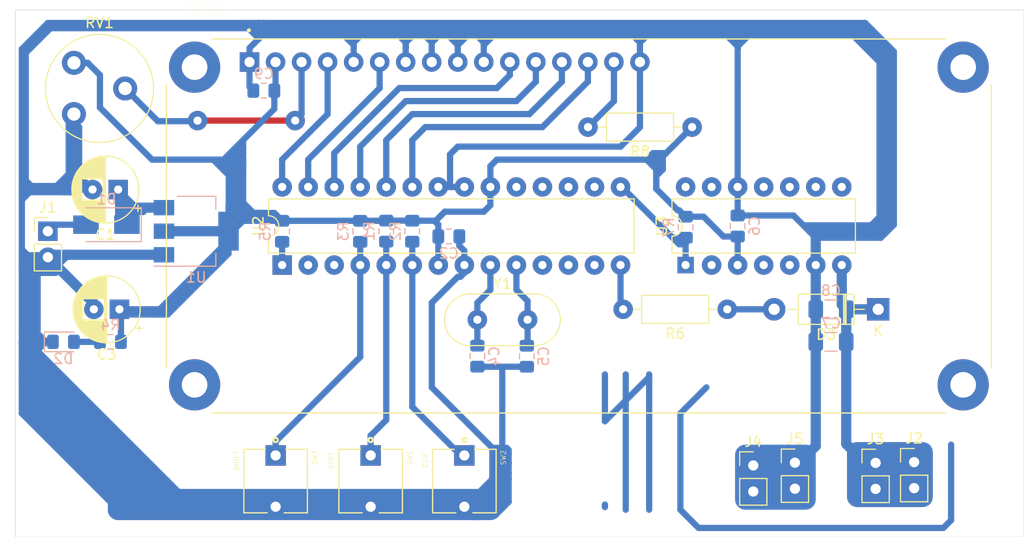
<source format=kicad_pcb>
(kicad_pcb (version 20171130) (host pcbnew "(5.1.4)-1")

  (general
    (thickness 1.6)
    (drawings 6)
    (tracks 890)
    (zones 0)
    (modules 34)
    (nets 42)
  )

  (page A4)
  (layers
    (0 F.Cu signal)
    (31 B.Cu signal)
    (32 B.Adhes user)
    (33 F.Adhes user)
    (34 B.Paste user)
    (35 F.Paste user)
    (36 B.SilkS user)
    (37 F.SilkS user)
    (38 B.Mask user)
    (39 F.Mask user)
    (40 Dwgs.User user)
    (41 Cmts.User user)
    (42 Eco1.User user)
    (43 Eco2.User user)
    (44 Edge.Cuts user)
    (45 Margin user)
    (46 B.CrtYd user)
    (47 F.CrtYd user)
    (48 B.Fab user)
    (49 F.Fab user)
  )

  (setup
    (last_trace_width 0.6096)
    (trace_clearance 0.2)
    (zone_clearance 0.508)
    (zone_45_only no)
    (trace_min 0.2)
    (via_size 0.8)
    (via_drill 0.4)
    (via_min_size 0.4)
    (via_min_drill 0.3)
    (uvia_size 0.3)
    (uvia_drill 0.1)
    (uvias_allowed no)
    (uvia_min_size 0.2)
    (uvia_min_drill 0.1)
    (edge_width 0.05)
    (segment_width 0.2)
    (pcb_text_width 0.3)
    (pcb_text_size 1.5 1.5)
    (mod_edge_width 0.12)
    (mod_text_size 1 1)
    (mod_text_width 0.15)
    (pad_size 2 2)
    (pad_drill 1)
    (pad_to_mask_clearance 0.051)
    (solder_mask_min_width 0.25)
    (aux_axis_origin 0 0)
    (visible_elements 7FFFFFFF)
    (pcbplotparams
      (layerselection 0x010fc_ffffffff)
      (usegerberextensions false)
      (usegerberattributes false)
      (usegerberadvancedattributes false)
      (creategerberjobfile false)
      (excludeedgelayer true)
      (linewidth 0.100000)
      (plotframeref false)
      (viasonmask false)
      (mode 1)
      (useauxorigin false)
      (hpglpennumber 1)
      (hpglpenspeed 20)
      (hpglpendiameter 15.000000)
      (psnegative false)
      (psa4output false)
      (plotreference true)
      (plotvalue true)
      (plotinvisibletext false)
      (padsonsilk false)
      (subtractmaskfromsilk false)
      (outputformat 1)
      (mirror false)
      (drillshape 1)
      (scaleselection 1)
      (outputdirectory ""))
  )

  (net 0 "")
  (net 1 GND)
  (net 2 "Net-(C1-Pad1)")
  (net 3 +5V)
  (net 4 "Net-(C4-Pad2)")
  (net 5 "Net-(C5-Pad2)")
  (net 6 "Net-(C7-Pad1)")
  (net 7 VCC)
  (net 8 "Net-(D2-Pad2)")
  (net 9 "Net-(D3-Pad2)")
  (net 10 START)
  (net 11 CLEAR)
  (net 12 SHIFT)
  (net 13 "Net-(R5-Pad2)")
  (net 14 Pulse_In)
  (net 15 Pulse_Out)
  (net 16 "Net-(U2-Pad2)")
  (net 17 "Net-(U2-Pad16)")
  (net 18 "Net-(U2-Pad3)")
  (net 19 "Net-(U2-Pad17)")
  (net 20 "Net-(U2-Pad18)")
  (net 21 "Net-(U2-Pad19)")
  (net 22 RS)
  (net 23 EN)
  (net 24 "Net-(U2-Pad11)")
  (net 25 DB4)
  (net 26 DB5)
  (net 27 "Net-(U2-Pad13)")
  (net 28 DB6)
  (net 29 DB7)
  (net 30 "Net-(DS1-Pad3)")
  (net 31 "Net-(DS1-Pad15)")
  (net 32 "Net-(U3-Pad8)")
  (net 33 "Net-(U3-Pad2)")
  (net 34 "Net-(U3-Pad9)")
  (net 35 "Net-(U3-Pad10)")
  (net 36 "Net-(U3-Pad4)")
  (net 37 "Net-(U3-Pad11)")
  (net 38 "Net-(U3-Pad5)")
  (net 39 "Net-(U3-Pad13)")
  (net 40 "Net-(U3-Pad14)")
  (net 41 "Net-(U2-Pad12)")

  (net_class Default "This is the default net class."
    (clearance 0.2)
    (trace_width 0.6096)
    (via_dia 0.8)
    (via_drill 0.4)
    (uvia_dia 0.3)
    (uvia_drill 0.1)
    (add_net +5V)
    (add_net CLEAR)
    (add_net DB4)
    (add_net DB5)
    (add_net DB6)
    (add_net DB7)
    (add_net EN)
    (add_net GND)
    (add_net "Net-(C1-Pad1)")
    (add_net "Net-(C4-Pad2)")
    (add_net "Net-(C5-Pad2)")
    (add_net "Net-(C7-Pad1)")
    (add_net "Net-(D2-Pad2)")
    (add_net "Net-(D3-Pad2)")
    (add_net "Net-(DS1-Pad15)")
    (add_net "Net-(DS1-Pad3)")
    (add_net "Net-(R5-Pad2)")
    (add_net "Net-(U2-Pad11)")
    (add_net "Net-(U2-Pad12)")
    (add_net "Net-(U2-Pad13)")
    (add_net "Net-(U2-Pad16)")
    (add_net "Net-(U2-Pad17)")
    (add_net "Net-(U2-Pad18)")
    (add_net "Net-(U2-Pad19)")
    (add_net "Net-(U2-Pad2)")
    (add_net "Net-(U2-Pad3)")
    (add_net "Net-(U3-Pad10)")
    (add_net "Net-(U3-Pad11)")
    (add_net "Net-(U3-Pad13)")
    (add_net "Net-(U3-Pad14)")
    (add_net "Net-(U3-Pad2)")
    (add_net "Net-(U3-Pad4)")
    (add_net "Net-(U3-Pad5)")
    (add_net "Net-(U3-Pad8)")
    (add_net "Net-(U3-Pad9)")
    (add_net Pulse_In)
    (add_net Pulse_Out)
    (add_net RS)
    (add_net SHIFT)
    (add_net START)
    (add_net VCC)
  )

  (module Capacitor_THT:CP_Radial_D6.3mm_P2.50mm (layer F.Cu) (tedit 5E4BECE7) (tstamp 5E49E7E3)
    (at 91.948 87.376 180)
    (descr "CP, Radial series, Radial, pin pitch=2.50mm, , diameter=6.3mm, Electrolytic Capacitor")
    (tags "CP Radial series Radial pin pitch 2.50mm  diameter 6.3mm Electrolytic Capacitor")
    (path /5E00CF91)
    (fp_text reference C1 (at 1.25 -4.4) (layer F.SilkS)
      (effects (font (size 1 1) (thickness 0.15)))
    )
    (fp_text value 100uF (at 1.25 4.4) (layer F.Fab)
      (effects (font (size 1 1) (thickness 0.15)))
    )
    (fp_text user %R (at 1.25 0) (layer F.Fab)
      (effects (font (size 1 1) (thickness 0.15)))
    )
    (fp_line (start -1.935241 -2.154) (end -1.935241 -1.524) (layer F.SilkS) (width 0.12))
    (fp_line (start -2.250241 -1.839) (end -1.620241 -1.839) (layer F.SilkS) (width 0.12))
    (fp_line (start 4.491 -0.402) (end 4.491 0.402) (layer F.SilkS) (width 0.12))
    (fp_line (start 4.451 -0.633) (end 4.451 0.633) (layer F.SilkS) (width 0.12))
    (fp_line (start 4.411 -0.802) (end 4.411 0.802) (layer F.SilkS) (width 0.12))
    (fp_line (start 4.371 -0.94) (end 4.371 0.94) (layer F.SilkS) (width 0.12))
    (fp_line (start 4.331 -1.059) (end 4.331 1.059) (layer F.SilkS) (width 0.12))
    (fp_line (start 4.291 -1.165) (end 4.291 1.165) (layer F.SilkS) (width 0.12))
    (fp_line (start 4.251 -1.262) (end 4.251 1.262) (layer F.SilkS) (width 0.12))
    (fp_line (start 4.211 -1.35) (end 4.211 1.35) (layer F.SilkS) (width 0.12))
    (fp_line (start 4.171 -1.432) (end 4.171 1.432) (layer F.SilkS) (width 0.12))
    (fp_line (start 4.131 -1.509) (end 4.131 1.509) (layer F.SilkS) (width 0.12))
    (fp_line (start 4.091 -1.581) (end 4.091 1.581) (layer F.SilkS) (width 0.12))
    (fp_line (start 4.051 -1.65) (end 4.051 1.65) (layer F.SilkS) (width 0.12))
    (fp_line (start 4.011 -1.714) (end 4.011 1.714) (layer F.SilkS) (width 0.12))
    (fp_line (start 3.971 -1.776) (end 3.971 1.776) (layer F.SilkS) (width 0.12))
    (fp_line (start 3.931 -1.834) (end 3.931 1.834) (layer F.SilkS) (width 0.12))
    (fp_line (start 3.891 -1.89) (end 3.891 1.89) (layer F.SilkS) (width 0.12))
    (fp_line (start 3.851 -1.944) (end 3.851 1.944) (layer F.SilkS) (width 0.12))
    (fp_line (start 3.811 -1.995) (end 3.811 1.995) (layer F.SilkS) (width 0.12))
    (fp_line (start 3.771 -2.044) (end 3.771 2.044) (layer F.SilkS) (width 0.12))
    (fp_line (start 3.731 -2.092) (end 3.731 2.092) (layer F.SilkS) (width 0.12))
    (fp_line (start 3.691 -2.137) (end 3.691 2.137) (layer F.SilkS) (width 0.12))
    (fp_line (start 3.651 -2.182) (end 3.651 2.182) (layer F.SilkS) (width 0.12))
    (fp_line (start 3.611 -2.224) (end 3.611 2.224) (layer F.SilkS) (width 0.12))
    (fp_line (start 3.571 -2.265) (end 3.571 2.265) (layer F.SilkS) (width 0.12))
    (fp_line (start 3.531 1.04) (end 3.531 2.305) (layer F.SilkS) (width 0.12))
    (fp_line (start 3.531 -2.305) (end 3.531 -1.04) (layer F.SilkS) (width 0.12))
    (fp_line (start 3.491 1.04) (end 3.491 2.343) (layer F.SilkS) (width 0.12))
    (fp_line (start 3.491 -2.343) (end 3.491 -1.04) (layer F.SilkS) (width 0.12))
    (fp_line (start 3.451 1.04) (end 3.451 2.38) (layer F.SilkS) (width 0.12))
    (fp_line (start 3.451 -2.38) (end 3.451 -1.04) (layer F.SilkS) (width 0.12))
    (fp_line (start 3.411 1.04) (end 3.411 2.416) (layer F.SilkS) (width 0.12))
    (fp_line (start 3.411 -2.416) (end 3.411 -1.04) (layer F.SilkS) (width 0.12))
    (fp_line (start 3.371 1.04) (end 3.371 2.45) (layer F.SilkS) (width 0.12))
    (fp_line (start 3.371 -2.45) (end 3.371 -1.04) (layer F.SilkS) (width 0.12))
    (fp_line (start 3.331 1.04) (end 3.331 2.484) (layer F.SilkS) (width 0.12))
    (fp_line (start 3.331 -2.484) (end 3.331 -1.04) (layer F.SilkS) (width 0.12))
    (fp_line (start 3.291 1.04) (end 3.291 2.516) (layer F.SilkS) (width 0.12))
    (fp_line (start 3.291 -2.516) (end 3.291 -1.04) (layer F.SilkS) (width 0.12))
    (fp_line (start 3.251 1.04) (end 3.251 2.548) (layer F.SilkS) (width 0.12))
    (fp_line (start 3.251 -2.548) (end 3.251 -1.04) (layer F.SilkS) (width 0.12))
    (fp_line (start 3.211 1.04) (end 3.211 2.578) (layer F.SilkS) (width 0.12))
    (fp_line (start 3.211 -2.578) (end 3.211 -1.04) (layer F.SilkS) (width 0.12))
    (fp_line (start 3.171 1.04) (end 3.171 2.607) (layer F.SilkS) (width 0.12))
    (fp_line (start 3.171 -2.607) (end 3.171 -1.04) (layer F.SilkS) (width 0.12))
    (fp_line (start 3.131 1.04) (end 3.131 2.636) (layer F.SilkS) (width 0.12))
    (fp_line (start 3.131 -2.636) (end 3.131 -1.04) (layer F.SilkS) (width 0.12))
    (fp_line (start 3.091 1.04) (end 3.091 2.664) (layer F.SilkS) (width 0.12))
    (fp_line (start 3.091 -2.664) (end 3.091 -1.04) (layer F.SilkS) (width 0.12))
    (fp_line (start 3.051 1.04) (end 3.051 2.69) (layer F.SilkS) (width 0.12))
    (fp_line (start 3.051 -2.69) (end 3.051 -1.04) (layer F.SilkS) (width 0.12))
    (fp_line (start 3.011 1.04) (end 3.011 2.716) (layer F.SilkS) (width 0.12))
    (fp_line (start 3.011 -2.716) (end 3.011 -1.04) (layer F.SilkS) (width 0.12))
    (fp_line (start 2.971 1.04) (end 2.971 2.742) (layer F.SilkS) (width 0.12))
    (fp_line (start 2.971 -2.742) (end 2.971 -1.04) (layer F.SilkS) (width 0.12))
    (fp_line (start 2.931 1.04) (end 2.931 2.766) (layer F.SilkS) (width 0.12))
    (fp_line (start 2.931 -2.766) (end 2.931 -1.04) (layer F.SilkS) (width 0.12))
    (fp_line (start 2.891 1.04) (end 2.891 2.79) (layer F.SilkS) (width 0.12))
    (fp_line (start 2.891 -2.79) (end 2.891 -1.04) (layer F.SilkS) (width 0.12))
    (fp_line (start 2.851 1.04) (end 2.851 2.812) (layer F.SilkS) (width 0.12))
    (fp_line (start 2.851 -2.812) (end 2.851 -1.04) (layer F.SilkS) (width 0.12))
    (fp_line (start 2.811 1.04) (end 2.811 2.834) (layer F.SilkS) (width 0.12))
    (fp_line (start 2.811 -2.834) (end 2.811 -1.04) (layer F.SilkS) (width 0.12))
    (fp_line (start 2.771 1.04) (end 2.771 2.856) (layer F.SilkS) (width 0.12))
    (fp_line (start 2.771 -2.856) (end 2.771 -1.04) (layer F.SilkS) (width 0.12))
    (fp_line (start 2.731 1.04) (end 2.731 2.876) (layer F.SilkS) (width 0.12))
    (fp_line (start 2.731 -2.876) (end 2.731 -1.04) (layer F.SilkS) (width 0.12))
    (fp_line (start 2.691 1.04) (end 2.691 2.896) (layer F.SilkS) (width 0.12))
    (fp_line (start 2.691 -2.896) (end 2.691 -1.04) (layer F.SilkS) (width 0.12))
    (fp_line (start 2.651 1.04) (end 2.651 2.916) (layer F.SilkS) (width 0.12))
    (fp_line (start 2.651 -2.916) (end 2.651 -1.04) (layer F.SilkS) (width 0.12))
    (fp_line (start 2.611 1.04) (end 2.611 2.934) (layer F.SilkS) (width 0.12))
    (fp_line (start 2.611 -2.934) (end 2.611 -1.04) (layer F.SilkS) (width 0.12))
    (fp_line (start 2.571 1.04) (end 2.571 2.952) (layer F.SilkS) (width 0.12))
    (fp_line (start 2.571 -2.952) (end 2.571 -1.04) (layer F.SilkS) (width 0.12))
    (fp_line (start 2.531 1.04) (end 2.531 2.97) (layer F.SilkS) (width 0.12))
    (fp_line (start 2.531 -2.97) (end 2.531 -1.04) (layer F.SilkS) (width 0.12))
    (fp_line (start 2.491 1.04) (end 2.491 2.986) (layer F.SilkS) (width 0.12))
    (fp_line (start 2.491 -2.986) (end 2.491 -1.04) (layer F.SilkS) (width 0.12))
    (fp_line (start 2.451 1.04) (end 2.451 3.002) (layer F.SilkS) (width 0.12))
    (fp_line (start 2.451 -3.002) (end 2.451 -1.04) (layer F.SilkS) (width 0.12))
    (fp_line (start 2.411 1.04) (end 2.411 3.018) (layer F.SilkS) (width 0.12))
    (fp_line (start 2.411 -3.018) (end 2.411 -1.04) (layer F.SilkS) (width 0.12))
    (fp_line (start 2.371 1.04) (end 2.371 3.033) (layer F.SilkS) (width 0.12))
    (fp_line (start 2.371 -3.033) (end 2.371 -1.04) (layer F.SilkS) (width 0.12))
    (fp_line (start 2.331 1.04) (end 2.331 3.047) (layer F.SilkS) (width 0.12))
    (fp_line (start 2.331 -3.047) (end 2.331 -1.04) (layer F.SilkS) (width 0.12))
    (fp_line (start 2.291 1.04) (end 2.291 3.061) (layer F.SilkS) (width 0.12))
    (fp_line (start 2.291 -3.061) (end 2.291 -1.04) (layer F.SilkS) (width 0.12))
    (fp_line (start 2.251 1.04) (end 2.251 3.074) (layer F.SilkS) (width 0.12))
    (fp_line (start 2.251 -3.074) (end 2.251 -1.04) (layer F.SilkS) (width 0.12))
    (fp_line (start 2.211 1.04) (end 2.211 3.086) (layer F.SilkS) (width 0.12))
    (fp_line (start 2.211 -3.086) (end 2.211 -1.04) (layer F.SilkS) (width 0.12))
    (fp_line (start 2.171 1.04) (end 2.171 3.098) (layer F.SilkS) (width 0.12))
    (fp_line (start 2.171 -3.098) (end 2.171 -1.04) (layer F.SilkS) (width 0.12))
    (fp_line (start 2.131 1.04) (end 2.131 3.11) (layer F.SilkS) (width 0.12))
    (fp_line (start 2.131 -3.11) (end 2.131 -1.04) (layer F.SilkS) (width 0.12))
    (fp_line (start 2.091 1.04) (end 2.091 3.121) (layer F.SilkS) (width 0.12))
    (fp_line (start 2.091 -3.121) (end 2.091 -1.04) (layer F.SilkS) (width 0.12))
    (fp_line (start 2.051 1.04) (end 2.051 3.131) (layer F.SilkS) (width 0.12))
    (fp_line (start 2.051 -3.131) (end 2.051 -1.04) (layer F.SilkS) (width 0.12))
    (fp_line (start 2.011 1.04) (end 2.011 3.141) (layer F.SilkS) (width 0.12))
    (fp_line (start 2.011 -3.141) (end 2.011 -1.04) (layer F.SilkS) (width 0.12))
    (fp_line (start 1.971 1.04) (end 1.971 3.15) (layer F.SilkS) (width 0.12))
    (fp_line (start 1.971 -3.15) (end 1.971 -1.04) (layer F.SilkS) (width 0.12))
    (fp_line (start 1.93 1.04) (end 1.93 3.159) (layer F.SilkS) (width 0.12))
    (fp_line (start 1.93 -3.159) (end 1.93 -1.04) (layer F.SilkS) (width 0.12))
    (fp_line (start 1.89 1.04) (end 1.89 3.167) (layer F.SilkS) (width 0.12))
    (fp_line (start 1.89 -3.167) (end 1.89 -1.04) (layer F.SilkS) (width 0.12))
    (fp_line (start 1.85 1.04) (end 1.85 3.175) (layer F.SilkS) (width 0.12))
    (fp_line (start 1.85 -3.175) (end 1.85 -1.04) (layer F.SilkS) (width 0.12))
    (fp_line (start 1.81 1.04) (end 1.81 3.182) (layer F.SilkS) (width 0.12))
    (fp_line (start 1.81 -3.182) (end 1.81 -1.04) (layer F.SilkS) (width 0.12))
    (fp_line (start 1.77 1.04) (end 1.77 3.189) (layer F.SilkS) (width 0.12))
    (fp_line (start 1.77 -3.189) (end 1.77 -1.04) (layer F.SilkS) (width 0.12))
    (fp_line (start 1.73 1.04) (end 1.73 3.195) (layer F.SilkS) (width 0.12))
    (fp_line (start 1.73 -3.195) (end 1.73 -1.04) (layer F.SilkS) (width 0.12))
    (fp_line (start 1.69 1.04) (end 1.69 3.201) (layer F.SilkS) (width 0.12))
    (fp_line (start 1.69 -3.201) (end 1.69 -1.04) (layer F.SilkS) (width 0.12))
    (fp_line (start 1.65 1.04) (end 1.65 3.206) (layer F.SilkS) (width 0.12))
    (fp_line (start 1.65 -3.206) (end 1.65 -1.04) (layer F.SilkS) (width 0.12))
    (fp_line (start 1.61 1.04) (end 1.61 3.211) (layer F.SilkS) (width 0.12))
    (fp_line (start 1.61 -3.211) (end 1.61 -1.04) (layer F.SilkS) (width 0.12))
    (fp_line (start 1.57 1.04) (end 1.57 3.215) (layer F.SilkS) (width 0.12))
    (fp_line (start 1.57 -3.215) (end 1.57 -1.04) (layer F.SilkS) (width 0.12))
    (fp_line (start 1.53 1.04) (end 1.53 3.218) (layer F.SilkS) (width 0.12))
    (fp_line (start 1.53 -3.218) (end 1.53 -1.04) (layer F.SilkS) (width 0.12))
    (fp_line (start 1.49 1.04) (end 1.49 3.222) (layer F.SilkS) (width 0.12))
    (fp_line (start 1.49 -3.222) (end 1.49 -1.04) (layer F.SilkS) (width 0.12))
    (fp_line (start 1.45 -3.224) (end 1.45 3.224) (layer F.SilkS) (width 0.12))
    (fp_line (start 1.41 -3.227) (end 1.41 3.227) (layer F.SilkS) (width 0.12))
    (fp_line (start 1.37 -3.228) (end 1.37 3.228) (layer F.SilkS) (width 0.12))
    (fp_line (start 1.33 -3.23) (end 1.33 3.23) (layer F.SilkS) (width 0.12))
    (fp_line (start 1.29 -3.23) (end 1.29 3.23) (layer F.SilkS) (width 0.12))
    (fp_line (start 1.25 -3.23) (end 1.25 3.23) (layer F.SilkS) (width 0.12))
    (fp_line (start -1.128972 -1.6885) (end -1.128972 -1.0585) (layer F.Fab) (width 0.1))
    (fp_line (start -1.443972 -1.3735) (end -0.813972 -1.3735) (layer F.Fab) (width 0.1))
    (fp_circle (center 1.25 0) (end 4.65 0) (layer F.CrtYd) (width 0.05))
    (fp_circle (center 1.25 0) (end 4.52 0) (layer F.SilkS) (width 0.12))
    (fp_circle (center 1.25 0) (end 4.4 0) (layer F.Fab) (width 0.1))
    (pad 2 thru_hole circle (at 2.5 0 180) (size 1.9 1.9) (drill 0.8) (layers *.Cu *.Mask)
      (net 1 GND))
    (pad 1 thru_hole rect (at 0 0 180) (size 1.9 1.9) (drill 0.8) (layers *.Cu *.Mask)
      (net 2 "Net-(C1-Pad1)"))
    (model ${KISYS3DMOD}/Capacitor_THT.3dshapes/CP_Radial_D6.3mm_P2.50mm.wrl
      (at (xyz 0 0 0))
      (scale (xyz 1 1 1))
      (rotate (xyz 0 0 0))
    )
  )

  (module Capacitor_SMD:C_0805_2012Metric_Pad1.15x1.40mm_HandSolder (layer B.Cu) (tedit 5B36C52B) (tstamp 5E49E7F4)
    (at 124.215 91.948)
    (descr "Capacitor SMD 0805 (2012 Metric), square (rectangular) end terminal, IPC_7351 nominal with elongated pad for handsoldering. (Body size source: https://docs.google.com/spreadsheets/d/1BsfQQcO9C6DZCsRaXUlFlo91Tg2WpOkGARC1WS5S8t0/edit?usp=sharing), generated with kicad-footprint-generator")
    (tags "capacitor handsolder")
    (path /5E5E1B65)
    (attr smd)
    (fp_text reference C2 (at 0 1.65) (layer B.SilkS)
      (effects (font (size 1 1) (thickness 0.15)) (justify mirror))
    )
    (fp_text value 100nF (at 0 -1.65) (layer B.Fab)
      (effects (font (size 1 1) (thickness 0.15)) (justify mirror))
    )
    (fp_line (start -1 -0.6) (end -1 0.6) (layer B.Fab) (width 0.1))
    (fp_line (start -1 0.6) (end 1 0.6) (layer B.Fab) (width 0.1))
    (fp_line (start 1 0.6) (end 1 -0.6) (layer B.Fab) (width 0.1))
    (fp_line (start 1 -0.6) (end -1 -0.6) (layer B.Fab) (width 0.1))
    (fp_line (start -0.261252 0.71) (end 0.261252 0.71) (layer B.SilkS) (width 0.12))
    (fp_line (start -0.261252 -0.71) (end 0.261252 -0.71) (layer B.SilkS) (width 0.12))
    (fp_line (start -1.85 -0.95) (end -1.85 0.95) (layer B.CrtYd) (width 0.05))
    (fp_line (start -1.85 0.95) (end 1.85 0.95) (layer B.CrtYd) (width 0.05))
    (fp_line (start 1.85 0.95) (end 1.85 -0.95) (layer B.CrtYd) (width 0.05))
    (fp_line (start 1.85 -0.95) (end -1.85 -0.95) (layer B.CrtYd) (width 0.05))
    (fp_text user %R (at 0 0) (layer B.Fab)
      (effects (font (size 0.5 0.5) (thickness 0.08)) (justify mirror))
    )
    (pad 1 smd roundrect (at -1.025 0) (size 1.15 1.4) (layers B.Cu B.Paste B.Mask) (roundrect_rratio 0.217391)
      (net 3 +5V))
    (pad 2 smd roundrect (at 1.025 0) (size 1.15 1.4) (layers B.Cu B.Paste B.Mask) (roundrect_rratio 0.217391)
      (net 1 GND))
    (model ${KISYS3DMOD}/Capacitor_SMD.3dshapes/C_0805_2012Metric.wrl
      (at (xyz 0 0 0))
      (scale (xyz 1 1 1))
      (rotate (xyz 0 0 0))
    )
  )

  (module Capacitor_THT:CP_Radial_D6.3mm_P2.50mm (layer F.Cu) (tedit 5E4BECF5) (tstamp 5E49E888)
    (at 92.075 99.06 180)
    (descr "CP, Radial series, Radial, pin pitch=2.50mm, , diameter=6.3mm, Electrolytic Capacitor")
    (tags "CP Radial series Radial pin pitch 2.50mm  diameter 6.3mm Electrolytic Capacitor")
    (path /5E0146B6)
    (fp_text reference C3 (at 1.25 -4.4) (layer F.SilkS)
      (effects (font (size 1 1) (thickness 0.15)))
    )
    (fp_text value 220uF (at 1.25 4.4) (layer F.Fab)
      (effects (font (size 1 1) (thickness 0.15)))
    )
    (fp_circle (center 1.25 0) (end 4.4 0) (layer F.Fab) (width 0.1))
    (fp_circle (center 1.25 0) (end 4.52 0) (layer F.SilkS) (width 0.12))
    (fp_circle (center 1.25 0) (end 4.65 0) (layer F.CrtYd) (width 0.05))
    (fp_line (start -1.443972 -1.3735) (end -0.813972 -1.3735) (layer F.Fab) (width 0.1))
    (fp_line (start -1.128972 -1.6885) (end -1.128972 -1.0585) (layer F.Fab) (width 0.1))
    (fp_line (start 1.25 -3.23) (end 1.25 3.23) (layer F.SilkS) (width 0.12))
    (fp_line (start 1.29 -3.23) (end 1.29 3.23) (layer F.SilkS) (width 0.12))
    (fp_line (start 1.33 -3.23) (end 1.33 3.23) (layer F.SilkS) (width 0.12))
    (fp_line (start 1.37 -3.228) (end 1.37 3.228) (layer F.SilkS) (width 0.12))
    (fp_line (start 1.41 -3.227) (end 1.41 3.227) (layer F.SilkS) (width 0.12))
    (fp_line (start 1.45 -3.224) (end 1.45 3.224) (layer F.SilkS) (width 0.12))
    (fp_line (start 1.49 -3.222) (end 1.49 -1.04) (layer F.SilkS) (width 0.12))
    (fp_line (start 1.49 1.04) (end 1.49 3.222) (layer F.SilkS) (width 0.12))
    (fp_line (start 1.53 -3.218) (end 1.53 -1.04) (layer F.SilkS) (width 0.12))
    (fp_line (start 1.53 1.04) (end 1.53 3.218) (layer F.SilkS) (width 0.12))
    (fp_line (start 1.57 -3.215) (end 1.57 -1.04) (layer F.SilkS) (width 0.12))
    (fp_line (start 1.57 1.04) (end 1.57 3.215) (layer F.SilkS) (width 0.12))
    (fp_line (start 1.61 -3.211) (end 1.61 -1.04) (layer F.SilkS) (width 0.12))
    (fp_line (start 1.61 1.04) (end 1.61 3.211) (layer F.SilkS) (width 0.12))
    (fp_line (start 1.65 -3.206) (end 1.65 -1.04) (layer F.SilkS) (width 0.12))
    (fp_line (start 1.65 1.04) (end 1.65 3.206) (layer F.SilkS) (width 0.12))
    (fp_line (start 1.69 -3.201) (end 1.69 -1.04) (layer F.SilkS) (width 0.12))
    (fp_line (start 1.69 1.04) (end 1.69 3.201) (layer F.SilkS) (width 0.12))
    (fp_line (start 1.73 -3.195) (end 1.73 -1.04) (layer F.SilkS) (width 0.12))
    (fp_line (start 1.73 1.04) (end 1.73 3.195) (layer F.SilkS) (width 0.12))
    (fp_line (start 1.77 -3.189) (end 1.77 -1.04) (layer F.SilkS) (width 0.12))
    (fp_line (start 1.77 1.04) (end 1.77 3.189) (layer F.SilkS) (width 0.12))
    (fp_line (start 1.81 -3.182) (end 1.81 -1.04) (layer F.SilkS) (width 0.12))
    (fp_line (start 1.81 1.04) (end 1.81 3.182) (layer F.SilkS) (width 0.12))
    (fp_line (start 1.85 -3.175) (end 1.85 -1.04) (layer F.SilkS) (width 0.12))
    (fp_line (start 1.85 1.04) (end 1.85 3.175) (layer F.SilkS) (width 0.12))
    (fp_line (start 1.89 -3.167) (end 1.89 -1.04) (layer F.SilkS) (width 0.12))
    (fp_line (start 1.89 1.04) (end 1.89 3.167) (layer F.SilkS) (width 0.12))
    (fp_line (start 1.93 -3.159) (end 1.93 -1.04) (layer F.SilkS) (width 0.12))
    (fp_line (start 1.93 1.04) (end 1.93 3.159) (layer F.SilkS) (width 0.12))
    (fp_line (start 1.971 -3.15) (end 1.971 -1.04) (layer F.SilkS) (width 0.12))
    (fp_line (start 1.971 1.04) (end 1.971 3.15) (layer F.SilkS) (width 0.12))
    (fp_line (start 2.011 -3.141) (end 2.011 -1.04) (layer F.SilkS) (width 0.12))
    (fp_line (start 2.011 1.04) (end 2.011 3.141) (layer F.SilkS) (width 0.12))
    (fp_line (start 2.051 -3.131) (end 2.051 -1.04) (layer F.SilkS) (width 0.12))
    (fp_line (start 2.051 1.04) (end 2.051 3.131) (layer F.SilkS) (width 0.12))
    (fp_line (start 2.091 -3.121) (end 2.091 -1.04) (layer F.SilkS) (width 0.12))
    (fp_line (start 2.091 1.04) (end 2.091 3.121) (layer F.SilkS) (width 0.12))
    (fp_line (start 2.131 -3.11) (end 2.131 -1.04) (layer F.SilkS) (width 0.12))
    (fp_line (start 2.131 1.04) (end 2.131 3.11) (layer F.SilkS) (width 0.12))
    (fp_line (start 2.171 -3.098) (end 2.171 -1.04) (layer F.SilkS) (width 0.12))
    (fp_line (start 2.171 1.04) (end 2.171 3.098) (layer F.SilkS) (width 0.12))
    (fp_line (start 2.211 -3.086) (end 2.211 -1.04) (layer F.SilkS) (width 0.12))
    (fp_line (start 2.211 1.04) (end 2.211 3.086) (layer F.SilkS) (width 0.12))
    (fp_line (start 2.251 -3.074) (end 2.251 -1.04) (layer F.SilkS) (width 0.12))
    (fp_line (start 2.251 1.04) (end 2.251 3.074) (layer F.SilkS) (width 0.12))
    (fp_line (start 2.291 -3.061) (end 2.291 -1.04) (layer F.SilkS) (width 0.12))
    (fp_line (start 2.291 1.04) (end 2.291 3.061) (layer F.SilkS) (width 0.12))
    (fp_line (start 2.331 -3.047) (end 2.331 -1.04) (layer F.SilkS) (width 0.12))
    (fp_line (start 2.331 1.04) (end 2.331 3.047) (layer F.SilkS) (width 0.12))
    (fp_line (start 2.371 -3.033) (end 2.371 -1.04) (layer F.SilkS) (width 0.12))
    (fp_line (start 2.371 1.04) (end 2.371 3.033) (layer F.SilkS) (width 0.12))
    (fp_line (start 2.411 -3.018) (end 2.411 -1.04) (layer F.SilkS) (width 0.12))
    (fp_line (start 2.411 1.04) (end 2.411 3.018) (layer F.SilkS) (width 0.12))
    (fp_line (start 2.451 -3.002) (end 2.451 -1.04) (layer F.SilkS) (width 0.12))
    (fp_line (start 2.451 1.04) (end 2.451 3.002) (layer F.SilkS) (width 0.12))
    (fp_line (start 2.491 -2.986) (end 2.491 -1.04) (layer F.SilkS) (width 0.12))
    (fp_line (start 2.491 1.04) (end 2.491 2.986) (layer F.SilkS) (width 0.12))
    (fp_line (start 2.531 -2.97) (end 2.531 -1.04) (layer F.SilkS) (width 0.12))
    (fp_line (start 2.531 1.04) (end 2.531 2.97) (layer F.SilkS) (width 0.12))
    (fp_line (start 2.571 -2.952) (end 2.571 -1.04) (layer F.SilkS) (width 0.12))
    (fp_line (start 2.571 1.04) (end 2.571 2.952) (layer F.SilkS) (width 0.12))
    (fp_line (start 2.611 -2.934) (end 2.611 -1.04) (layer F.SilkS) (width 0.12))
    (fp_line (start 2.611 1.04) (end 2.611 2.934) (layer F.SilkS) (width 0.12))
    (fp_line (start 2.651 -2.916) (end 2.651 -1.04) (layer F.SilkS) (width 0.12))
    (fp_line (start 2.651 1.04) (end 2.651 2.916) (layer F.SilkS) (width 0.12))
    (fp_line (start 2.691 -2.896) (end 2.691 -1.04) (layer F.SilkS) (width 0.12))
    (fp_line (start 2.691 1.04) (end 2.691 2.896) (layer F.SilkS) (width 0.12))
    (fp_line (start 2.731 -2.876) (end 2.731 -1.04) (layer F.SilkS) (width 0.12))
    (fp_line (start 2.731 1.04) (end 2.731 2.876) (layer F.SilkS) (width 0.12))
    (fp_line (start 2.771 -2.856) (end 2.771 -1.04) (layer F.SilkS) (width 0.12))
    (fp_line (start 2.771 1.04) (end 2.771 2.856) (layer F.SilkS) (width 0.12))
    (fp_line (start 2.811 -2.834) (end 2.811 -1.04) (layer F.SilkS) (width 0.12))
    (fp_line (start 2.811 1.04) (end 2.811 2.834) (layer F.SilkS) (width 0.12))
    (fp_line (start 2.851 -2.812) (end 2.851 -1.04) (layer F.SilkS) (width 0.12))
    (fp_line (start 2.851 1.04) (end 2.851 2.812) (layer F.SilkS) (width 0.12))
    (fp_line (start 2.891 -2.79) (end 2.891 -1.04) (layer F.SilkS) (width 0.12))
    (fp_line (start 2.891 1.04) (end 2.891 2.79) (layer F.SilkS) (width 0.12))
    (fp_line (start 2.931 -2.766) (end 2.931 -1.04) (layer F.SilkS) (width 0.12))
    (fp_line (start 2.931 1.04) (end 2.931 2.766) (layer F.SilkS) (width 0.12))
    (fp_line (start 2.971 -2.742) (end 2.971 -1.04) (layer F.SilkS) (width 0.12))
    (fp_line (start 2.971 1.04) (end 2.971 2.742) (layer F.SilkS) (width 0.12))
    (fp_line (start 3.011 -2.716) (end 3.011 -1.04) (layer F.SilkS) (width 0.12))
    (fp_line (start 3.011 1.04) (end 3.011 2.716) (layer F.SilkS) (width 0.12))
    (fp_line (start 3.051 -2.69) (end 3.051 -1.04) (layer F.SilkS) (width 0.12))
    (fp_line (start 3.051 1.04) (end 3.051 2.69) (layer F.SilkS) (width 0.12))
    (fp_line (start 3.091 -2.664) (end 3.091 -1.04) (layer F.SilkS) (width 0.12))
    (fp_line (start 3.091 1.04) (end 3.091 2.664) (layer F.SilkS) (width 0.12))
    (fp_line (start 3.131 -2.636) (end 3.131 -1.04) (layer F.SilkS) (width 0.12))
    (fp_line (start 3.131 1.04) (end 3.131 2.636) (layer F.SilkS) (width 0.12))
    (fp_line (start 3.171 -2.607) (end 3.171 -1.04) (layer F.SilkS) (width 0.12))
    (fp_line (start 3.171 1.04) (end 3.171 2.607) (layer F.SilkS) (width 0.12))
    (fp_line (start 3.211 -2.578) (end 3.211 -1.04) (layer F.SilkS) (width 0.12))
    (fp_line (start 3.211 1.04) (end 3.211 2.578) (layer F.SilkS) (width 0.12))
    (fp_line (start 3.251 -2.548) (end 3.251 -1.04) (layer F.SilkS) (width 0.12))
    (fp_line (start 3.251 1.04) (end 3.251 2.548) (layer F.SilkS) (width 0.12))
    (fp_line (start 3.291 -2.516) (end 3.291 -1.04) (layer F.SilkS) (width 0.12))
    (fp_line (start 3.291 1.04) (end 3.291 2.516) (layer F.SilkS) (width 0.12))
    (fp_line (start 3.331 -2.484) (end 3.331 -1.04) (layer F.SilkS) (width 0.12))
    (fp_line (start 3.331 1.04) (end 3.331 2.484) (layer F.SilkS) (width 0.12))
    (fp_line (start 3.371 -2.45) (end 3.371 -1.04) (layer F.SilkS) (width 0.12))
    (fp_line (start 3.371 1.04) (end 3.371 2.45) (layer F.SilkS) (width 0.12))
    (fp_line (start 3.411 -2.416) (end 3.411 -1.04) (layer F.SilkS) (width 0.12))
    (fp_line (start 3.411 1.04) (end 3.411 2.416) (layer F.SilkS) (width 0.12))
    (fp_line (start 3.451 -2.38) (end 3.451 -1.04) (layer F.SilkS) (width 0.12))
    (fp_line (start 3.451 1.04) (end 3.451 2.38) (layer F.SilkS) (width 0.12))
    (fp_line (start 3.491 -2.343) (end 3.491 -1.04) (layer F.SilkS) (width 0.12))
    (fp_line (start 3.491 1.04) (end 3.491 2.343) (layer F.SilkS) (width 0.12))
    (fp_line (start 3.531 -2.305) (end 3.531 -1.04) (layer F.SilkS) (width 0.12))
    (fp_line (start 3.531 1.04) (end 3.531 2.305) (layer F.SilkS) (width 0.12))
    (fp_line (start 3.571 -2.265) (end 3.571 2.265) (layer F.SilkS) (width 0.12))
    (fp_line (start 3.611 -2.224) (end 3.611 2.224) (layer F.SilkS) (width 0.12))
    (fp_line (start 3.651 -2.182) (end 3.651 2.182) (layer F.SilkS) (width 0.12))
    (fp_line (start 3.691 -2.137) (end 3.691 2.137) (layer F.SilkS) (width 0.12))
    (fp_line (start 3.731 -2.092) (end 3.731 2.092) (layer F.SilkS) (width 0.12))
    (fp_line (start 3.771 -2.044) (end 3.771 2.044) (layer F.SilkS) (width 0.12))
    (fp_line (start 3.811 -1.995) (end 3.811 1.995) (layer F.SilkS) (width 0.12))
    (fp_line (start 3.851 -1.944) (end 3.851 1.944) (layer F.SilkS) (width 0.12))
    (fp_line (start 3.891 -1.89) (end 3.891 1.89) (layer F.SilkS) (width 0.12))
    (fp_line (start 3.931 -1.834) (end 3.931 1.834) (layer F.SilkS) (width 0.12))
    (fp_line (start 3.971 -1.776) (end 3.971 1.776) (layer F.SilkS) (width 0.12))
    (fp_line (start 4.011 -1.714) (end 4.011 1.714) (layer F.SilkS) (width 0.12))
    (fp_line (start 4.051 -1.65) (end 4.051 1.65) (layer F.SilkS) (width 0.12))
    (fp_line (start 4.091 -1.581) (end 4.091 1.581) (layer F.SilkS) (width 0.12))
    (fp_line (start 4.131 -1.509) (end 4.131 1.509) (layer F.SilkS) (width 0.12))
    (fp_line (start 4.171 -1.432) (end 4.171 1.432) (layer F.SilkS) (width 0.12))
    (fp_line (start 4.211 -1.35) (end 4.211 1.35) (layer F.SilkS) (width 0.12))
    (fp_line (start 4.251 -1.262) (end 4.251 1.262) (layer F.SilkS) (width 0.12))
    (fp_line (start 4.291 -1.165) (end 4.291 1.165) (layer F.SilkS) (width 0.12))
    (fp_line (start 4.331 -1.059) (end 4.331 1.059) (layer F.SilkS) (width 0.12))
    (fp_line (start 4.371 -0.94) (end 4.371 0.94) (layer F.SilkS) (width 0.12))
    (fp_line (start 4.411 -0.802) (end 4.411 0.802) (layer F.SilkS) (width 0.12))
    (fp_line (start 4.451 -0.633) (end 4.451 0.633) (layer F.SilkS) (width 0.12))
    (fp_line (start 4.491 -0.402) (end 4.491 0.402) (layer F.SilkS) (width 0.12))
    (fp_line (start -2.250241 -1.839) (end -1.620241 -1.839) (layer F.SilkS) (width 0.12))
    (fp_line (start -1.935241 -2.154) (end -1.935241 -1.524) (layer F.SilkS) (width 0.12))
    (fp_text user %R (at 1.25 0) (layer F.Fab)
      (effects (font (size 1 1) (thickness 0.15)))
    )
    (pad 1 thru_hole rect (at 0 0 180) (size 1.9 1.9) (drill 0.8) (layers *.Cu *.Mask)
      (net 3 +5V))
    (pad 2 thru_hole circle (at 2.5 0 180) (size 1.9 1.9) (drill 0.8) (layers *.Cu *.Mask)
      (net 1 GND))
    (model ${KISYS3DMOD}/Capacitor_THT.3dshapes/CP_Radial_D6.3mm_P2.50mm.wrl
      (at (xyz 0 0 0))
      (scale (xyz 1 1 1))
      (rotate (xyz 0 0 0))
    )
  )

  (module Capacitor_SMD:C_0805_2012Metric_Pad1.15x1.40mm_HandSolder (layer B.Cu) (tedit 5B36C52B) (tstamp 5E49E899)
    (at 127 103.632 90)
    (descr "Capacitor SMD 0805 (2012 Metric), square (rectangular) end terminal, IPC_7351 nominal with elongated pad for handsoldering. (Body size source: https://docs.google.com/spreadsheets/d/1BsfQQcO9C6DZCsRaXUlFlo91Tg2WpOkGARC1WS5S8t0/edit?usp=sharing), generated with kicad-footprint-generator")
    (tags "capacitor handsolder")
    (path /5E02222A)
    (attr smd)
    (fp_text reference C4 (at 0 1.65 270) (layer B.SilkS)
      (effects (font (size 1 1) (thickness 0.15)) (justify mirror))
    )
    (fp_text value 22pF (at 0 -1.65 270) (layer B.Fab)
      (effects (font (size 1 1) (thickness 0.15)) (justify mirror))
    )
    (fp_text user %R (at 0 0 270) (layer B.Fab)
      (effects (font (size 0.5 0.5) (thickness 0.08)) (justify mirror))
    )
    (fp_line (start 1.85 -0.95) (end -1.85 -0.95) (layer B.CrtYd) (width 0.05))
    (fp_line (start 1.85 0.95) (end 1.85 -0.95) (layer B.CrtYd) (width 0.05))
    (fp_line (start -1.85 0.95) (end 1.85 0.95) (layer B.CrtYd) (width 0.05))
    (fp_line (start -1.85 -0.95) (end -1.85 0.95) (layer B.CrtYd) (width 0.05))
    (fp_line (start -0.261252 -0.71) (end 0.261252 -0.71) (layer B.SilkS) (width 0.12))
    (fp_line (start -0.261252 0.71) (end 0.261252 0.71) (layer B.SilkS) (width 0.12))
    (fp_line (start 1 -0.6) (end -1 -0.6) (layer B.Fab) (width 0.1))
    (fp_line (start 1 0.6) (end 1 -0.6) (layer B.Fab) (width 0.1))
    (fp_line (start -1 0.6) (end 1 0.6) (layer B.Fab) (width 0.1))
    (fp_line (start -1 -0.6) (end -1 0.6) (layer B.Fab) (width 0.1))
    (pad 2 smd roundrect (at 1.025 0 90) (size 1.15 1.4) (layers B.Cu B.Paste B.Mask) (roundrect_rratio 0.217391)
      (net 4 "Net-(C4-Pad2)"))
    (pad 1 smd roundrect (at -1.025 0 90) (size 1.15 1.4) (layers B.Cu B.Paste B.Mask) (roundrect_rratio 0.217391)
      (net 1 GND))
    (model ${KISYS3DMOD}/Capacitor_SMD.3dshapes/C_0805_2012Metric.wrl
      (at (xyz 0 0 0))
      (scale (xyz 1 1 1))
      (rotate (xyz 0 0 0))
    )
  )

  (module Capacitor_SMD:C_0805_2012Metric_Pad1.15x1.40mm_HandSolder (layer B.Cu) (tedit 5B36C52B) (tstamp 5E49E8AA)
    (at 131.826 103.641 90)
    (descr "Capacitor SMD 0805 (2012 Metric), square (rectangular) end terminal, IPC_7351 nominal with elongated pad for handsoldering. (Body size source: https://docs.google.com/spreadsheets/d/1BsfQQcO9C6DZCsRaXUlFlo91Tg2WpOkGARC1WS5S8t0/edit?usp=sharing), generated with kicad-footprint-generator")
    (tags "capacitor handsolder")
    (path /5E0236FE)
    (attr smd)
    (fp_text reference C5 (at 0 1.65 90) (layer B.SilkS)
      (effects (font (size 1 1) (thickness 0.15)) (justify mirror))
    )
    (fp_text value 22pF (at 0 -1.65 90) (layer B.Fab)
      (effects (font (size 1 1) (thickness 0.15)) (justify mirror))
    )
    (fp_text user %R (at 0 0 90) (layer B.Fab)
      (effects (font (size 0.5 0.5) (thickness 0.08)) (justify mirror))
    )
    (fp_line (start 1.85 -0.95) (end -1.85 -0.95) (layer B.CrtYd) (width 0.05))
    (fp_line (start 1.85 0.95) (end 1.85 -0.95) (layer B.CrtYd) (width 0.05))
    (fp_line (start -1.85 0.95) (end 1.85 0.95) (layer B.CrtYd) (width 0.05))
    (fp_line (start -1.85 -0.95) (end -1.85 0.95) (layer B.CrtYd) (width 0.05))
    (fp_line (start -0.261252 -0.71) (end 0.261252 -0.71) (layer B.SilkS) (width 0.12))
    (fp_line (start -0.261252 0.71) (end 0.261252 0.71) (layer B.SilkS) (width 0.12))
    (fp_line (start 1 -0.6) (end -1 -0.6) (layer B.Fab) (width 0.1))
    (fp_line (start 1 0.6) (end 1 -0.6) (layer B.Fab) (width 0.1))
    (fp_line (start -1 0.6) (end 1 0.6) (layer B.Fab) (width 0.1))
    (fp_line (start -1 -0.6) (end -1 0.6) (layer B.Fab) (width 0.1))
    (pad 2 smd roundrect (at 1.025 0 90) (size 1.15 1.4) (layers B.Cu B.Paste B.Mask) (roundrect_rratio 0.217391)
      (net 5 "Net-(C5-Pad2)"))
    (pad 1 smd roundrect (at -1.025 0 90) (size 1.15 1.4) (layers B.Cu B.Paste B.Mask) (roundrect_rratio 0.217391)
      (net 1 GND))
    (model ${KISYS3DMOD}/Capacitor_SMD.3dshapes/C_0805_2012Metric.wrl
      (at (xyz 0 0 0))
      (scale (xyz 1 1 1))
      (rotate (xyz 0 0 0))
    )
  )

  (module Capacitor_SMD:C_0805_2012Metric_Pad1.15x1.40mm_HandSolder (layer B.Cu) (tedit 5B36C52B) (tstamp 5E49E8BB)
    (at 152.4 90.932 90)
    (descr "Capacitor SMD 0805 (2012 Metric), square (rectangular) end terminal, IPC_7351 nominal with elongated pad for handsoldering. (Body size source: https://docs.google.com/spreadsheets/d/1BsfQQcO9C6DZCsRaXUlFlo91Tg2WpOkGARC1WS5S8t0/edit?usp=sharing), generated with kicad-footprint-generator")
    (tags "capacitor handsolder")
    (path /5E507E82)
    (attr smd)
    (fp_text reference C6 (at 0 1.65 90) (layer B.SilkS)
      (effects (font (size 1 1) (thickness 0.15)) (justify mirror))
    )
    (fp_text value 100nF (at 0 -1.65 90) (layer B.Fab)
      (effects (font (size 1 1) (thickness 0.15)) (justify mirror))
    )
    (fp_line (start -1 -0.6) (end -1 0.6) (layer B.Fab) (width 0.1))
    (fp_line (start -1 0.6) (end 1 0.6) (layer B.Fab) (width 0.1))
    (fp_line (start 1 0.6) (end 1 -0.6) (layer B.Fab) (width 0.1))
    (fp_line (start 1 -0.6) (end -1 -0.6) (layer B.Fab) (width 0.1))
    (fp_line (start -0.261252 0.71) (end 0.261252 0.71) (layer B.SilkS) (width 0.12))
    (fp_line (start -0.261252 -0.71) (end 0.261252 -0.71) (layer B.SilkS) (width 0.12))
    (fp_line (start -1.85 -0.95) (end -1.85 0.95) (layer B.CrtYd) (width 0.05))
    (fp_line (start -1.85 0.95) (end 1.85 0.95) (layer B.CrtYd) (width 0.05))
    (fp_line (start 1.85 0.95) (end 1.85 -0.95) (layer B.CrtYd) (width 0.05))
    (fp_line (start 1.85 -0.95) (end -1.85 -0.95) (layer B.CrtYd) (width 0.05))
    (fp_text user %R (at 0 0 90) (layer B.Fab)
      (effects (font (size 0.5 0.5) (thickness 0.08)) (justify mirror))
    )
    (pad 1 smd roundrect (at -1.025 0 90) (size 1.15 1.4) (layers B.Cu B.Paste B.Mask) (roundrect_rratio 0.217391)
      (net 3 +5V))
    (pad 2 smd roundrect (at 1.025 0 90) (size 1.15 1.4) (layers B.Cu B.Paste B.Mask) (roundrect_rratio 0.217391)
      (net 1 GND))
    (model ${KISYS3DMOD}/Capacitor_SMD.3dshapes/C_0805_2012Metric.wrl
      (at (xyz 0 0 0))
      (scale (xyz 1 1 1))
      (rotate (xyz 0 0 0))
    )
  )

  (module Capacitor_SMD:C_1206_3216Metric_Pad1.42x1.75mm_HandSolder (layer B.Cu) (tedit 5B301BBE) (tstamp 5E49E8CC)
    (at 161.5075 102.235 180)
    (descr "Capacitor SMD 1206 (3216 Metric), square (rectangular) end terminal, IPC_7351 nominal with elongated pad for handsoldering. (Body size source: http://www.tortai-tech.com/upload/download/2011102023233369053.pdf), generated with kicad-footprint-generator")
    (tags "capacitor handsolder")
    (path /5E4DA851)
    (attr smd)
    (fp_text reference C7 (at 0 1.82) (layer B.SilkS)
      (effects (font (size 1 1) (thickness 0.15)) (justify mirror))
    )
    (fp_text value 1uF (at 0 -1.82) (layer B.Fab)
      (effects (font (size 1 1) (thickness 0.15)) (justify mirror))
    )
    (fp_text user %R (at 0 0) (layer B.Fab)
      (effects (font (size 0.8 0.8) (thickness 0.12)) (justify mirror))
    )
    (fp_line (start 2.45 -1.12) (end -2.45 -1.12) (layer B.CrtYd) (width 0.05))
    (fp_line (start 2.45 1.12) (end 2.45 -1.12) (layer B.CrtYd) (width 0.05))
    (fp_line (start -2.45 1.12) (end 2.45 1.12) (layer B.CrtYd) (width 0.05))
    (fp_line (start -2.45 -1.12) (end -2.45 1.12) (layer B.CrtYd) (width 0.05))
    (fp_line (start -0.602064 -0.91) (end 0.602064 -0.91) (layer B.SilkS) (width 0.12))
    (fp_line (start -0.602064 0.91) (end 0.602064 0.91) (layer B.SilkS) (width 0.12))
    (fp_line (start 1.6 -0.8) (end -1.6 -0.8) (layer B.Fab) (width 0.1))
    (fp_line (start 1.6 0.8) (end 1.6 -0.8) (layer B.Fab) (width 0.1))
    (fp_line (start -1.6 0.8) (end 1.6 0.8) (layer B.Fab) (width 0.1))
    (fp_line (start -1.6 -0.8) (end -1.6 0.8) (layer B.Fab) (width 0.1))
    (pad 2 smd roundrect (at 1.4875 0 180) (size 1.425 1.75) (layers B.Cu B.Paste B.Mask) (roundrect_rratio 0.175439)
      (net 1 GND))
    (pad 1 smd roundrect (at -1.4875 0 180) (size 1.425 1.75) (layers B.Cu B.Paste B.Mask) (roundrect_rratio 0.175439)
      (net 6 "Net-(C7-Pad1)"))
    (model ${KISYS3DMOD}/Capacitor_SMD.3dshapes/C_1206_3216Metric.wrl
      (at (xyz 0 0 0))
      (scale (xyz 1 1 1))
      (rotate (xyz 0 0 0))
    )
  )

  (module Capacitor_SMD:C_1206_3216Metric_Pad1.42x1.75mm_HandSolder (layer B.Cu) (tedit 5B301BBE) (tstamp 5E49E8DD)
    (at 161.5075 99.06 180)
    (descr "Capacitor SMD 1206 (3216 Metric), square (rectangular) end terminal, IPC_7351 nominal with elongated pad for handsoldering. (Body size source: http://www.tortai-tech.com/upload/download/2011102023233369053.pdf), generated with kicad-footprint-generator")
    (tags "capacitor handsolder")
    (path /5E4DB26E)
    (attr smd)
    (fp_text reference C8 (at 0 1.82) (layer B.SilkS)
      (effects (font (size 1 1) (thickness 0.15)) (justify mirror))
    )
    (fp_text value 1uF (at 0 -1.82) (layer B.Fab)
      (effects (font (size 1 1) (thickness 0.15)) (justify mirror))
    )
    (fp_line (start -1.6 -0.8) (end -1.6 0.8) (layer B.Fab) (width 0.1))
    (fp_line (start -1.6 0.8) (end 1.6 0.8) (layer B.Fab) (width 0.1))
    (fp_line (start 1.6 0.8) (end 1.6 -0.8) (layer B.Fab) (width 0.1))
    (fp_line (start 1.6 -0.8) (end -1.6 -0.8) (layer B.Fab) (width 0.1))
    (fp_line (start -0.602064 0.91) (end 0.602064 0.91) (layer B.SilkS) (width 0.12))
    (fp_line (start -0.602064 -0.91) (end 0.602064 -0.91) (layer B.SilkS) (width 0.12))
    (fp_line (start -2.45 -1.12) (end -2.45 1.12) (layer B.CrtYd) (width 0.05))
    (fp_line (start -2.45 1.12) (end 2.45 1.12) (layer B.CrtYd) (width 0.05))
    (fp_line (start 2.45 1.12) (end 2.45 -1.12) (layer B.CrtYd) (width 0.05))
    (fp_line (start 2.45 -1.12) (end -2.45 -1.12) (layer B.CrtYd) (width 0.05))
    (fp_text user %R (at 0 0) (layer B.Fab)
      (effects (font (size 0.8 0.8) (thickness 0.12)) (justify mirror))
    )
    (pad 1 smd roundrect (at -1.4875 0 180) (size 1.425 1.75) (layers B.Cu B.Paste B.Mask) (roundrect_rratio 0.175439)
      (net 6 "Net-(C7-Pad1)"))
    (pad 2 smd roundrect (at 1.4875 0 180) (size 1.425 1.75) (layers B.Cu B.Paste B.Mask) (roundrect_rratio 0.175439)
      (net 1 GND))
    (model ${KISYS3DMOD}/Capacitor_SMD.3dshapes/C_1206_3216Metric.wrl
      (at (xyz 0 0 0))
      (scale (xyz 1 1 1))
      (rotate (xyz 0 0 0))
    )
  )

  (module LED_SMD:LED_0805_2012Metric_Pad1.15x1.40mm_HandSolder (layer B.Cu) (tedit 5B4B45C9) (tstamp 5E49E9A3)
    (at 86.605 102.235)
    (descr "LED SMD 0805 (2012 Metric), square (rectangular) end terminal, IPC_7351 nominal, (Body size source: https://docs.google.com/spreadsheets/d/1BsfQQcO9C6DZCsRaXUlFlo91Tg2WpOkGARC1WS5S8t0/edit?usp=sharing), generated with kicad-footprint-generator")
    (tags "LED handsolder")
    (path /5E005690)
    (attr smd)
    (fp_text reference D2 (at 0 1.65) (layer B.SilkS)
      (effects (font (size 1 1) (thickness 0.15)) (justify mirror))
    )
    (fp_text value LED-YLLW (at 0 -1.65) (layer B.Fab)
      (effects (font (size 1 1) (thickness 0.15)) (justify mirror))
    )
    (fp_line (start 1 0.6) (end -0.7 0.6) (layer B.Fab) (width 0.1))
    (fp_line (start -0.7 0.6) (end -1 0.3) (layer B.Fab) (width 0.1))
    (fp_line (start -1 0.3) (end -1 -0.6) (layer B.Fab) (width 0.1))
    (fp_line (start -1 -0.6) (end 1 -0.6) (layer B.Fab) (width 0.1))
    (fp_line (start 1 -0.6) (end 1 0.6) (layer B.Fab) (width 0.1))
    (fp_line (start 1 0.96) (end -1.86 0.96) (layer B.SilkS) (width 0.12))
    (fp_line (start -1.86 0.96) (end -1.86 -0.96) (layer B.SilkS) (width 0.12))
    (fp_line (start -1.86 -0.96) (end 1 -0.96) (layer B.SilkS) (width 0.12))
    (fp_line (start -1.85 -0.95) (end -1.85 0.95) (layer B.CrtYd) (width 0.05))
    (fp_line (start -1.85 0.95) (end 1.85 0.95) (layer B.CrtYd) (width 0.05))
    (fp_line (start 1.85 0.95) (end 1.85 -0.95) (layer B.CrtYd) (width 0.05))
    (fp_line (start 1.85 -0.95) (end -1.85 -0.95) (layer B.CrtYd) (width 0.05))
    (fp_text user %R (at 0 0) (layer B.Fab)
      (effects (font (size 0.5 0.5) (thickness 0.08)) (justify mirror))
    )
    (pad 1 smd roundrect (at -1.025 0) (size 1.15 1.4) (layers B.Cu B.Paste B.Mask) (roundrect_rratio 0.217391)
      (net 1 GND))
    (pad 2 smd roundrect (at 1.025 0) (size 1.15 1.4) (layers B.Cu B.Paste B.Mask) (roundrect_rratio 0.217391)
      (net 8 "Net-(D2-Pad2)"))
    (model ${KISYS3DMOD}/LED_SMD.3dshapes/LED_0805_2012Metric.wrl
      (at (xyz 0 0 0))
      (scale (xyz 1 1 1))
      (rotate (xyz 0 0 0))
    )
  )

  (module Diode_THT:D_DO-41_SOD81_P10.16mm_Horizontal (layer F.Cu) (tedit 5AE50CD5) (tstamp 5E49E9C2)
    (at 166.116 99.06 180)
    (descr "Diode, DO-41_SOD81 series, Axial, Horizontal, pin pitch=10.16mm, , length*diameter=5.2*2.7mm^2, , http://www.diodes.com/_files/packages/DO-41%20(Plastic).pdf")
    (tags "Diode DO-41_SOD81 series Axial Horizontal pin pitch 10.16mm  length 5.2mm diameter 2.7mm")
    (path /5E4D9AF5)
    (fp_text reference D3 (at 5.08 -2.47) (layer F.SilkS)
      (effects (font (size 1 1) (thickness 0.15)))
    )
    (fp_text value 1N4007 (at 5.08 2.47) (layer F.Fab)
      (effects (font (size 1 1) (thickness 0.15)))
    )
    (fp_line (start 2.48 -1.35) (end 2.48 1.35) (layer F.Fab) (width 0.1))
    (fp_line (start 2.48 1.35) (end 7.68 1.35) (layer F.Fab) (width 0.1))
    (fp_line (start 7.68 1.35) (end 7.68 -1.35) (layer F.Fab) (width 0.1))
    (fp_line (start 7.68 -1.35) (end 2.48 -1.35) (layer F.Fab) (width 0.1))
    (fp_line (start 0 0) (end 2.48 0) (layer F.Fab) (width 0.1))
    (fp_line (start 10.16 0) (end 7.68 0) (layer F.Fab) (width 0.1))
    (fp_line (start 3.26 -1.35) (end 3.26 1.35) (layer F.Fab) (width 0.1))
    (fp_line (start 3.36 -1.35) (end 3.36 1.35) (layer F.Fab) (width 0.1))
    (fp_line (start 3.16 -1.35) (end 3.16 1.35) (layer F.Fab) (width 0.1))
    (fp_line (start 2.36 -1.47) (end 2.36 1.47) (layer F.SilkS) (width 0.12))
    (fp_line (start 2.36 1.47) (end 7.8 1.47) (layer F.SilkS) (width 0.12))
    (fp_line (start 7.8 1.47) (end 7.8 -1.47) (layer F.SilkS) (width 0.12))
    (fp_line (start 7.8 -1.47) (end 2.36 -1.47) (layer F.SilkS) (width 0.12))
    (fp_line (start 1.34 0) (end 2.36 0) (layer F.SilkS) (width 0.12))
    (fp_line (start 8.82 0) (end 7.8 0) (layer F.SilkS) (width 0.12))
    (fp_line (start 3.26 -1.47) (end 3.26 1.47) (layer F.SilkS) (width 0.12))
    (fp_line (start 3.38 -1.47) (end 3.38 1.47) (layer F.SilkS) (width 0.12))
    (fp_line (start 3.14 -1.47) (end 3.14 1.47) (layer F.SilkS) (width 0.12))
    (fp_line (start -1.35 -1.6) (end -1.35 1.6) (layer F.CrtYd) (width 0.05))
    (fp_line (start -1.35 1.6) (end 11.51 1.6) (layer F.CrtYd) (width 0.05))
    (fp_line (start 11.51 1.6) (end 11.51 -1.6) (layer F.CrtYd) (width 0.05))
    (fp_line (start 11.51 -1.6) (end -1.35 -1.6) (layer F.CrtYd) (width 0.05))
    (fp_text user %R (at 5.47 0) (layer F.Fab)
      (effects (font (size 1 1) (thickness 0.15)))
    )
    (fp_text user K (at 0 -2.1) (layer F.Fab)
      (effects (font (size 1 1) (thickness 0.15)))
    )
    (fp_text user K (at 0 -2.1) (layer F.SilkS)
      (effects (font (size 1 1) (thickness 0.15)))
    )
    (pad 1 thru_hole rect (at 0 0 180) (size 2.2 2.2) (drill 1.1) (layers *.Cu *.Mask)
      (net 6 "Net-(C7-Pad1)"))
    (pad 2 thru_hole oval (at 10.16 0 180) (size 2.2 2.2) (drill 1.1) (layers *.Cu *.Mask)
      (net 9 "Net-(D3-Pad2)"))
    (model ${KISYS3DMOD}/Diode_THT.3dshapes/D_DO-41_SOD81_P10.16mm_Horizontal.wrl
      (at (xyz 0 0 0))
      (scale (xyz 1 1 1))
      (rotate (xyz 0 0 0))
    )
  )

  (module Connector_PinHeader_2.54mm:PinHeader_1x02_P2.54mm_Vertical (layer F.Cu) (tedit 5E4BED07) (tstamp 5E49E9D8)
    (at 85.09 91.44)
    (descr "Through hole straight pin header, 1x02, 2.54mm pitch, single row")
    (tags "Through hole pin header THT 1x02 2.54mm single row")
    (path /5E009361)
    (fp_text reference J1 (at 0 -2.33) (layer F.SilkS)
      (effects (font (size 1 1) (thickness 0.15)))
    )
    (fp_text value Conn_01x02 (at 0 4.87) (layer F.Fab)
      (effects (font (size 1 1) (thickness 0.15)))
    )
    (fp_text user %R (at 0 1.27 270) (layer F.Fab)
      (effects (font (size 1 1) (thickness 0.15)))
    )
    (fp_line (start 1.8 -1.8) (end -1.8 -1.8) (layer F.CrtYd) (width 0.05))
    (fp_line (start 1.8 4.35) (end 1.8 -1.8) (layer F.CrtYd) (width 0.05))
    (fp_line (start -1.8 4.35) (end 1.8 4.35) (layer F.CrtYd) (width 0.05))
    (fp_line (start -1.8 -1.8) (end -1.8 4.35) (layer F.CrtYd) (width 0.05))
    (fp_line (start -1.33 -1.33) (end 0 -1.33) (layer F.SilkS) (width 0.12))
    (fp_line (start -1.33 0) (end -1.33 -1.33) (layer F.SilkS) (width 0.12))
    (fp_line (start -1.33 1.27) (end 1.33 1.27) (layer F.SilkS) (width 0.12))
    (fp_line (start 1.33 1.27) (end 1.33 3.87) (layer F.SilkS) (width 0.12))
    (fp_line (start -1.33 1.27) (end -1.33 3.87) (layer F.SilkS) (width 0.12))
    (fp_line (start -1.33 3.87) (end 1.33 3.87) (layer F.SilkS) (width 0.12))
    (fp_line (start -1.27 -0.635) (end -0.635 -1.27) (layer F.Fab) (width 0.1))
    (fp_line (start -1.27 3.81) (end -1.27 -0.635) (layer F.Fab) (width 0.1))
    (fp_line (start 1.27 3.81) (end -1.27 3.81) (layer F.Fab) (width 0.1))
    (fp_line (start 1.27 -1.27) (end 1.27 3.81) (layer F.Fab) (width 0.1))
    (fp_line (start -0.635 -1.27) (end 1.27 -1.27) (layer F.Fab) (width 0.1))
    (pad 2 thru_hole oval (at 0 2.54) (size 1.9 1.9) (drill 1) (layers *.Cu *.Mask)
      (net 1 GND))
    (pad 1 thru_hole rect (at 0 0) (size 1.9 1.9) (drill 1) (layers *.Cu *.Mask)
      (net 7 VCC))
    (model ${KISYS3DMOD}/Connector_PinHeader_2.54mm.3dshapes/PinHeader_1x02_P2.54mm_Vertical.wrl
      (at (xyz 0 0 0))
      (scale (xyz 1 1 1))
      (rotate (xyz 0 0 0))
    )
  )

  (module Connector_PinHeader_2.54mm:PinHeader_1x02_P2.54mm_Vertical (layer F.Cu) (tedit 5E4BED78) (tstamp 5E49E9EE)
    (at 169.621001 113.973001)
    (descr "Through hole straight pin header, 1x02, 2.54mm pitch, single row")
    (tags "Through hole pin header THT 1x02 2.54mm single row")
    (path /5E58FF18)
    (fp_text reference J2 (at 0 -2.33) (layer F.SilkS)
      (effects (font (size 1 1) (thickness 0.15)))
    )
    (fp_text value Conn_01x02 (at 0 4.87) (layer F.Fab)
      (effects (font (size 1 1) (thickness 0.15)))
    )
    (fp_line (start -0.635 -1.27) (end 1.27 -1.27) (layer F.Fab) (width 0.1))
    (fp_line (start 1.27 -1.27) (end 1.27 3.81) (layer F.Fab) (width 0.1))
    (fp_line (start 1.27 3.81) (end -1.27 3.81) (layer F.Fab) (width 0.1))
    (fp_line (start -1.27 3.81) (end -1.27 -0.635) (layer F.Fab) (width 0.1))
    (fp_line (start -1.27 -0.635) (end -0.635 -1.27) (layer F.Fab) (width 0.1))
    (fp_line (start -1.33 3.87) (end 1.33 3.87) (layer F.SilkS) (width 0.12))
    (fp_line (start -1.33 1.27) (end -1.33 3.87) (layer F.SilkS) (width 0.12))
    (fp_line (start 1.33 1.27) (end 1.33 3.87) (layer F.SilkS) (width 0.12))
    (fp_line (start -1.33 1.27) (end 1.33 1.27) (layer F.SilkS) (width 0.12))
    (fp_line (start -1.33 0) (end -1.33 -1.33) (layer F.SilkS) (width 0.12))
    (fp_line (start -1.33 -1.33) (end 0 -1.33) (layer F.SilkS) (width 0.12))
    (fp_line (start -1.8 -1.8) (end -1.8 4.35) (layer F.CrtYd) (width 0.05))
    (fp_line (start -1.8 4.35) (end 1.8 4.35) (layer F.CrtYd) (width 0.05))
    (fp_line (start 1.8 4.35) (end 1.8 -1.8) (layer F.CrtYd) (width 0.05))
    (fp_line (start 1.8 -1.8) (end -1.8 -1.8) (layer F.CrtYd) (width 0.05))
    (fp_text user %R (at 0 1.27 90) (layer F.Fab)
      (effects (font (size 1 1) (thickness 0.15)))
    )
    (pad 1 thru_hole rect (at 0 0) (size 1.9 1.9) (drill 1) (layers *.Cu *.Mask)
      (net 6 "Net-(C7-Pad1)"))
    (pad 2 thru_hole oval (at 0 2.54) (size 1.9 1.9) (drill 1) (layers *.Cu *.Mask)
      (net 6 "Net-(C7-Pad1)"))
    (model ${KISYS3DMOD}/Connector_PinHeader_2.54mm.3dshapes/PinHeader_1x02_P2.54mm_Vertical.wrl
      (at (xyz 0 0 0))
      (scale (xyz 1 1 1))
      (rotate (xyz 0 0 0))
    )
  )

  (module Connector_PinHeader_2.54mm:PinHeader_1x02_P2.54mm_Vertical (layer F.Cu) (tedit 5E4BED7F) (tstamp 5E49EA04)
    (at 165.862 114.046)
    (descr "Through hole straight pin header, 1x02, 2.54mm pitch, single row")
    (tags "Through hole pin header THT 1x02 2.54mm single row")
    (path /5E59628F)
    (fp_text reference J3 (at 0 -2.33) (layer F.SilkS)
      (effects (font (size 1 1) (thickness 0.15)))
    )
    (fp_text value Conn_01x02 (at 0 4.87) (layer F.Fab)
      (effects (font (size 1 1) (thickness 0.15)))
    )
    (fp_text user %R (at 0 1.27 90) (layer F.Fab)
      (effects (font (size 1 1) (thickness 0.15)))
    )
    (fp_line (start 1.8 -1.8) (end -1.8 -1.8) (layer F.CrtYd) (width 0.05))
    (fp_line (start 1.8 4.35) (end 1.8 -1.8) (layer F.CrtYd) (width 0.05))
    (fp_line (start -1.8 4.35) (end 1.8 4.35) (layer F.CrtYd) (width 0.05))
    (fp_line (start -1.8 -1.8) (end -1.8 4.35) (layer F.CrtYd) (width 0.05))
    (fp_line (start -1.33 -1.33) (end 0 -1.33) (layer F.SilkS) (width 0.12))
    (fp_line (start -1.33 0) (end -1.33 -1.33) (layer F.SilkS) (width 0.12))
    (fp_line (start -1.33 1.27) (end 1.33 1.27) (layer F.SilkS) (width 0.12))
    (fp_line (start 1.33 1.27) (end 1.33 3.87) (layer F.SilkS) (width 0.12))
    (fp_line (start -1.33 1.27) (end -1.33 3.87) (layer F.SilkS) (width 0.12))
    (fp_line (start -1.33 3.87) (end 1.33 3.87) (layer F.SilkS) (width 0.12))
    (fp_line (start -1.27 -0.635) (end -0.635 -1.27) (layer F.Fab) (width 0.1))
    (fp_line (start -1.27 3.81) (end -1.27 -0.635) (layer F.Fab) (width 0.1))
    (fp_line (start 1.27 3.81) (end -1.27 3.81) (layer F.Fab) (width 0.1))
    (fp_line (start 1.27 -1.27) (end 1.27 3.81) (layer F.Fab) (width 0.1))
    (fp_line (start -0.635 -1.27) (end 1.27 -1.27) (layer F.Fab) (width 0.1))
    (pad 2 thru_hole oval (at 0 2.54) (size 1.9 1.9) (drill 1) (layers *.Cu *.Mask)
      (net 6 "Net-(C7-Pad1)"))
    (pad 1 thru_hole rect (at 0 0) (size 1.9 1.9) (drill 1) (layers *.Cu *.Mask)
      (net 6 "Net-(C7-Pad1)"))
    (model ${KISYS3DMOD}/Connector_PinHeader_2.54mm.3dshapes/PinHeader_1x02_P2.54mm_Vertical.wrl
      (at (xyz 0 0 0))
      (scale (xyz 1 1 1))
      (rotate (xyz 0 0 0))
    )
  )

  (module Connector_PinHeader_2.54mm:PinHeader_1x02_P2.54mm_Vertical (layer F.Cu) (tedit 5E4BED41) (tstamp 5E49EA1A)
    (at 153.924 114.3)
    (descr "Through hole straight pin header, 1x02, 2.54mm pitch, single row")
    (tags "Through hole pin header THT 1x02 2.54mm single row")
    (path /5E587365)
    (fp_text reference J4 (at 0 -2.33) (layer F.SilkS)
      (effects (font (size 1 1) (thickness 0.15)))
    )
    (fp_text value Conn_01x02 (at 0 4.87) (layer F.Fab)
      (effects (font (size 1 1) (thickness 0.15)))
    )
    (fp_line (start -0.635 -1.27) (end 1.27 -1.27) (layer F.Fab) (width 0.1))
    (fp_line (start 1.27 -1.27) (end 1.27 3.81) (layer F.Fab) (width 0.1))
    (fp_line (start 1.27 3.81) (end -1.27 3.81) (layer F.Fab) (width 0.1))
    (fp_line (start -1.27 3.81) (end -1.27 -0.635) (layer F.Fab) (width 0.1))
    (fp_line (start -1.27 -0.635) (end -0.635 -1.27) (layer F.Fab) (width 0.1))
    (fp_line (start -1.33 3.87) (end 1.33 3.87) (layer F.SilkS) (width 0.12))
    (fp_line (start -1.33 1.27) (end -1.33 3.87) (layer F.SilkS) (width 0.12))
    (fp_line (start 1.33 1.27) (end 1.33 3.87) (layer F.SilkS) (width 0.12))
    (fp_line (start -1.33 1.27) (end 1.33 1.27) (layer F.SilkS) (width 0.12))
    (fp_line (start -1.33 0) (end -1.33 -1.33) (layer F.SilkS) (width 0.12))
    (fp_line (start -1.33 -1.33) (end 0 -1.33) (layer F.SilkS) (width 0.12))
    (fp_line (start -1.8 -1.8) (end -1.8 4.35) (layer F.CrtYd) (width 0.05))
    (fp_line (start -1.8 4.35) (end 1.8 4.35) (layer F.CrtYd) (width 0.05))
    (fp_line (start 1.8 4.35) (end 1.8 -1.8) (layer F.CrtYd) (width 0.05))
    (fp_line (start 1.8 -1.8) (end -1.8 -1.8) (layer F.CrtYd) (width 0.05))
    (fp_text user %R (at 0 1.27 90) (layer F.Fab)
      (effects (font (size 1 1) (thickness 0.15)))
    )
    (pad 1 thru_hole rect (at 0 0) (size 1.9 1.9) (drill 1) (layers *.Cu *.Mask)
      (net 1 GND))
    (pad 2 thru_hole oval (at 0 2.54) (size 1.9 1.9) (drill 1) (layers *.Cu *.Mask)
      (net 1 GND))
    (model ${KISYS3DMOD}/Connector_PinHeader_2.54mm.3dshapes/PinHeader_1x02_P2.54mm_Vertical.wrl
      (at (xyz 0 0 0))
      (scale (xyz 1 1 1))
      (rotate (xyz 0 0 0))
    )
  )

  (module Connector_PinHeader_2.54mm:PinHeader_1x02_P2.54mm_Vertical (layer F.Cu) (tedit 5E4BED51) (tstamp 5E49EA30)
    (at 157.988 114.027001)
    (descr "Through hole straight pin header, 1x02, 2.54mm pitch, single row")
    (tags "Through hole pin header THT 1x02 2.54mm single row")
    (path /5E589410)
    (fp_text reference J5 (at 0 -2.33) (layer F.SilkS)
      (effects (font (size 1 1) (thickness 0.15)))
    )
    (fp_text value Conn_01x02 (at 0 4.87) (layer F.Fab)
      (effects (font (size 1 1) (thickness 0.15)))
    )
    (fp_line (start -0.635 -1.27) (end 1.27 -1.27) (layer F.Fab) (width 0.1))
    (fp_line (start 1.27 -1.27) (end 1.27 3.81) (layer F.Fab) (width 0.1))
    (fp_line (start 1.27 3.81) (end -1.27 3.81) (layer F.Fab) (width 0.1))
    (fp_line (start -1.27 3.81) (end -1.27 -0.635) (layer F.Fab) (width 0.1))
    (fp_line (start -1.27 -0.635) (end -0.635 -1.27) (layer F.Fab) (width 0.1))
    (fp_line (start -1.33 3.87) (end 1.33 3.87) (layer F.SilkS) (width 0.12))
    (fp_line (start -1.33 1.27) (end -1.33 3.87) (layer F.SilkS) (width 0.12))
    (fp_line (start 1.33 1.27) (end 1.33 3.87) (layer F.SilkS) (width 0.12))
    (fp_line (start -1.33 1.27) (end 1.33 1.27) (layer F.SilkS) (width 0.12))
    (fp_line (start -1.33 0) (end -1.33 -1.33) (layer F.SilkS) (width 0.12))
    (fp_line (start -1.33 -1.33) (end 0 -1.33) (layer F.SilkS) (width 0.12))
    (fp_line (start -1.8 -1.8) (end -1.8 4.35) (layer F.CrtYd) (width 0.05))
    (fp_line (start -1.8 4.35) (end 1.8 4.35) (layer F.CrtYd) (width 0.05))
    (fp_line (start 1.8 4.35) (end 1.8 -1.8) (layer F.CrtYd) (width 0.05))
    (fp_line (start 1.8 -1.8) (end -1.8 -1.8) (layer F.CrtYd) (width 0.05))
    (fp_text user %R (at 0 1.27 90) (layer F.Fab)
      (effects (font (size 1 1) (thickness 0.15)))
    )
    (pad 1 thru_hole rect (at 0 0) (size 1.9 1.9) (drill 1) (layers *.Cu *.Mask)
      (net 1 GND))
    (pad 2 thru_hole oval (at 0 2.54) (size 1.9 1.9) (drill 1) (layers *.Cu *.Mask)
      (net 1 GND))
    (model ${KISYS3DMOD}/Connector_PinHeader_2.54mm.3dshapes/PinHeader_1x02_P2.54mm_Vertical.wrl
      (at (xyz 0 0 0))
      (scale (xyz 1 1 1))
      (rotate (xyz 0 0 0))
    )
  )

  (module Resistor_THT:R_Axial_DIN0207_L6.3mm_D2.5mm_P10.16mm_Horizontal (layer F.Cu) (tedit 5E4BEB83) (tstamp 5E49EABA)
    (at 151.384 99.06 180)
    (descr "Resistor, Axial_DIN0207 series, Axial, Horizontal, pin pitch=10.16mm, 0.25W = 1/4W, length*diameter=6.3*2.5mm^2, http://cdn-reichelt.de/documents/datenblatt/B400/1_4W%23YAG.pdf")
    (tags "Resistor Axial_DIN0207 series Axial Horizontal pin pitch 10.16mm 0.25W = 1/4W length 6.3mm diameter 2.5mm")
    (path /5E4D0C15)
    (fp_text reference R6 (at 5.08 -2.37) (layer F.SilkS)
      (effects (font (size 1 1) (thickness 0.15)))
    )
    (fp_text value 200 (at 5.08 2.37) (layer F.Fab)
      (effects (font (size 1 1) (thickness 0.15)))
    )
    (fp_line (start 1.93 -1.25) (end 1.93 1.25) (layer F.Fab) (width 0.1))
    (fp_line (start 1.93 1.25) (end 8.23 1.25) (layer F.Fab) (width 0.1))
    (fp_line (start 8.23 1.25) (end 8.23 -1.25) (layer F.Fab) (width 0.1))
    (fp_line (start 8.23 -1.25) (end 1.93 -1.25) (layer F.Fab) (width 0.1))
    (fp_line (start 0 0) (end 1.93 0) (layer F.Fab) (width 0.1))
    (fp_line (start 10.16 0) (end 8.23 0) (layer F.Fab) (width 0.1))
    (fp_line (start 1.81 -1.37) (end 1.81 1.37) (layer F.SilkS) (width 0.12))
    (fp_line (start 1.81 1.37) (end 8.35 1.37) (layer F.SilkS) (width 0.12))
    (fp_line (start 8.35 1.37) (end 8.35 -1.37) (layer F.SilkS) (width 0.12))
    (fp_line (start 8.35 -1.37) (end 1.81 -1.37) (layer F.SilkS) (width 0.12))
    (fp_line (start 1.04 0) (end 1.81 0) (layer F.SilkS) (width 0.12))
    (fp_line (start 9.12 0) (end 8.35 0) (layer F.SilkS) (width 0.12))
    (fp_line (start -1.05 -1.5) (end -1.05 1.5) (layer F.CrtYd) (width 0.05))
    (fp_line (start -1.05 1.5) (end 11.21 1.5) (layer F.CrtYd) (width 0.05))
    (fp_line (start 11.21 1.5) (end 11.21 -1.5) (layer F.CrtYd) (width 0.05))
    (fp_line (start 11.21 -1.5) (end -1.05 -1.5) (layer F.CrtYd) (width 0.05))
    (fp_text user %R (at 5.08 0) (layer F.Fab)
      (effects (font (size 1 1) (thickness 0.15)))
    )
    (pad 1 thru_hole circle (at 0 0 180) (size 1.9 1.9) (drill 0.8) (layers *.Cu *.Mask)
      (net 9 "Net-(D3-Pad2)"))
    (pad 2 thru_hole oval (at 10.16 0 180) (size 1.9 1.9) (drill 0.8) (layers *.Cu *.Mask)
      (net 14 Pulse_In))
    (model ${KISYS3DMOD}/Resistor_THT.3dshapes/R_Axial_DIN0207_L6.3mm_D2.5mm_P10.16mm_Horizontal.wrl
      (at (xyz 0 0 0))
      (scale (xyz 1 1 1))
      (rotate (xyz 0 0 0))
    )
  )

  (module Resistor_THT:R_Axial_DIN0207_L6.3mm_D2.5mm_P10.16mm_Horizontal (layer F.Cu) (tedit 5E4BEB64) (tstamp 5E49EAE8)
    (at 147.955 81.28 180)
    (descr "Resistor, Axial_DIN0207 series, Axial, Horizontal, pin pitch=10.16mm, 0.25W = 1/4W, length*diameter=6.3*2.5mm^2, http://cdn-reichelt.de/documents/datenblatt/B400/1_4W%23YAG.pdf")
    (tags "Resistor Axial_DIN0207 series Axial Horizontal pin pitch 10.16mm 0.25W = 1/4W length 6.3mm diameter 2.5mm")
    (path /5E48A675)
    (fp_text reference R8 (at 5.08 -2.37) (layer F.SilkS)
      (effects (font (size 1 1) (thickness 0.15)))
    )
    (fp_text value 220 (at 5.08 2.37) (layer F.Fab)
      (effects (font (size 1 1) (thickness 0.15)))
    )
    (fp_text user %R (at 5.08 0) (layer F.Fab)
      (effects (font (size 1 1) (thickness 0.15)))
    )
    (fp_line (start 11.21 -1.5) (end -1.05 -1.5) (layer F.CrtYd) (width 0.05))
    (fp_line (start 11.21 1.5) (end 11.21 -1.5) (layer F.CrtYd) (width 0.05))
    (fp_line (start -1.05 1.5) (end 11.21 1.5) (layer F.CrtYd) (width 0.05))
    (fp_line (start -1.05 -1.5) (end -1.05 1.5) (layer F.CrtYd) (width 0.05))
    (fp_line (start 9.12 0) (end 8.35 0) (layer F.SilkS) (width 0.12))
    (fp_line (start 1.04 0) (end 1.81 0) (layer F.SilkS) (width 0.12))
    (fp_line (start 8.35 -1.37) (end 1.81 -1.37) (layer F.SilkS) (width 0.12))
    (fp_line (start 8.35 1.37) (end 8.35 -1.37) (layer F.SilkS) (width 0.12))
    (fp_line (start 1.81 1.37) (end 8.35 1.37) (layer F.SilkS) (width 0.12))
    (fp_line (start 1.81 -1.37) (end 1.81 1.37) (layer F.SilkS) (width 0.12))
    (fp_line (start 10.16 0) (end 8.23 0) (layer F.Fab) (width 0.1))
    (fp_line (start 0 0) (end 1.93 0) (layer F.Fab) (width 0.1))
    (fp_line (start 8.23 -1.25) (end 1.93 -1.25) (layer F.Fab) (width 0.1))
    (fp_line (start 8.23 1.25) (end 8.23 -1.25) (layer F.Fab) (width 0.1))
    (fp_line (start 1.93 1.25) (end 8.23 1.25) (layer F.Fab) (width 0.1))
    (fp_line (start 1.93 -1.25) (end 1.93 1.25) (layer F.Fab) (width 0.1))
    (pad 2 thru_hole oval (at 10.16 0 180) (size 1.9 1.9) (drill 0.8) (layers *.Cu *.Mask)
      (net 31 "Net-(DS1-Pad15)"))
    (pad 1 thru_hole circle (at 0 0 180) (size 1.9 1.9) (drill 0.8) (layers *.Cu *.Mask)
      (net 3 +5V))
    (model ${KISYS3DMOD}/Resistor_THT.3dshapes/R_Axial_DIN0207_L6.3mm_D2.5mm_P10.16mm_Horizontal.wrl
      (at (xyz 0 0 0))
      (scale (xyz 1 1 1))
      (rotate (xyz 0 0 0))
    )
  )

  (module Potentiometer_THT:Potentiometer_Piher_PT-10-V05_Vertical (layer F.Cu) (tedit 5A3D4994) (tstamp 5E49EAF7)
    (at 87.63 80.01)
    (descr "Potentiometer, vertical, Piher PT-10-V05, http://www.piher-nacesa.com/pdf/12-PT10v03.pdf")
    (tags "Potentiometer vertical Piher PT-10-V05")
    (path /5E48F66D)
    (fp_text reference RV1 (at 2.5 -8.9) (layer F.SilkS)
      (effects (font (size 1 1) (thickness 0.15)))
    )
    (fp_text value R_POT_TRIM (at 2.5 3.9) (layer F.Fab)
      (effects (font (size 1 1) (thickness 0.15)))
    )
    (fp_circle (center 2.5 -2.5) (end 7.65 -2.5) (layer F.Fab) (width 0.1))
    (fp_circle (center 2.5 -2.5) (end 4 -2.5) (layer F.Fab) (width 0.1))
    (fp_circle (center 2.501 -2.5) (end 7.771 -2.5) (layer F.SilkS) (width 0.12))
    (fp_line (start -2.9 -7.9) (end -2.9 2.95) (layer F.CrtYd) (width 0.05))
    (fp_line (start -2.9 2.95) (end 7.9 2.95) (layer F.CrtYd) (width 0.05))
    (fp_line (start 7.9 2.95) (end 7.9 -7.9) (layer F.CrtYd) (width 0.05))
    (fp_line (start 7.9 -7.9) (end -2.9 -7.9) (layer F.CrtYd) (width 0.05))
    (fp_text user %R (at -1.45 -2.5 90) (layer F.Fab)
      (effects (font (size 1 1) (thickness 0.15)))
    )
    (pad 3 thru_hole circle (at 0 -5) (size 2.34 2.34) (drill 1.3) (layers *.Cu *.Mask)
      (net 3 +5V))
    (pad 2 thru_hole circle (at 5 -2.5) (size 2.34 2.34) (drill 1.3) (layers *.Cu *.Mask)
      (net 30 "Net-(DS1-Pad3)"))
    (pad 1 thru_hole circle (at 0 0) (size 2.34 2.34) (drill 1.3) (layers *.Cu *.Mask)
      (net 1 GND))
    (model ${KISYS3DMOD}/Potentiometer_THT.3dshapes/Potentiometer_Piher_PT-10-V05_Vertical.wrl
      (at (xyz 0 0 0))
      (scale (xyz 1 1 1))
      (rotate (xyz 0 0 0))
    )
  )

  (module 4-1437565-0:SW_4-1437565-0 (layer F.Cu) (tedit 5E4BEDA7) (tstamp 5E49EB0C)
    (at 116.586 115.824 270)
    (path /5E547271)
    (fp_text reference SW1 (at -2.28436 -3.81074 90) (layer F.SilkS)
      (effects (font (size 0.480749 0.480749) (thickness 0.05)))
    )
    (fp_text value STRT (at -1.97979 3.80248 90) (layer F.SilkS)
      (effects (font (size 0.48092 0.48092) (thickness 0.05)))
    )
    (fp_line (start -3.1 3.1) (end -3.1 -3.1) (layer Dwgs.User) (width 0.127))
    (fp_line (start -3.1 -3.1) (end 3.1 -3.1) (layer Dwgs.User) (width 0.127))
    (fp_line (start 3.1 -3.1) (end 3.1 3.1) (layer Dwgs.User) (width 0.127))
    (fp_line (start 3.1 3.1) (end -3.1 3.1) (layer Dwgs.User) (width 0.127))
    (fp_line (start -3.1 -1) (end -3.1 -3.1) (layer F.SilkS) (width 0.127))
    (fp_line (start -3.1 -3.1) (end 3.1 -3.1) (layer F.SilkS) (width 0.127))
    (fp_line (start 3.1 -3.1) (end 3.1 -0.83) (layer F.SilkS) (width 0.127))
    (fp_line (start 3.1 0.83) (end 3.1 3.1) (layer F.SilkS) (width 0.127))
    (fp_line (start 3.1 3.1) (end -3.1 3.1) (layer F.SilkS) (width 0.127))
    (fp_line (start -3.1 3.1) (end -3.1 1) (layer F.SilkS) (width 0.127))
    (fp_line (start -3.5 3.35) (end -3.5 -3.35) (layer Eco1.User) (width 0.05))
    (fp_line (start -3.5 -3.35) (end 3.5 -3.35) (layer Eco1.User) (width 0.05))
    (fp_line (start 3.5 -3.35) (end 3.5 3.35) (layer Eco1.User) (width 0.05))
    (fp_line (start 3.5 3.35) (end -3.5 3.35) (layer Eco1.User) (width 0.05))
    (fp_circle (center -4.01 0) (end -3.8 0) (layer F.SilkS) (width 0.2))
    (pad 1 thru_hole rect (at -2.5019 0 270) (size 2 2) (drill 1) (layers *.Cu *.Mask)
      (net 10 START))
    (pad 2 thru_hole circle (at 2.5019 0 270) (size 2 2) (drill 1) (layers *.Cu *.Mask)
      (net 1 GND))
  )

  (module 4-1437565-0:SW_4-1437565-0 (layer F.Cu) (tedit 5E4BEDB6) (tstamp 5E49EB21)
    (at 125.73 115.824 270)
    (path /5E55273C)
    (fp_text reference SW2 (at -2.28436 -3.81074 90) (layer F.SilkS)
      (effects (font (size 0.480749 0.480749) (thickness 0.05)))
    )
    (fp_text value CLR (at -1.97979 3.80248 90) (layer F.SilkS)
      (effects (font (size 0.48092 0.48092) (thickness 0.05)))
    )
    (fp_circle (center -4.01 0) (end -3.8 0) (layer F.SilkS) (width 0.2))
    (fp_line (start 3.5 3.35) (end -3.5 3.35) (layer Eco1.User) (width 0.05))
    (fp_line (start 3.5 -3.35) (end 3.5 3.35) (layer Eco1.User) (width 0.05))
    (fp_line (start -3.5 -3.35) (end 3.5 -3.35) (layer Eco1.User) (width 0.05))
    (fp_line (start -3.5 3.35) (end -3.5 -3.35) (layer Eco1.User) (width 0.05))
    (fp_line (start -3.1 3.1) (end -3.1 1) (layer F.SilkS) (width 0.127))
    (fp_line (start 3.1 3.1) (end -3.1 3.1) (layer F.SilkS) (width 0.127))
    (fp_line (start 3.1 0.83) (end 3.1 3.1) (layer F.SilkS) (width 0.127))
    (fp_line (start 3.1 -3.1) (end 3.1 -0.83) (layer F.SilkS) (width 0.127))
    (fp_line (start -3.1 -3.1) (end 3.1 -3.1) (layer F.SilkS) (width 0.127))
    (fp_line (start -3.1 -1) (end -3.1 -3.1) (layer F.SilkS) (width 0.127))
    (fp_line (start 3.1 3.1) (end -3.1 3.1) (layer Dwgs.User) (width 0.127))
    (fp_line (start 3.1 -3.1) (end 3.1 3.1) (layer Dwgs.User) (width 0.127))
    (fp_line (start -3.1 -3.1) (end 3.1 -3.1) (layer Dwgs.User) (width 0.127))
    (fp_line (start -3.1 3.1) (end -3.1 -3.1) (layer Dwgs.User) (width 0.127))
    (pad 2 thru_hole circle (at 2.5019 0 270) (size 2 2) (drill 1) (layers *.Cu *.Mask)
      (net 1 GND))
    (pad 1 thru_hole rect (at -2.5019 0 270) (size 2 2) (drill 1) (layers *.Cu *.Mask)
      (net 11 CLEAR))
  )

  (module 4-1437565-0:SW_4-1437565-0 (layer F.Cu) (tedit 5E4BED99) (tstamp 5E49EB36)
    (at 107.315 115.824 270)
    (path /5E4C62F5)
    (fp_text reference SW3 (at -2.28436 -3.81074 90) (layer F.SilkS)
      (effects (font (size 0.480749 0.480749) (thickness 0.05)))
    )
    (fp_text value SHIFT (at -1.97979 3.80248 90) (layer F.SilkS)
      (effects (font (size 0.48092 0.48092) (thickness 0.05)))
    )
    (fp_line (start -3.1 3.1) (end -3.1 -3.1) (layer Dwgs.User) (width 0.127))
    (fp_line (start -3.1 -3.1) (end 3.1 -3.1) (layer Dwgs.User) (width 0.127))
    (fp_line (start 3.1 -3.1) (end 3.1 3.1) (layer Dwgs.User) (width 0.127))
    (fp_line (start 3.1 3.1) (end -3.1 3.1) (layer Dwgs.User) (width 0.127))
    (fp_line (start -3.1 -1) (end -3.1 -3.1) (layer F.SilkS) (width 0.127))
    (fp_line (start -3.1 -3.1) (end 3.1 -3.1) (layer F.SilkS) (width 0.127))
    (fp_line (start 3.1 -3.1) (end 3.1 -0.83) (layer F.SilkS) (width 0.127))
    (fp_line (start 3.1 0.83) (end 3.1 3.1) (layer F.SilkS) (width 0.127))
    (fp_line (start 3.1 3.1) (end -3.1 3.1) (layer F.SilkS) (width 0.127))
    (fp_line (start -3.1 3.1) (end -3.1 1) (layer F.SilkS) (width 0.127))
    (fp_line (start -3.5 3.35) (end -3.5 -3.35) (layer Eco1.User) (width 0.05))
    (fp_line (start -3.5 -3.35) (end 3.5 -3.35) (layer Eco1.User) (width 0.05))
    (fp_line (start 3.5 -3.35) (end 3.5 3.35) (layer Eco1.User) (width 0.05))
    (fp_line (start 3.5 3.35) (end -3.5 3.35) (layer Eco1.User) (width 0.05))
    (fp_circle (center -4.01 0) (end -3.8 0) (layer F.SilkS) (width 0.2))
    (pad 1 thru_hole rect (at -2.5019 0 270) (size 2 2) (drill 1) (layers *.Cu *.Mask)
      (net 12 SHIFT))
    (pad 2 thru_hole circle (at 2.5019 0 270) (size 2 2) (drill 1) (layers *.Cu *.Mask)
      (net 1 GND))
  )

  (module Package_TO_SOT_SMD:SOT-223-3_TabPin2 (layer B.Cu) (tedit 5A02FF57) (tstamp 5E49EB4C)
    (at 99.568 91.44)
    (descr "module CMS SOT223 4 pins")
    (tags "CMS SOT")
    (path /5E001C37)
    (attr smd)
    (fp_text reference U1 (at 0 4.5) (layer B.SilkS)
      (effects (font (size 1 1) (thickness 0.15)) (justify mirror))
    )
    (fp_text value LM1117-5.0 (at 0 -4.5) (layer B.Fab)
      (effects (font (size 1 1) (thickness 0.15)) (justify mirror))
    )
    (fp_text user %R (at 0 0 270) (layer B.Fab)
      (effects (font (size 0.8 0.8) (thickness 0.12)) (justify mirror))
    )
    (fp_line (start 1.91 -3.41) (end 1.91 -2.15) (layer B.SilkS) (width 0.12))
    (fp_line (start 1.91 3.41) (end 1.91 2.15) (layer B.SilkS) (width 0.12))
    (fp_line (start 4.4 3.6) (end -4.4 3.6) (layer B.CrtYd) (width 0.05))
    (fp_line (start 4.4 -3.6) (end 4.4 3.6) (layer B.CrtYd) (width 0.05))
    (fp_line (start -4.4 -3.6) (end 4.4 -3.6) (layer B.CrtYd) (width 0.05))
    (fp_line (start -4.4 3.6) (end -4.4 -3.6) (layer B.CrtYd) (width 0.05))
    (fp_line (start -1.85 2.35) (end -0.85 3.35) (layer B.Fab) (width 0.1))
    (fp_line (start -1.85 2.35) (end -1.85 -3.35) (layer B.Fab) (width 0.1))
    (fp_line (start -1.85 -3.41) (end 1.91 -3.41) (layer B.SilkS) (width 0.12))
    (fp_line (start -0.85 3.35) (end 1.85 3.35) (layer B.Fab) (width 0.1))
    (fp_line (start -4.1 3.41) (end 1.91 3.41) (layer B.SilkS) (width 0.12))
    (fp_line (start -1.85 -3.35) (end 1.85 -3.35) (layer B.Fab) (width 0.1))
    (fp_line (start 1.85 3.35) (end 1.85 -3.35) (layer B.Fab) (width 0.1))
    (pad 2 smd rect (at 3.15 0) (size 2 3.8) (layers B.Cu B.Paste B.Mask)
      (net 3 +5V))
    (pad 2 smd rect (at -3.15 0) (size 2 1.5) (layers B.Cu B.Paste B.Mask)
      (net 3 +5V))
    (pad 3 smd rect (at -3.15 -2.3) (size 2 1.5) (layers B.Cu B.Paste B.Mask)
      (net 2 "Net-(C1-Pad1)"))
    (pad 1 smd rect (at -3.15 2.3) (size 2 1.5) (layers B.Cu B.Paste B.Mask)
      (net 1 GND))
    (model ${KISYS3DMOD}/Package_TO_SOT_SMD.3dshapes/SOT-223.wrl
      (at (xyz 0 0 0))
      (scale (xyz 1 1 1))
      (rotate (xyz 0 0 0))
    )
  )

  (module Package_DIP:DIP-28_W7.62mm (layer F.Cu) (tedit 5E4BEB4C) (tstamp 5E49EB7C)
    (at 107.95 94.742 90)
    (descr "28-lead though-hole mounted DIP package, row spacing 7.62 mm (300 mils)")
    (tags "THT DIP DIL PDIP 2.54mm 7.62mm 300mil")
    (path /5DFFD3F0)
    (fp_text reference U2 (at 3.81 -2.33 90) (layer F.SilkS)
      (effects (font (size 1 1) (thickness 0.15)))
    )
    (fp_text value ATmega328-PU (at 3.81 35.35 90) (layer F.Fab)
      (effects (font (size 1 1) (thickness 0.15)))
    )
    (fp_arc (start 3.81 -1.33) (end 2.81 -1.33) (angle -180) (layer F.SilkS) (width 0.12))
    (fp_line (start 1.635 -1.27) (end 6.985 -1.27) (layer F.Fab) (width 0.1))
    (fp_line (start 6.985 -1.27) (end 6.985 34.29) (layer F.Fab) (width 0.1))
    (fp_line (start 6.985 34.29) (end 0.635 34.29) (layer F.Fab) (width 0.1))
    (fp_line (start 0.635 34.29) (end 0.635 -0.27) (layer F.Fab) (width 0.1))
    (fp_line (start 0.635 -0.27) (end 1.635 -1.27) (layer F.Fab) (width 0.1))
    (fp_line (start 2.81 -1.33) (end 1.16 -1.33) (layer F.SilkS) (width 0.12))
    (fp_line (start 1.16 -1.33) (end 1.16 34.35) (layer F.SilkS) (width 0.12))
    (fp_line (start 1.16 34.35) (end 6.46 34.35) (layer F.SilkS) (width 0.12))
    (fp_line (start 6.46 34.35) (end 6.46 -1.33) (layer F.SilkS) (width 0.12))
    (fp_line (start 6.46 -1.33) (end 4.81 -1.33) (layer F.SilkS) (width 0.12))
    (fp_line (start -1.1 -1.55) (end -1.1 34.55) (layer F.CrtYd) (width 0.05))
    (fp_line (start -1.1 34.55) (end 8.7 34.55) (layer F.CrtYd) (width 0.05))
    (fp_line (start 8.7 34.55) (end 8.7 -1.55) (layer F.CrtYd) (width 0.05))
    (fp_line (start 8.7 -1.55) (end -1.1 -1.55) (layer F.CrtYd) (width 0.05))
    (fp_text user %R (at 3.81 16.51 90) (layer F.Fab)
      (effects (font (size 1 1) (thickness 0.15)))
    )
    (pad 1 thru_hole rect (at 0 0 90) (size 1.9 1.9) (drill 0.8) (layers *.Cu *.Mask)
      (net 13 "Net-(R5-Pad2)"))
    (pad 15 thru_hole oval (at 7.62 33.02 90) (size 1.9 1.9) (drill 0.8) (layers *.Cu *.Mask)
      (net 15 Pulse_Out))
    (pad 2 thru_hole oval (at 0 2.54 90) (size 1.9 1.9) (drill 0.8) (layers *.Cu *.Mask)
      (net 16 "Net-(U2-Pad2)"))
    (pad 16 thru_hole oval (at 7.62 30.48 90) (size 1.9 1.9) (drill 0.8) (layers *.Cu *.Mask)
      (net 17 "Net-(U2-Pad16)"))
    (pad 3 thru_hole oval (at 0 5.08 90) (size 1.9 1.9) (drill 0.8) (layers *.Cu *.Mask)
      (net 18 "Net-(U2-Pad3)"))
    (pad 17 thru_hole oval (at 7.62 27.94 90) (size 1.9 1.9) (drill 0.8) (layers *.Cu *.Mask)
      (net 19 "Net-(U2-Pad17)"))
    (pad 4 thru_hole oval (at 0 7.62 90) (size 1.9 1.9) (drill 0.8) (layers *.Cu *.Mask)
      (net 12 SHIFT))
    (pad 18 thru_hole oval (at 7.62 25.4 90) (size 1.9 1.9) (drill 0.8) (layers *.Cu *.Mask)
      (net 20 "Net-(U2-Pad18)"))
    (pad 5 thru_hole oval (at 0 10.16 90) (size 1.9 1.9) (drill 0.8) (layers *.Cu *.Mask)
      (net 10 START))
    (pad 19 thru_hole oval (at 7.62 22.86 90) (size 1.9 1.9) (drill 0.8) (layers *.Cu *.Mask)
      (net 21 "Net-(U2-Pad19)"))
    (pad 6 thru_hole oval (at 0 12.7 90) (size 1.9 1.9) (drill 0.8) (layers *.Cu *.Mask)
      (net 11 CLEAR))
    (pad 20 thru_hole oval (at 7.62 20.32 90) (size 1.9 1.9) (drill 0.8) (layers *.Cu *.Mask)
      (net 3 +5V))
    (pad 7 thru_hole oval (at 0 15.24 90) (size 1.9 1.9) (drill 0.8) (layers *.Cu *.Mask)
      (net 3 +5V))
    (pad 21 thru_hole oval (at 7.62 17.78 90) (size 1.9 1.9) (drill 0.8) (layers *.Cu *.Mask)
      (net 1 GND))
    (pad 8 thru_hole oval (at 0 17.78 90) (size 1.9 1.9) (drill 0.8) (layers *.Cu *.Mask)
      (net 1 GND))
    (pad 22 thru_hole oval (at 7.62 15.24 90) (size 1.9 1.9) (drill 0.8) (layers *.Cu *.Mask)
      (net 1 GND))
    (pad 9 thru_hole oval (at 0 20.32 90) (size 1.9 1.9) (drill 0.8) (layers *.Cu *.Mask)
      (net 4 "Net-(C4-Pad2)"))
    (pad 23 thru_hole oval (at 7.62 12.7 90) (size 1.9 1.9) (drill 0.8) (layers *.Cu *.Mask)
      (net 29 DB7))
    (pad 10 thru_hole oval (at 0 22.86 90) (size 1.9 1.9) (drill 0.8) (layers *.Cu *.Mask)
      (net 5 "Net-(C5-Pad2)"))
    (pad 24 thru_hole oval (at 7.62 10.16 90) (size 1.9 1.9) (drill 0.8) (layers *.Cu *.Mask)
      (net 28 DB6))
    (pad 11 thru_hole oval (at 0 25.4 90) (size 1.9 1.9) (drill 0.8) (layers *.Cu *.Mask)
      (net 24 "Net-(U2-Pad11)"))
    (pad 25 thru_hole oval (at 7.62 7.62 90) (size 1.9 1.9) (drill 0.8) (layers *.Cu *.Mask)
      (net 26 DB5))
    (pad 12 thru_hole oval (at 0 27.94 90) (size 1.9 1.9) (drill 0.8) (layers *.Cu *.Mask)
      (net 41 "Net-(U2-Pad12)"))
    (pad 26 thru_hole oval (at 7.62 5.08 90) (size 1.9 1.9) (drill 0.8) (layers *.Cu *.Mask)
      (net 25 DB4))
    (pad 13 thru_hole oval (at 0 30.48 90) (size 1.9 1.9) (drill 0.8) (layers *.Cu *.Mask)
      (net 27 "Net-(U2-Pad13)"))
    (pad 27 thru_hole oval (at 7.62 2.54 90) (size 1.9 1.9) (drill 0.8) (layers *.Cu *.Mask)
      (net 23 EN))
    (pad 14 thru_hole oval (at 0 33.02 90) (size 1.9 1.9) (drill 0.8) (layers *.Cu *.Mask)
      (net 14 Pulse_In))
    (pad 28 thru_hole oval (at 7.62 0 90) (size 1.9 1.9) (drill 0.8) (layers *.Cu *.Mask)
      (net 22 RS))
    (model ${KISYS3DMOD}/Package_DIP.3dshapes/DIP-28_W7.62mm.wrl
      (at (xyz 0 0 0))
      (scale (xyz 1 1 1))
      (rotate (xyz 0 0 0))
    )
  )

  (module Package_DIP:DIP-14_W7.62mm (layer F.Cu) (tedit 5E4BEBF8) (tstamp 5E49EB9E)
    (at 147.32 94.742 90)
    (descr "14-lead though-hole mounted DIP package, row spacing 7.62 mm (300 mils)")
    (tags "THT DIP DIL PDIP 2.54mm 7.62mm 300mil")
    (path /5DFFEDD4)
    (fp_text reference U3 (at 3.81 -2.33 90) (layer F.SilkS)
      (effects (font (size 1 1) (thickness 0.15)))
    )
    (fp_text value LM339 (at 3.81 17.57 90) (layer F.Fab)
      (effects (font (size 1 1) (thickness 0.15)))
    )
    (fp_arc (start 3.81 -1.33) (end 2.81 -1.33) (angle -180) (layer F.SilkS) (width 0.12))
    (fp_line (start 1.635 -1.27) (end 6.985 -1.27) (layer F.Fab) (width 0.1))
    (fp_line (start 6.985 -1.27) (end 6.985 16.51) (layer F.Fab) (width 0.1))
    (fp_line (start 6.985 16.51) (end 0.635 16.51) (layer F.Fab) (width 0.1))
    (fp_line (start 0.635 16.51) (end 0.635 -0.27) (layer F.Fab) (width 0.1))
    (fp_line (start 0.635 -0.27) (end 1.635 -1.27) (layer F.Fab) (width 0.1))
    (fp_line (start 2.81 -1.33) (end 1.16 -1.33) (layer F.SilkS) (width 0.12))
    (fp_line (start 1.16 -1.33) (end 1.16 16.57) (layer F.SilkS) (width 0.12))
    (fp_line (start 1.16 16.57) (end 6.46 16.57) (layer F.SilkS) (width 0.12))
    (fp_line (start 6.46 16.57) (end 6.46 -1.33) (layer F.SilkS) (width 0.12))
    (fp_line (start 6.46 -1.33) (end 4.81 -1.33) (layer F.SilkS) (width 0.12))
    (fp_line (start -1.1 -1.55) (end -1.1 16.8) (layer F.CrtYd) (width 0.05))
    (fp_line (start -1.1 16.8) (end 8.7 16.8) (layer F.CrtYd) (width 0.05))
    (fp_line (start 8.7 16.8) (end 8.7 -1.55) (layer F.CrtYd) (width 0.05))
    (fp_line (start 8.7 -1.55) (end -1.1 -1.55) (layer F.CrtYd) (width 0.05))
    (fp_text user %R (at 3.81 7.62 90) (layer F.Fab)
      (effects (font (size 1 1) (thickness 0.15)))
    )
    (pad 1 thru_hole rect (at 0 0 90) (size 1.6 1.6) (drill 0.8) (layers *.Cu *.Mask)
      (net 15 Pulse_Out))
    (pad 8 thru_hole oval (at 7.62 15.24 90) (size 1.9 1.9) (drill 0.8) (layers *.Cu *.Mask)
      (net 32 "Net-(U3-Pad8)"))
    (pad 2 thru_hole oval (at 0 2.54 90) (size 1.9 1.9) (drill 0.8) (layers *.Cu *.Mask)
      (net 33 "Net-(U3-Pad2)"))
    (pad 9 thru_hole oval (at 7.62 12.7 90) (size 1.9 1.9) (drill 0.8) (layers *.Cu *.Mask)
      (net 34 "Net-(U3-Pad9)"))
    (pad 3 thru_hole oval (at 0 5.08 90) (size 1.9 1.9) (drill 0.8) (layers *.Cu *.Mask)
      (net 3 +5V))
    (pad 10 thru_hole oval (at 7.62 10.16 90) (size 1.9 1.9) (drill 0.8) (layers *.Cu *.Mask)
      (net 35 "Net-(U3-Pad10)"))
    (pad 4 thru_hole oval (at 0 7.62 90) (size 1.9 1.9) (drill 0.8) (layers *.Cu *.Mask)
      (net 36 "Net-(U3-Pad4)"))
    (pad 11 thru_hole oval (at 7.62 7.62 90) (size 1.9 1.9) (drill 0.8) (layers *.Cu *.Mask)
      (net 37 "Net-(U3-Pad11)"))
    (pad 5 thru_hole oval (at 0 10.16 90) (size 1.9 1.9) (drill 0.8) (layers *.Cu *.Mask)
      (net 38 "Net-(U3-Pad5)"))
    (pad 12 thru_hole oval (at 7.62 5.08 90) (size 1.9 1.9) (drill 0.8) (layers *.Cu *.Mask)
      (net 1 GND))
    (pad 6 thru_hole oval (at 0 12.7 90) (size 1.9 1.9) (drill 0.8) (layers *.Cu *.Mask)
      (net 1 GND))
    (pad 13 thru_hole oval (at 7.62 2.54 90) (size 1.9 1.9) (drill 0.8) (layers *.Cu *.Mask)
      (net 39 "Net-(U3-Pad13)"))
    (pad 7 thru_hole oval (at 0 15.24 90) (size 1.9 1.9) (drill 0.8) (layers *.Cu *.Mask)
      (net 6 "Net-(C7-Pad1)"))
    (pad 14 thru_hole oval (at 7.62 0 90) (size 1.9 1.9) (drill 0.8) (layers *.Cu *.Mask)
      (net 40 "Net-(U3-Pad14)"))
    (model ${KISYS3DMOD}/Package_DIP.3dshapes/DIP-14_W7.62mm.wrl
      (at (xyz 0 0 0))
      (scale (xyz 1 1 1))
      (rotate (xyz 0 0 0))
    )
  )

  (module Crystal:Crystal_HC18-U_Vertical (layer F.Cu) (tedit 5E4BEA47) (tstamp 5E49EC02)
    (at 127 100.076)
    (descr "Crystal THT HC-18/U, http://5hertz.com/pdfs/04404_D.pdf")
    (tags "THT crystalHC-18/U")
    (path /5E020559)
    (fp_text reference Y1 (at 2.45 -3.525) (layer F.SilkS)
      (effects (font (size 1 1) (thickness 0.15)))
    )
    (fp_text value 16MHz (at 2.45 3.525) (layer F.Fab)
      (effects (font (size 1 1) (thickness 0.15)))
    )
    (fp_text user %R (at 2.45 0) (layer F.Fab)
      (effects (font (size 1 1) (thickness 0.15)))
    )
    (fp_line (start -0.675 -2.325) (end 5.575 -2.325) (layer F.Fab) (width 0.1))
    (fp_line (start -0.675 2.325) (end 5.575 2.325) (layer F.Fab) (width 0.1))
    (fp_line (start -0.55 -2) (end 5.45 -2) (layer F.Fab) (width 0.1))
    (fp_line (start -0.55 2) (end 5.45 2) (layer F.Fab) (width 0.1))
    (fp_line (start -0.675 -2.525) (end 5.575 -2.525) (layer F.SilkS) (width 0.12))
    (fp_line (start -0.675 2.525) (end 5.575 2.525) (layer F.SilkS) (width 0.12))
    (fp_line (start -3.5 -2.8) (end -3.5 2.8) (layer F.CrtYd) (width 0.05))
    (fp_line (start -3.5 2.8) (end 8.4 2.8) (layer F.CrtYd) (width 0.05))
    (fp_line (start 8.4 2.8) (end 8.4 -2.8) (layer F.CrtYd) (width 0.05))
    (fp_line (start 8.4 -2.8) (end -3.5 -2.8) (layer F.CrtYd) (width 0.05))
    (fp_arc (start -0.675 0) (end -0.675 -2.325) (angle -180) (layer F.Fab) (width 0.1))
    (fp_arc (start 5.575 0) (end 5.575 -2.325) (angle 180) (layer F.Fab) (width 0.1))
    (fp_arc (start -0.55 0) (end -0.55 -2) (angle -180) (layer F.Fab) (width 0.1))
    (fp_arc (start 5.45 0) (end 5.45 -2) (angle 180) (layer F.Fab) (width 0.1))
    (fp_arc (start -0.675 0) (end -0.675 -2.525) (angle -180) (layer F.SilkS) (width 0.12))
    (fp_arc (start 5.575 0) (end 5.575 -2.525) (angle 180) (layer F.SilkS) (width 0.12))
    (pad 1 thru_hole circle (at 0 0) (size 1.9 1.9) (drill 0.8) (layers *.Cu *.Mask)
      (net 4 "Net-(C4-Pad2)"))
    (pad 2 thru_hole circle (at 4.9 0) (size 1.9 1.9) (drill 0.8) (layers *.Cu *.Mask)
      (net 5 "Net-(C5-Pad2)"))
    (model ${KISYS3DMOD}/Crystal.3dshapes/Crystal_HC18-U_Vertical.wrl
      (at (xyz 0 0 0))
      (scale (xyz 1 1 1))
      (rotate (xyz 0 0 0))
    )
  )

  (module RC1602B-BIW-CSV:LCD_RC1602B-BIW-CSV (layer F.Cu) (tedit 5E4BECD3) (tstamp 5E4A5336)
    (at 136.906 90.932)
    (path /5E68BA3A)
    (fp_text reference DS1 (at -36.195 -21.209) (layer F.SilkS)
      (effects (font (size 1.4 1.4) (thickness 0.015)))
    )
    (fp_text value RC1602B-BIW-CSV (at -23.749 20.701) (layer F.Fab)
      (effects (font (size 1.4 1.4) (thickness 0.015)))
    )
    (fp_line (start -40.25 -18.25) (end 40.25 -18.25) (layer F.Fab) (width 0.127))
    (fp_line (start 40.25 -18.25) (end 40.25 18.25) (layer F.Fab) (width 0.127))
    (fp_line (start 40.25 18.25) (end -40.25 18.25) (layer F.Fab) (width 0.127))
    (fp_line (start -40.25 18.25) (end -40.25 -18.25) (layer F.Fab) (width 0.127))
    (fp_circle (center -32.2 -19.1) (end -32.1 -19.1) (layer F.SilkS) (width 0.2))
    (fp_circle (center -32.2 -19.1) (end -32.1 -19.1) (layer F.Fab) (width 0.2))
    (fp_line (start -40.5 -18.5) (end 40.5 -18.5) (layer F.CrtYd) (width 0.05))
    (fp_line (start 40.5 -18.5) (end 40.5 18.5) (layer F.CrtYd) (width 0.05))
    (fp_line (start 40.5 18.5) (end -40.5 18.5) (layer F.CrtYd) (width 0.05))
    (fp_line (start -40.5 18.5) (end -40.5 -18.5) (layer F.CrtYd) (width 0.05))
    (fp_line (start -35.6 -12.6) (end 35.6 -12.6) (layer F.Fab) (width 0.127))
    (fp_line (start 35.6 -12.6) (end 35.6 12.6) (layer F.Fab) (width 0.127))
    (fp_line (start 35.6 12.6) (end -35.6 12.6) (layer F.Fab) (width 0.127))
    (fp_line (start -35.6 12.6) (end -35.6 -12.6) (layer F.Fab) (width 0.127))
    (fp_line (start -35.8 -18.25) (end 35.8 -18.25) (layer F.SilkS) (width 0.127))
    (fp_line (start -35.8 18.25) (end 35.8 18.25) (layer F.SilkS) (width 0.127))
    (fp_line (start -40.25 -13.8) (end -40.25 13.8) (layer F.SilkS) (width 0.127))
    (fp_line (start 40.25 -13.8) (end 40.25 13.8) (layer F.SilkS) (width 0.127))
    (pad 1 thru_hole rect (at -32.14 -16) (size 1.9 1.9) (drill 1) (layers *.Cu *.Mask)
      (net 1 GND))
    (pad 2 thru_hole circle (at -29.6 -16) (size 1.9 1.9) (drill 1) (layers *.Cu *.Mask)
      (net 3 +5V))
    (pad 3 thru_hole circle (at -27.06 -16) (size 1.9 1.9) (drill 1) (layers *.Cu *.Mask)
      (net 30 "Net-(DS1-Pad3)"))
    (pad 4 thru_hole circle (at -24.52 -16) (size 1.9 1.9) (drill 1) (layers *.Cu *.Mask)
      (net 22 RS))
    (pad 5 thru_hole circle (at -21.98 -16) (size 1.9 1.9) (drill 1) (layers *.Cu *.Mask)
      (net 1 GND))
    (pad 6 thru_hole circle (at -19.44 -16) (size 1.9 1.9) (drill 1) (layers *.Cu *.Mask)
      (net 23 EN))
    (pad 7 thru_hole circle (at -16.9 -16) (size 1.9 1.9) (drill 1) (layers *.Cu *.Mask)
      (net 1 GND))
    (pad 8 thru_hole circle (at -14.36 -16) (size 1.9 1.9) (drill 1) (layers *.Cu *.Mask)
      (net 1 GND))
    (pad 9 thru_hole circle (at -11.82 -16) (size 1.9 1.9) (drill 1) (layers *.Cu *.Mask)
      (net 1 GND))
    (pad 10 thru_hole circle (at -9.28 -16) (size 1.9 1.9) (drill 1) (layers *.Cu *.Mask)
      (net 1 GND))
    (pad 11 thru_hole circle (at -6.74 -16) (size 1.9 1.9) (drill 1) (layers *.Cu *.Mask)
      (net 25 DB4))
    (pad 12 thru_hole circle (at -4.2 -16) (size 1.9 1.9) (drill 1) (layers *.Cu *.Mask)
      (net 26 DB5))
    (pad 13 thru_hole circle (at -1.66 -16) (size 1.9 1.9) (drill 1) (layers *.Cu *.Mask)
      (net 28 DB6))
    (pad 14 thru_hole circle (at 0.88 -16) (size 1.9 1.9) (drill 1) (layers *.Cu *.Mask)
      (net 29 DB7))
    (pad 15 thru_hole circle (at 3.42 -16) (size 1.9 1.9) (drill 1) (layers *.Cu *.Mask)
      (net 31 "Net-(DS1-Pad15)"))
    (pad 16 thru_hole circle (at 5.96 -16) (size 1.9 1.9) (drill 1) (layers *.Cu *.Mask)
      (net 1 GND))
    (pad S2 thru_hole circle (at 37.5 -15.5) (size 5 5) (drill 2.5) (layers *.Cu *.Mask))
    (pad S1 thru_hole circle (at -37.5 -15.5) (size 5 5) (drill 2.5) (layers *.Cu *.Mask))
    (pad S4 thru_hole circle (at -37.5 15.5) (size 5 5) (drill 2.5) (layers *.Cu *.Mask))
    (pad S3 thru_hole circle (at 37.5 15.5) (size 5 5) (drill 2.5) (layers *.Cu *.Mask))
  )

  (module Capacitor_SMD:C_0805_2012Metric_Pad1.15x1.40mm_HandSolder (layer B.Cu) (tedit 5B36C52B) (tstamp 5E4A8DA1)
    (at 106.163 77.724 180)
    (descr "Capacitor SMD 0805 (2012 Metric), square (rectangular) end terminal, IPC_7351 nominal with elongated pad for handsoldering. (Body size source: https://docs.google.com/spreadsheets/d/1BsfQQcO9C6DZCsRaXUlFlo91Tg2WpOkGARC1WS5S8t0/edit?usp=sharing), generated with kicad-footprint-generator")
    (tags "capacitor handsolder")
    (path /5E771A9E)
    (attr smd)
    (fp_text reference C9 (at 0 1.65) (layer B.SilkS)
      (effects (font (size 1 1) (thickness 0.15)) (justify mirror))
    )
    (fp_text value 470nF (at 0 -1.65) (layer B.Fab)
      (effects (font (size 1 1) (thickness 0.15)) (justify mirror))
    )
    (fp_line (start -1 -0.6) (end -1 0.6) (layer B.Fab) (width 0.1))
    (fp_line (start -1 0.6) (end 1 0.6) (layer B.Fab) (width 0.1))
    (fp_line (start 1 0.6) (end 1 -0.6) (layer B.Fab) (width 0.1))
    (fp_line (start 1 -0.6) (end -1 -0.6) (layer B.Fab) (width 0.1))
    (fp_line (start -0.261252 0.71) (end 0.261252 0.71) (layer B.SilkS) (width 0.12))
    (fp_line (start -0.261252 -0.71) (end 0.261252 -0.71) (layer B.SilkS) (width 0.12))
    (fp_line (start -1.85 -0.95) (end -1.85 0.95) (layer B.CrtYd) (width 0.05))
    (fp_line (start -1.85 0.95) (end 1.85 0.95) (layer B.CrtYd) (width 0.05))
    (fp_line (start 1.85 0.95) (end 1.85 -0.95) (layer B.CrtYd) (width 0.05))
    (fp_line (start 1.85 -0.95) (end -1.85 -0.95) (layer B.CrtYd) (width 0.05))
    (fp_text user %R (at 0 0) (layer B.Fab)
      (effects (font (size 0.5 0.5) (thickness 0.08)) (justify mirror))
    )
    (pad 1 smd roundrect (at -1.025 0 180) (size 1.15 1.4) (layers B.Cu B.Paste B.Mask) (roundrect_rratio 0.217391)
      (net 3 +5V))
    (pad 2 smd roundrect (at 1.025 0 180) (size 1.15 1.4) (layers B.Cu B.Paste B.Mask) (roundrect_rratio 0.217391)
      (net 1 GND))
    (model ${KISYS3DMOD}/Capacitor_SMD.3dshapes/C_0805_2012Metric.wrl
      (at (xyz 0 0 0))
      (scale (xyz 1 1 1))
      (rotate (xyz 0 0 0))
    )
  )

  (module Resistor_SMD:R_0805_2012Metric_Pad1.15x1.40mm_HandSolder (layer B.Cu) (tedit 5B36C52B) (tstamp 5E4AA958)
    (at 118.11 91.431 270)
    (descr "Resistor SMD 0805 (2012 Metric), square (rectangular) end terminal, IPC_7351 nominal with elongated pad for handsoldering. (Body size source: https://docs.google.com/spreadsheets/d/1BsfQQcO9C6DZCsRaXUlFlo91Tg2WpOkGARC1WS5S8t0/edit?usp=sharing), generated with kicad-footprint-generator")
    (tags "resistor handsolder")
    (path /5E54726B)
    (attr smd)
    (fp_text reference R1 (at 0 1.65 90) (layer B.SilkS)
      (effects (font (size 1 1) (thickness 0.15)) (justify mirror))
    )
    (fp_text value 10k (at 0 -1.65 90) (layer B.Fab)
      (effects (font (size 1 1) (thickness 0.15)) (justify mirror))
    )
    (fp_text user %R (at 0 0 90) (layer B.Fab)
      (effects (font (size 0.5 0.5) (thickness 0.08)) (justify mirror))
    )
    (fp_line (start 1.85 -0.95) (end -1.85 -0.95) (layer B.CrtYd) (width 0.05))
    (fp_line (start 1.85 0.95) (end 1.85 -0.95) (layer B.CrtYd) (width 0.05))
    (fp_line (start -1.85 0.95) (end 1.85 0.95) (layer B.CrtYd) (width 0.05))
    (fp_line (start -1.85 -0.95) (end -1.85 0.95) (layer B.CrtYd) (width 0.05))
    (fp_line (start -0.261252 -0.71) (end 0.261252 -0.71) (layer B.SilkS) (width 0.12))
    (fp_line (start -0.261252 0.71) (end 0.261252 0.71) (layer B.SilkS) (width 0.12))
    (fp_line (start 1 -0.6) (end -1 -0.6) (layer B.Fab) (width 0.1))
    (fp_line (start 1 0.6) (end 1 -0.6) (layer B.Fab) (width 0.1))
    (fp_line (start -1 0.6) (end 1 0.6) (layer B.Fab) (width 0.1))
    (fp_line (start -1 -0.6) (end -1 0.6) (layer B.Fab) (width 0.1))
    (pad 2 smd roundrect (at 1.025 0 270) (size 1.15 1.4) (layers B.Cu B.Paste B.Mask) (roundrect_rratio 0.217391)
      (net 10 START))
    (pad 1 smd roundrect (at -1.025 0 270) (size 1.15 1.4) (layers B.Cu B.Paste B.Mask) (roundrect_rratio 0.217391)
      (net 3 +5V))
    (model ${KISYS3DMOD}/Resistor_SMD.3dshapes/R_0805_2012Metric.wrl
      (at (xyz 0 0 0))
      (scale (xyz 1 1 1))
      (rotate (xyz 0 0 0))
    )
  )

  (module Resistor_SMD:R_0805_2012Metric_Pad1.15x1.40mm_HandSolder (layer B.Cu) (tedit 5B36C52B) (tstamp 5E4AA969)
    (at 120.65 91.44 270)
    (descr "Resistor SMD 0805 (2012 Metric), square (rectangular) end terminal, IPC_7351 nominal with elongated pad for handsoldering. (Body size source: https://docs.google.com/spreadsheets/d/1BsfQQcO9C6DZCsRaXUlFlo91Tg2WpOkGARC1WS5S8t0/edit?usp=sharing), generated with kicad-footprint-generator")
    (tags "resistor handsolder")
    (path /5E552736)
    (attr smd)
    (fp_text reference R2 (at 0 1.65 90) (layer B.SilkS)
      (effects (font (size 1 1) (thickness 0.15)) (justify mirror))
    )
    (fp_text value 10k (at 0 -1.65 90) (layer B.Fab)
      (effects (font (size 1 1) (thickness 0.15)) (justify mirror))
    )
    (fp_line (start -1 -0.6) (end -1 0.6) (layer B.Fab) (width 0.1))
    (fp_line (start -1 0.6) (end 1 0.6) (layer B.Fab) (width 0.1))
    (fp_line (start 1 0.6) (end 1 -0.6) (layer B.Fab) (width 0.1))
    (fp_line (start 1 -0.6) (end -1 -0.6) (layer B.Fab) (width 0.1))
    (fp_line (start -0.261252 0.71) (end 0.261252 0.71) (layer B.SilkS) (width 0.12))
    (fp_line (start -0.261252 -0.71) (end 0.261252 -0.71) (layer B.SilkS) (width 0.12))
    (fp_line (start -1.85 -0.95) (end -1.85 0.95) (layer B.CrtYd) (width 0.05))
    (fp_line (start -1.85 0.95) (end 1.85 0.95) (layer B.CrtYd) (width 0.05))
    (fp_line (start 1.85 0.95) (end 1.85 -0.95) (layer B.CrtYd) (width 0.05))
    (fp_line (start 1.85 -0.95) (end -1.85 -0.95) (layer B.CrtYd) (width 0.05))
    (fp_text user %R (at 0 0 90) (layer B.Fab)
      (effects (font (size 0.5 0.5) (thickness 0.08)) (justify mirror))
    )
    (pad 1 smd roundrect (at -1.025 0 270) (size 1.15 1.4) (layers B.Cu B.Paste B.Mask) (roundrect_rratio 0.217391)
      (net 3 +5V))
    (pad 2 smd roundrect (at 1.025 0 270) (size 1.15 1.4) (layers B.Cu B.Paste B.Mask) (roundrect_rratio 0.217391)
      (net 11 CLEAR))
    (model ${KISYS3DMOD}/Resistor_SMD.3dshapes/R_0805_2012Metric.wrl
      (at (xyz 0 0 0))
      (scale (xyz 1 1 1))
      (rotate (xyz 0 0 0))
    )
  )

  (module Resistor_SMD:R_0805_2012Metric_Pad1.15x1.40mm_HandSolder (layer B.Cu) (tedit 5B36C52B) (tstamp 5E4AA97A)
    (at 115.57 91.449 270)
    (descr "Resistor SMD 0805 (2012 Metric), square (rectangular) end terminal, IPC_7351 nominal with elongated pad for handsoldering. (Body size source: https://docs.google.com/spreadsheets/d/1BsfQQcO9C6DZCsRaXUlFlo91Tg2WpOkGARC1WS5S8t0/edit?usp=sharing), generated with kicad-footprint-generator")
    (tags "resistor handsolder")
    (path /5E4C62EF)
    (attr smd)
    (fp_text reference R3 (at 0 1.65 90) (layer B.SilkS)
      (effects (font (size 1 1) (thickness 0.15)) (justify mirror))
    )
    (fp_text value 10k (at 0 -1.65 90) (layer B.Fab)
      (effects (font (size 1 1) (thickness 0.15)) (justify mirror))
    )
    (fp_text user %R (at 0 0 90) (layer B.Fab)
      (effects (font (size 0.5 0.5) (thickness 0.08)) (justify mirror))
    )
    (fp_line (start 1.85 -0.95) (end -1.85 -0.95) (layer B.CrtYd) (width 0.05))
    (fp_line (start 1.85 0.95) (end 1.85 -0.95) (layer B.CrtYd) (width 0.05))
    (fp_line (start -1.85 0.95) (end 1.85 0.95) (layer B.CrtYd) (width 0.05))
    (fp_line (start -1.85 -0.95) (end -1.85 0.95) (layer B.CrtYd) (width 0.05))
    (fp_line (start -0.261252 -0.71) (end 0.261252 -0.71) (layer B.SilkS) (width 0.12))
    (fp_line (start -0.261252 0.71) (end 0.261252 0.71) (layer B.SilkS) (width 0.12))
    (fp_line (start 1 -0.6) (end -1 -0.6) (layer B.Fab) (width 0.1))
    (fp_line (start 1 0.6) (end 1 -0.6) (layer B.Fab) (width 0.1))
    (fp_line (start -1 0.6) (end 1 0.6) (layer B.Fab) (width 0.1))
    (fp_line (start -1 -0.6) (end -1 0.6) (layer B.Fab) (width 0.1))
    (pad 2 smd roundrect (at 1.025 0 270) (size 1.15 1.4) (layers B.Cu B.Paste B.Mask) (roundrect_rratio 0.217391)
      (net 12 SHIFT))
    (pad 1 smd roundrect (at -1.025 0 270) (size 1.15 1.4) (layers B.Cu B.Paste B.Mask) (roundrect_rratio 0.217391)
      (net 3 +5V))
    (model ${KISYS3DMOD}/Resistor_SMD.3dshapes/R_0805_2012Metric.wrl
      (at (xyz 0 0 0))
      (scale (xyz 1 1 1))
      (rotate (xyz 0 0 0))
    )
  )

  (module Resistor_SMD:R_0805_2012Metric_Pad1.15x1.40mm_HandSolder (layer B.Cu) (tedit 5B36C52B) (tstamp 5E4AA98B)
    (at 91.195 102.235 180)
    (descr "Resistor SMD 0805 (2012 Metric), square (rectangular) end terminal, IPC_7351 nominal with elongated pad for handsoldering. (Body size source: https://docs.google.com/spreadsheets/d/1BsfQQcO9C6DZCsRaXUlFlo91Tg2WpOkGARC1WS5S8t0/edit?usp=sharing), generated with kicad-footprint-generator")
    (tags "resistor handsolder")
    (path /5E005098)
    (attr smd)
    (fp_text reference R4 (at 0 1.65) (layer B.SilkS)
      (effects (font (size 1 1) (thickness 0.15)) (justify mirror))
    )
    (fp_text value 1.5k (at 0 -1.65) (layer B.Fab)
      (effects (font (size 1 1) (thickness 0.15)) (justify mirror))
    )
    (fp_line (start -1 -0.6) (end -1 0.6) (layer B.Fab) (width 0.1))
    (fp_line (start -1 0.6) (end 1 0.6) (layer B.Fab) (width 0.1))
    (fp_line (start 1 0.6) (end 1 -0.6) (layer B.Fab) (width 0.1))
    (fp_line (start 1 -0.6) (end -1 -0.6) (layer B.Fab) (width 0.1))
    (fp_line (start -0.261252 0.71) (end 0.261252 0.71) (layer B.SilkS) (width 0.12))
    (fp_line (start -0.261252 -0.71) (end 0.261252 -0.71) (layer B.SilkS) (width 0.12))
    (fp_line (start -1.85 -0.95) (end -1.85 0.95) (layer B.CrtYd) (width 0.05))
    (fp_line (start -1.85 0.95) (end 1.85 0.95) (layer B.CrtYd) (width 0.05))
    (fp_line (start 1.85 0.95) (end 1.85 -0.95) (layer B.CrtYd) (width 0.05))
    (fp_line (start 1.85 -0.95) (end -1.85 -0.95) (layer B.CrtYd) (width 0.05))
    (fp_text user %R (at 0 0) (layer B.Fab)
      (effects (font (size 0.5 0.5) (thickness 0.08)) (justify mirror))
    )
    (pad 1 smd roundrect (at -1.025 0 180) (size 1.15 1.4) (layers B.Cu B.Paste B.Mask) (roundrect_rratio 0.217391)
      (net 3 +5V))
    (pad 2 smd roundrect (at 1.025 0 180) (size 1.15 1.4) (layers B.Cu B.Paste B.Mask) (roundrect_rratio 0.217391)
      (net 8 "Net-(D2-Pad2)"))
    (model ${KISYS3DMOD}/Resistor_SMD.3dshapes/R_0805_2012Metric.wrl
      (at (xyz 0 0 0))
      (scale (xyz 1 1 1))
      (rotate (xyz 0 0 0))
    )
  )

  (module Resistor_SMD:R_0805_2012Metric_Pad1.15x1.40mm_HandSolder (layer B.Cu) (tedit 5B36C52B) (tstamp 5E4AA99C)
    (at 107.95 91.449 270)
    (descr "Resistor SMD 0805 (2012 Metric), square (rectangular) end terminal, IPC_7351 nominal with elongated pad for handsoldering. (Body size source: https://docs.google.com/spreadsheets/d/1BsfQQcO9C6DZCsRaXUlFlo91Tg2WpOkGARC1WS5S8t0/edit?usp=sharing), generated with kicad-footprint-generator")
    (tags "resistor handsolder")
    (path /5E01AAB1)
    (attr smd)
    (fp_text reference R5 (at 0 1.65 90) (layer B.SilkS)
      (effects (font (size 1 1) (thickness 0.15)) (justify mirror))
    )
    (fp_text value 10k (at 0 -1.65 90) (layer B.Fab)
      (effects (font (size 1 1) (thickness 0.15)) (justify mirror))
    )
    (fp_line (start -1 -0.6) (end -1 0.6) (layer B.Fab) (width 0.1))
    (fp_line (start -1 0.6) (end 1 0.6) (layer B.Fab) (width 0.1))
    (fp_line (start 1 0.6) (end 1 -0.6) (layer B.Fab) (width 0.1))
    (fp_line (start 1 -0.6) (end -1 -0.6) (layer B.Fab) (width 0.1))
    (fp_line (start -0.261252 0.71) (end 0.261252 0.71) (layer B.SilkS) (width 0.12))
    (fp_line (start -0.261252 -0.71) (end 0.261252 -0.71) (layer B.SilkS) (width 0.12))
    (fp_line (start -1.85 -0.95) (end -1.85 0.95) (layer B.CrtYd) (width 0.05))
    (fp_line (start -1.85 0.95) (end 1.85 0.95) (layer B.CrtYd) (width 0.05))
    (fp_line (start 1.85 0.95) (end 1.85 -0.95) (layer B.CrtYd) (width 0.05))
    (fp_line (start 1.85 -0.95) (end -1.85 -0.95) (layer B.CrtYd) (width 0.05))
    (fp_text user %R (at 0 0 90) (layer B.Fab)
      (effects (font (size 0.5 0.5) (thickness 0.08)) (justify mirror))
    )
    (pad 1 smd roundrect (at -1.025 0 270) (size 1.15 1.4) (layers B.Cu B.Paste B.Mask) (roundrect_rratio 0.217391)
      (net 3 +5V))
    (pad 2 smd roundrect (at 1.025 0 270) (size 1.15 1.4) (layers B.Cu B.Paste B.Mask) (roundrect_rratio 0.217391)
      (net 13 "Net-(R5-Pad2)"))
    (model ${KISYS3DMOD}/Resistor_SMD.3dshapes/R_0805_2012Metric.wrl
      (at (xyz 0 0 0))
      (scale (xyz 1 1 1))
      (rotate (xyz 0 0 0))
    )
  )

  (module Resistor_SMD:R_0805_2012Metric_Pad1.15x1.40mm_HandSolder (layer B.Cu) (tedit 5B36C52B) (tstamp 5E4AAA94)
    (at 147.32 91.05 270)
    (descr "Resistor SMD 0805 (2012 Metric), square (rectangular) end terminal, IPC_7351 nominal with elongated pad for handsoldering. (Body size source: https://docs.google.com/spreadsheets/d/1BsfQQcO9C6DZCsRaXUlFlo91Tg2WpOkGARC1WS5S8t0/edit?usp=sharing), generated with kicad-footprint-generator")
    (tags "resistor handsolder")
    (path /5E4C672D)
    (attr smd)
    (fp_text reference R7 (at 0 1.65 90) (layer B.SilkS)
      (effects (font (size 1 1) (thickness 0.15)) (justify mirror))
    )
    (fp_text value 1k (at 0 -1.65 90) (layer B.Fab)
      (effects (font (size 1 1) (thickness 0.15)) (justify mirror))
    )
    (fp_line (start -1 -0.6) (end -1 0.6) (layer B.Fab) (width 0.1))
    (fp_line (start -1 0.6) (end 1 0.6) (layer B.Fab) (width 0.1))
    (fp_line (start 1 0.6) (end 1 -0.6) (layer B.Fab) (width 0.1))
    (fp_line (start 1 -0.6) (end -1 -0.6) (layer B.Fab) (width 0.1))
    (fp_line (start -0.261252 0.71) (end 0.261252 0.71) (layer B.SilkS) (width 0.12))
    (fp_line (start -0.261252 -0.71) (end 0.261252 -0.71) (layer B.SilkS) (width 0.12))
    (fp_line (start -1.85 -0.95) (end -1.85 0.95) (layer B.CrtYd) (width 0.05))
    (fp_line (start -1.85 0.95) (end 1.85 0.95) (layer B.CrtYd) (width 0.05))
    (fp_line (start 1.85 0.95) (end 1.85 -0.95) (layer B.CrtYd) (width 0.05))
    (fp_line (start 1.85 -0.95) (end -1.85 -0.95) (layer B.CrtYd) (width 0.05))
    (fp_text user %R (at 0 0 90) (layer B.Fab)
      (effects (font (size 0.5 0.5) (thickness 0.08)) (justify mirror))
    )
    (pad 1 smd roundrect (at -1.025 0 270) (size 1.15 1.4) (layers B.Cu B.Paste B.Mask) (roundrect_rratio 0.217391)
      (net 3 +5V))
    (pad 2 smd roundrect (at 1.025 0 270) (size 1.15 1.4) (layers B.Cu B.Paste B.Mask) (roundrect_rratio 0.217391)
      (net 15 Pulse_Out))
    (model ${KISYS3DMOD}/Resistor_SMD.3dshapes/R_0805_2012Metric.wrl
      (at (xyz 0 0 0))
      (scale (xyz 1 1 1))
      (rotate (xyz 0 0 0))
    )
  )

  (module Diode_SMD:D_SMA (layer B.Cu) (tedit 586432E5) (tstamp 5E4AD81E)
    (at 90.805 90.805 180)
    (descr "Diode SMA (DO-214AC)")
    (tags "Diode SMA (DO-214AC)")
    (path /5E003198)
    (attr smd)
    (fp_text reference D1 (at 0 2.5) (layer B.SilkS)
      (effects (font (size 1 1) (thickness 0.15)) (justify mirror))
    )
    (fp_text value 1N4007 (at 0 -2.6) (layer B.Fab)
      (effects (font (size 1 1) (thickness 0.15)) (justify mirror))
    )
    (fp_text user %R (at 0 2.5) (layer B.Fab)
      (effects (font (size 1 1) (thickness 0.15)) (justify mirror))
    )
    (fp_line (start -3.4 1.65) (end -3.4 -1.65) (layer B.SilkS) (width 0.12))
    (fp_line (start 2.3 -1.5) (end -2.3 -1.5) (layer B.Fab) (width 0.1))
    (fp_line (start -2.3 -1.5) (end -2.3 1.5) (layer B.Fab) (width 0.1))
    (fp_line (start 2.3 1.5) (end 2.3 -1.5) (layer B.Fab) (width 0.1))
    (fp_line (start 2.3 1.5) (end -2.3 1.5) (layer B.Fab) (width 0.1))
    (fp_line (start -3.5 1.75) (end 3.5 1.75) (layer B.CrtYd) (width 0.05))
    (fp_line (start 3.5 1.75) (end 3.5 -1.75) (layer B.CrtYd) (width 0.05))
    (fp_line (start 3.5 -1.75) (end -3.5 -1.75) (layer B.CrtYd) (width 0.05))
    (fp_line (start -3.5 -1.75) (end -3.5 1.75) (layer B.CrtYd) (width 0.05))
    (fp_line (start -0.64944 -0.00102) (end -1.55114 -0.00102) (layer B.Fab) (width 0.1))
    (fp_line (start 0.50118 -0.00102) (end 1.4994 -0.00102) (layer B.Fab) (width 0.1))
    (fp_line (start -0.64944 0.79908) (end -0.64944 -0.80112) (layer B.Fab) (width 0.1))
    (fp_line (start 0.50118 -0.75032) (end 0.50118 0.79908) (layer B.Fab) (width 0.1))
    (fp_line (start -0.64944 -0.00102) (end 0.50118 -0.75032) (layer B.Fab) (width 0.1))
    (fp_line (start -0.64944 -0.00102) (end 0.50118 0.79908) (layer B.Fab) (width 0.1))
    (fp_line (start -3.4 -1.65) (end 2 -1.65) (layer B.SilkS) (width 0.12))
    (fp_line (start -3.4 1.65) (end 2 1.65) (layer B.SilkS) (width 0.12))
    (pad 1 smd rect (at -2 0 180) (size 2.5 1.8) (layers B.Cu B.Paste B.Mask)
      (net 2 "Net-(C1-Pad1)"))
    (pad 2 smd rect (at 2 0 180) (size 2.5 1.8) (layers B.Cu B.Paste B.Mask)
      (net 7 VCC))
    (model ${KISYS3DMOD}/Diode_SMD.3dshapes/D_SMA.wrl
      (at (xyz 0 0 0))
      (scale (xyz 1 1 1))
      (rotate (xyz 0 0 0))
    )
  )

  (gr_line (start 81.915 69.85) (end 82.55 69.85) (layer Edge.Cuts) (width 0.05) (tstamp 5E4ABCAD))
  (gr_line (start 81.915 121.285) (end 81.915 69.85) (layer Edge.Cuts) (width 0.05))
  (gr_line (start 83.185 121.285) (end 81.915 121.285) (layer Edge.Cuts) (width 0.05))
  (gr_line (start 180.34 121.285) (end 83.185 121.285) (layer Edge.Cuts) (width 0.05))
  (gr_line (start 180.34 69.85) (end 180.34 121.285) (layer Edge.Cuts) (width 0.05))
  (gr_line (start 82.55 69.85) (end 180.34 69.85) (layer Edge.Cuts) (width 0.05))

  (segment (start 173.228 119.634) (end 173.228 112.268) (width 0.6096) (layer B.Cu) (net 0))
  (segment (start 149.352 106.68) (end 146.812 109.22) (width 0.6096) (layer B.Cu) (net 0))
  (segment (start 146.812 109.22) (end 146.812 118.618) (width 0.6096) (layer B.Cu) (net 0))
  (segment (start 146.812 118.618) (end 148.59 120.396) (width 0.6096) (layer B.Cu) (net 0))
  (segment (start 148.59 120.396) (end 172.466 120.396) (width 0.6096) (layer B.Cu) (net 0))
  (segment (start 172.466 120.396) (end 173.228 119.634) (width 0.6096) (layer B.Cu) (net 0))
  (segment (start 141.478 105.41) (end 141.478 118.618) (width 0.6096) (layer B.Cu) (net 0))
  (segment (start 139.446 109.982) (end 143.764 105.664) (width 0.6096) (layer B.Cu) (net 0))
  (segment (start 139.446 105.41) (end 139.446 109.982) (width 0.6096) (layer B.Cu) (net 0))
  (segment (start 143.764 105.41) (end 143.764 105.664) (width 0.6096) (layer B.Cu) (net 0))
  (segment (start 143.764 105.664) (end 143.764 118.618) (width 0.6096) (layer B.Cu) (net 0))
  (segment (start 139.446 118.364) (end 139.446 118.11) (width 0.6096) (layer B.Cu) (net 0))
  (segment (start 125.73 94.742) (end 125.73 93.345) (width 0.6096) (layer B.Cu) (net 1))
  (segment (start 125.24 92.855) (end 125.24 91.948) (width 0.6096) (layer B.Cu) (net 1))
  (segment (start 125.73 93.345) (end 125.24 92.855) (width 0.6096) (layer B.Cu) (net 1))
  (segment (start 127.009 104.666) (end 127 104.657) (width 0.6096) (layer B.Cu) (net 1))
  (segment (start 152.4 89.907) (end 152.4 87.122) (width 0.6096) (layer B.Cu) (net 1))
  (segment (start 157.852 89.907) (end 152.4 89.907) (width 0.6096) (layer B.Cu) (net 1))
  (segment (start 160.02 94.742) (end 160.02 92.075) (width 1) (layer B.Cu) (net 1))
  (segment (start 160.02 94.742) (end 160.02 99.06) (width 1) (layer B.Cu) (net 1))
  (segment (start 160.02 99.06) (end 160.02 102.235) (width 1) (layer B.Cu) (net 1))
  (segment (start 154.196999 114.027001) (end 153.924 114.3) (width 0.6096) (layer B.Cu) (net 1))
  (segment (start 157.988 114.027001) (end 154.196999 114.027001) (width 0.6096) (layer B.Cu) (net 1))
  (segment (start 157.715001 116.84) (end 157.988 116.567001) (width 0.6096) (layer B.Cu) (net 1))
  (segment (start 153.924 116.84) (end 157.715001 116.84) (width 0.6096) (layer B.Cu) (net 1))
  (segment (start 153.924 114.3) (end 153.924 116.84) (width 0.6096) (layer B.Cu) (net 1))
  (segment (start 157.988 114.027001) (end 157.988 116.567001) (width 0.6096) (layer B.Cu) (net 1))
  (segment (start 158.387999 114.027001) (end 157.988 114.027001) (width 0.6096) (layer B.Cu) (net 1))
  (segment (start 160.02 102.235) (end 160.02 112.395) (width 1) (layer B.Cu) (net 1))
  (segment (start 160.02 112.395) (end 158.387999 114.027001) (width 1) (layer B.Cu) (net 1))
  (segment (start 108.381317 118.3259) (end 116.586 118.3259) (width 0.6096) (layer B.Cu) (net 1))
  (segment (start 107.315 118.3259) (end 108.381317 118.3259) (width 0.6096) (layer B.Cu) (net 1))
  (segment (start 116.586 118.3259) (end 126.1491 118.3259) (width 0.6096) (layer B.Cu) (net 1))
  (segment (start 126.1491 118.3259) (end 125.73 118.3259) (width 0.6096) (layer B.Cu) (net 1))
  (segment (start 129.431 104.666) (end 127.009 104.666) (width 0.6096) (layer B.Cu) (net 1))
  (segment (start 131.826 104.666) (end 129.431 104.666) (width 0.6096) (layer B.Cu) (net 1))
  (segment (start 124.333 87.122) (end 125.73 87.122) (width 0.6096) (layer B.Cu) (net 1))
  (segment (start 123.19 87.122) (end 124.333 87.122) (width 0.6096) (layer B.Cu) (net 1))
  (segment (start 124.333 83.947) (end 124.333 87.122) (width 0.6096) (layer B.Cu) (net 1))
  (segment (start 104.766 74.932) (end 104.766 73.5684) (width 0.6096) (layer B.Cu) (net 1))
  (segment (start 115.57 72.39) (end 116.84 72.39) (width 0.6096) (layer B.Cu) (net 1))
  (segment (start 104.766 77.352) (end 105.138 77.724) (width 0.6096) (layer B.Cu) (net 1))
  (segment (start 104.766 74.932) (end 104.766 77.352) (width 0.6096) (layer B.Cu) (net 1))
  (segment (start 129.431 104.666) (end 129.431 113.556) (width 0.6096) (layer B.Cu) (net 1))
  (segment (start 125.095 83.185) (end 124.333 83.947) (width 0.6096) (layer B.Cu) (net 1))
  (segment (start 142.866 76.826) (end 142.866 74.932) (width 0.6096) (layer B.Cu) (net 1))
  (segment (start 142.866 81.289) (end 142.866 76.826) (width 0.6096) (layer B.Cu) (net 1))
  (segment (start 125.095 83.185) (end 140.97 83.185) (width 0.6096) (layer B.Cu) (net 1))
  (segment (start 140.97 83.185) (end 142.866 81.289) (width 0.6096) (layer B.Cu) (net 1))
  (segment (start 142.866 73.016) (end 142.866 74.932) (width 0.6096) (layer B.Cu) (net 1))
  (segment (start 142.24 72.39) (end 142.866 73.016) (width 0.6096) (layer B.Cu) (net 1))
  (segment (start 89.575 98.465) (end 89.575 99.06) (width 0.6096) (layer B.Cu) (net 1))
  (segment (start 85.33 93.74) (end 85.09 93.98) (width 0.6096) (layer B.Cu) (net 1))
  (segment (start 88.31663 87.376) (end 88.06263 87.63) (width 0.6096) (layer B.Cu) (net 1))
  (segment (start 87.63 80.01) (end 87.63 85.09) (width 0.6096) (layer B.Cu) (net 1))
  (segment (start 87.63 85.09) (end 87.63 85.558) (width 0.6096) (layer B.Cu) (net 1))
  (segment (start 82.55 73.66) (end 85.09 71.12) (width 0.6096) (layer B.Cu) (net 1))
  (segment (start 160.02 92.075) (end 166.37 92.075) (width 0.6096) (layer B.Cu) (net 1))
  (segment (start 167.64 90.805) (end 167.64 74.93) (width 0.6096) (layer B.Cu) (net 1))
  (segment (start 167.64 74.93) (end 165.1 72.39) (width 0.6096) (layer B.Cu) (net 1))
  (segment (start 122.555 98.425) (end 125.095 95.885) (width 0.6096) (layer B.Cu) (net 1))
  (segment (start 122.555 106.68) (end 122.555 98.425) (width 0.6096) (layer B.Cu) (net 1))
  (segment (start 125.349 95.885) (end 125.73 95.504) (width 0.6096) (layer B.Cu) (net 1))
  (segment (start 125.095 95.885) (end 125.349 95.885) (width 0.6096) (layer B.Cu) (net 1))
  (segment (start 125.73 94.742) (end 125.73 95.504) (width 0.6096) (layer B.Cu) (net 1))
  (segment (start 120.006 72.399) (end 120.015 72.39) (width 0.6096) (layer B.Cu) (net 1))
  (segment (start 122.546 72.399) (end 122.555 72.39) (width 0.6096) (layer B.Cu) (net 1))
  (segment (start 122.555 72.39) (end 123.19 72.39) (width 0.6096) (layer B.Cu) (net 1))
  (segment (start 125.086 72.399) (end 125.095 72.39) (width 0.6096) (layer B.Cu) (net 1))
  (segment (start 127.626 72.399) (end 127.635 72.39) (width 0.6096) (layer B.Cu) (net 1))
  (segment (start 82.55 102.87) (end 83.185 102.235) (width 0.6096) (layer B.Cu) (net 1))
  (segment (start 83.185 102.235) (end 82.55 102.235) (width 0.6096) (layer B.Cu) (net 1))
  (segment (start 85.58 102.235) (end 83.185 102.235) (width 0.6096) (layer B.Cu) (net 1))
  (segment (start 82.55 102.87) (end 82.55 102.235) (width 0.6096) (layer B.Cu) (net 1))
  (segment (start 83.185 101.981) (end 82.55 101.346) (width 0.6096) (layer B.Cu) (net 1))
  (segment (start 83.185 102.235) (end 83.185 101.981) (width 0.6096) (layer B.Cu) (net 1))
  (segment (start 82.55 102.235) (end 82.55 101.346) (width 0.6096) (layer B.Cu) (net 1))
  (segment (start 82.55 86.868) (end 82.55 73.66) (width 0.6096) (layer B.Cu) (net 1))
  (segment (start 82.55 87.63) (end 82.55 86.868) (width 0.6096) (layer B.Cu) (net 1))
  (segment (start 83.312 87.63) (end 82.55 87.63) (width 0.6096) (layer B.Cu) (net 1))
  (segment (start 83.312 87.63) (end 82.55 88.392) (width 0.6096) (layer B.Cu) (net 1))
  (segment (start 82.55 88.392) (end 82.55 87.63) (width 0.6096) (layer B.Cu) (net 1))
  (segment (start 83.312 93.98) (end 82.55 94.742) (width 0.6096) (layer B.Cu) (net 1))
  (segment (start 82.55 94.742) (end 82.55 93.98) (width 0.6096) (layer B.Cu) (net 1))
  (segment (start 83.312 93.98) (end 82.55 93.98) (width 0.6096) (layer B.Cu) (net 1))
  (segment (start 83.312 93.98) (end 82.55 93.218) (width 0.6096) (layer B.Cu) (net 1))
  (segment (start 82.55 93.98) (end 82.55 93.218) (width 0.6096) (layer B.Cu) (net 1))
  (segment (start 82.55 93.218) (end 82.55 88.392) (width 0.6096) (layer B.Cu) (net 1))
  (segment (start 87.63 87.376) (end 87.884 87.63) (width 0.6096) (layer B.Cu) (net 1))
  (segment (start 88.06263 87.63) (end 87.884 87.63) (width 0.6096) (layer B.Cu) (net 1))
  (segment (start 88.325999 86.426001) (end 87.63 87.122) (width 0.6096) (layer B.Cu) (net 1))
  (segment (start 88.498001 86.426001) (end 88.325999 86.426001) (width 0.6096) (layer B.Cu) (net 1))
  (segment (start 89.448 87.376) (end 88.498001 86.426001) (width 0.6096) (layer B.Cu) (net 1))
  (segment (start 87.63 85.558) (end 87.63 87.122) (width 0.6096) (layer B.Cu) (net 1))
  (segment (start 87.63 87.122) (end 87.63 87.376) (width 0.6096) (layer B.Cu) (net 1))
  (segment (start 87.95937 86.68937) (end 88.646 87.376) (width 0.6096) (layer B.Cu) (net 1))
  (segment (start 87.63 86.68937) (end 87.95937 86.68937) (width 0.6096) (layer B.Cu) (net 1))
  (segment (start 89.448 87.376) (end 88.646 87.376) (width 0.6096) (layer B.Cu) (net 1))
  (segment (start 88.646 87.376) (end 88.31663 87.376) (width 0.6096) (layer B.Cu) (net 1))
  (segment (start 87.122 87.63) (end 87.63 87.122) (width 0.6096) (layer B.Cu) (net 1))
  (segment (start 86.614 87.63) (end 87.122 87.63) (width 0.6096) (layer B.Cu) (net 1))
  (segment (start 86.614 87.63) (end 83.312 87.63) (width 0.6096) (layer B.Cu) (net 1))
  (segment (start 87.884 87.63) (end 86.614 87.63) (width 0.6096) (layer B.Cu) (net 1))
  (segment (start 87.63 86.36) (end 87.95937 86.68937) (width 0.6096) (layer B.Cu) (net 1))
  (segment (start 87.63 86.36) (end 87.63 86.68937) (width 0.6096) (layer B.Cu) (net 1))
  (segment (start 114.926 72.762) (end 114.554 72.39) (width 0.6096) (layer B.Cu) (net 1))
  (segment (start 114.926 73.034) (end 114.926 72.762) (width 0.6096) (layer B.Cu) (net 1))
  (segment (start 114.046 72.39) (end 114.554 72.39) (width 0.6096) (layer B.Cu) (net 1))
  (segment (start 119.634 72.39) (end 120.015 72.39) (width 0.6096) (layer B.Cu) (net 1))
  (segment (start 120.006 73.034) (end 120.006 72.399) (width 0.6096) (layer B.Cu) (net 1))
  (segment (start 120.006 73.034) (end 120.006 72.762) (width 0.6096) (layer B.Cu) (net 1))
  (segment (start 120.006 72.762) (end 120.024 72.762) (width 0.6096) (layer B.Cu) (net 1))
  (segment (start 120.015 72.39) (end 120.396 72.39) (width 0.6096) (layer B.Cu) (net 1))
  (segment (start 122.564 73.016) (end 123.19 72.39) (width 0.6096) (layer B.Cu) (net 1))
  (segment (start 122.546 73.016) (end 122.564 73.016) (width 0.6096) (layer B.Cu) (net 1))
  (segment (start 122.546 73.016) (end 122.546 72.399) (width 0.6096) (layer B.Cu) (net 1))
  (segment (start 122.546 74.932) (end 122.546 73.016) (width 0.6096) (layer B.Cu) (net 1))
  (segment (start 122.546 73.016) (end 121.92 72.39) (width 0.6096) (layer B.Cu) (net 1))
  (segment (start 121.92 72.39) (end 122.555 72.39) (width 0.6096) (layer B.Cu) (net 1))
  (segment (start 120.006 72.762) (end 119.634 72.39) (width 0.6096) (layer B.Cu) (net 1))
  (segment (start 123.19 72.39) (end 125.095 72.39) (width 0.6096) (layer B.Cu) (net 1))
  (segment (start 120.024 72.762) (end 120.396 72.39) (width 0.6096) (layer B.Cu) (net 1))
  (segment (start 125.086 73.27) (end 124.46 72.644) (width 0.6096) (layer B.Cu) (net 1))
  (segment (start 125.086 73.27) (end 125.086 72.399) (width 0.6096) (layer B.Cu) (net 1))
  (segment (start 125.086 74.932) (end 125.086 73.27) (width 0.6096) (layer B.Cu) (net 1))
  (segment (start 125.086 73.27) (end 125.104 73.27) (width 0.6096) (layer B.Cu) (net 1))
  (segment (start 125.104 73.27) (end 125.476 72.898) (width 0.6096) (layer B.Cu) (net 1))
  (segment (start 125.476 72.898) (end 125.984 72.39) (width 0.6096) (layer B.Cu) (net 1))
  (segment (start 125.095 72.39) (end 125.984 72.39) (width 0.6096) (layer B.Cu) (net 1))
  (segment (start 127.626 73.016) (end 127 72.39) (width 0.6096) (layer B.Cu) (net 1))
  (segment (start 127.626 73.27) (end 127.626 73.016) (width 0.6096) (layer B.Cu) (net 1))
  (segment (start 127 72.39) (end 127.635 72.39) (width 0.6096) (layer B.Cu) (net 1))
  (segment (start 125.984 72.39) (end 127 72.39) (width 0.6096) (layer B.Cu) (net 1))
  (segment (start 127.626 73.27) (end 127.626 72.399) (width 0.6096) (layer B.Cu) (net 1))
  (segment (start 127.626 74.932) (end 127.626 73.27) (width 0.6096) (layer B.Cu) (net 1))
  (segment (start 127.644 73.27) (end 128.524 72.39) (width 0.6096) (layer B.Cu) (net 1))
  (segment (start 127.626 73.27) (end 127.644 73.27) (width 0.6096) (layer B.Cu) (net 1))
  (segment (start 127.635 72.39) (end 128.524 72.39) (width 0.6096) (layer B.Cu) (net 1))
  (segment (start 128.524 72.39) (end 142.24 72.39) (width 0.6096) (layer B.Cu) (net 1))
  (segment (start 142.884 73.016) (end 143.51 72.39) (width 0.6096) (layer B.Cu) (net 1))
  (segment (start 142.866 73.016) (end 142.884 73.016) (width 0.6096) (layer B.Cu) (net 1))
  (segment (start 147.32 72.39) (end 143.51 72.39) (width 0.6096) (layer B.Cu) (net 1))
  (segment (start 143.51 72.39) (end 142.24 72.39) (width 0.6096) (layer B.Cu) (net 1))
  (segment (start 152.4 87.122) (end 152.4 77.216) (width 0.6096) (layer B.Cu) (net 1))
  (segment (start 152.4 72.898) (end 151.892 72.39) (width 0.6096) (layer B.Cu) (net 1))
  (segment (start 152.4 73.66) (end 152.4 72.898) (width 0.6096) (layer B.Cu) (net 1))
  (segment (start 152.4 72.39) (end 151.892 72.39) (width 0.6096) (layer B.Cu) (net 1))
  (segment (start 152.4 73.66) (end 152.4 72.39) (width 0.6096) (layer B.Cu) (net 1))
  (segment (start 152.4 77.216) (end 152.4 73.66) (width 0.6096) (layer B.Cu) (net 1))
  (segment (start 152.4 73.406) (end 153.416 72.39) (width 0.6096) (layer B.Cu) (net 1))
  (segment (start 153.416 72.39) (end 152.4 72.39) (width 0.6096) (layer B.Cu) (net 1))
  (segment (start 152.4 73.406) (end 151.384 72.39) (width 0.6096) (layer B.Cu) (net 1))
  (segment (start 152.4 73.66) (end 152.4 73.406) (width 0.6096) (layer B.Cu) (net 1))
  (segment (start 151.892 72.39) (end 151.384 72.39) (width 0.6096) (layer B.Cu) (net 1))
  (segment (start 151.384 72.39) (end 147.32 72.39) (width 0.6096) (layer B.Cu) (net 1))
  (segment (start 167.64 73.914) (end 167.64 74.93) (width 0.6096) (layer B.Cu) (net 1))
  (segment (start 105.2962 71.7418) (end 164.7058 71.7418) (width 0.9) (layer B.Cu) (net 1))
  (segment (start 105.2962 71.7418) (end 105.9444 72.39) (width 0.6096) (layer B.Cu) (net 1))
  (segment (start 104.6744 71.12) (end 105.2962 71.7418) (width 0.6096) (layer B.Cu) (net 1))
  (segment (start 164.719 71.755) (end 165.481 71.755) (width 0.6096) (layer B.Cu) (net 1))
  (segment (start 164.7058 71.7418) (end 164.719 71.755) (width 0.6096) (layer B.Cu) (net 1))
  (segment (start 164.846 71.12) (end 165.481 71.755) (width 0.6096) (layer B.Cu) (net 1))
  (segment (start 105.664 71.882) (end 106.172 72.39) (width 0.6096) (layer B.Cu) (net 1))
  (segment (start 105.664 71.12) (end 105.664 71.882) (width 0.6096) (layer B.Cu) (net 1))
  (segment (start 105.9444 72.39) (end 106.172 72.39) (width 0.6096) (layer B.Cu) (net 1))
  (segment (start 104.6744 71.12) (end 105.664 71.12) (width 0.6096) (layer B.Cu) (net 1))
  (segment (start 106.172 72.136) (end 106.426 72.39) (width 0.6096) (layer B.Cu) (net 1))
  (segment (start 106.172 71.12) (end 106.172 72.136) (width 0.6096) (layer B.Cu) (net 1))
  (segment (start 106.172 72.39) (end 106.426 72.39) (width 0.6096) (layer B.Cu) (net 1))
  (segment (start 106.172 71.12) (end 164.846 71.12) (width 0.6096) (layer B.Cu) (net 1))
  (segment (start 105.664 71.12) (end 106.172 71.12) (width 0.6096) (layer B.Cu) (net 1))
  (segment (start 106.172 71.374) (end 107.188 72.39) (width 0.6096) (layer B.Cu) (net 1))
  (segment (start 106.172 71.12) (end 106.172 71.374) (width 0.6096) (layer B.Cu) (net 1))
  (segment (start 106.426 72.39) (end 107.188 72.39) (width 0.6096) (layer B.Cu) (net 1))
  (segment (start 107.188 72.39) (end 114.046 72.39) (width 0.6096) (layer B.Cu) (net 1))
  (segment (start 104.14 71.12) (end 104.6744 71.12) (width 0.6096) (layer B.Cu) (net 1))
  (segment (start 85.09 71.12) (end 104.14 71.12) (width 0.6096) (layer B.Cu) (net 1))
  (segment (start 105.6772 72.6572) (end 105.9444 72.39) (width 0.6096) (layer B.Cu) (net 1))
  (segment (start 104.766 73.5684) (end 105.6772 72.6572) (width 0.6096) (layer B.Cu) (net 1))
  (segment (start 167.386 90.678) (end 167.5765 90.8685) (width 0.6096) (layer B.Cu) (net 1))
  (segment (start 167.386 73.66) (end 167.386 90.678) (width 0.6096) (layer B.Cu) (net 1))
  (segment (start 167.5765 90.8685) (end 167.64 90.805) (width 0.6096) (layer B.Cu) (net 1))
  (segment (start 167.386 73.66) (end 167.64 73.914) (width 0.6096) (layer B.Cu) (net 1))
  (segment (start 167.1955 73.4695) (end 167.132 73.406) (width 0.6096) (layer B.Cu) (net 1))
  (segment (start 167.1955 91.2495) (end 167.1955 73.4695) (width 0.6096) (layer B.Cu) (net 1))
  (segment (start 167.132 73.406) (end 167.386 73.66) (width 0.6096) (layer B.Cu) (net 1))
  (segment (start 167.1955 91.2495) (end 167.5765 90.8685) (width 0.6096) (layer B.Cu) (net 1))
  (segment (start 166.9415 73.2155) (end 166.624 72.898) (width 0.6096) (layer B.Cu) (net 1))
  (segment (start 166.624 72.898) (end 167.132 73.406) (width 0.6096) (layer B.Cu) (net 1))
  (segment (start 165.481 71.755) (end 166.624 72.898) (width 0.6096) (layer B.Cu) (net 1))
  (segment (start 166.9415 91.5035) (end 167.1955 91.2495) (width 0.6096) (layer B.Cu) (net 1))
  (segment (start 166.6875 73.7235) (end 164.7058 71.7418) (width 0.6096) (layer B.Cu) (net 1))
  (segment (start 166.9415 73.7235) (end 166.6875 73.7235) (width 0.6096) (layer B.Cu) (net 1))
  (segment (start 166.9415 73.7235) (end 166.9415 73.2155) (width 0.6096) (layer B.Cu) (net 1))
  (segment (start 164.719 72.39) (end 166.9415 74.6125) (width 0.6096) (layer B.Cu) (net 1))
  (segment (start 164.592 72.39) (end 164.719 72.39) (width 0.6096) (layer B.Cu) (net 1))
  (segment (start 166.9415 74.6125) (end 166.9415 73.7235) (width 0.6096) (layer B.Cu) (net 1))
  (segment (start 165.1 72.39) (end 164.592 72.39) (width 0.6096) (layer B.Cu) (net 1))
  (segment (start 166.9415 75.2475) (end 166.9415 74.6125) (width 0.6096) (layer B.Cu) (net 1))
  (segment (start 164.592 72.39) (end 164.084 72.39) (width 0.6096) (layer B.Cu) (net 1))
  (segment (start 163.322 72.39) (end 163.703 72.39) (width 0.6096) (layer B.Cu) (net 1))
  (segment (start 166.9415 75.6285) (end 166.9415 75.2475) (width 0.6096) (layer B.Cu) (net 1))
  (segment (start 163.322 72.39) (end 153.416 72.39) (width 0.6096) (layer B.Cu) (net 1))
  (segment (start 164.084 72.39) (end 163.322 72.39) (width 0.6096) (layer B.Cu) (net 1))
  (segment (start 166.6875 91.7575) (end 166.8145 91.6305) (width 0.6096) (layer B.Cu) (net 1))
  (segment (start 159.7025 91.7575) (end 166.6875 91.7575) (width 0.6096) (layer B.Cu) (net 1))
  (segment (start 166.8145 91.6305) (end 166.9415 91.5035) (width 0.6096) (layer B.Cu) (net 1))
  (segment (start 166.37 92.075) (end 166.8145 91.6305) (width 0.6096) (layer B.Cu) (net 1))
  (segment (start 160.02 92.075) (end 159.7025 91.7575) (width 0.6096) (layer B.Cu) (net 1))
  (segment (start 166.3065 91.5035) (end 166.9415 90.8685) (width 0.6096) (layer B.Cu) (net 1))
  (segment (start 159.4485 91.5035) (end 166.3065 91.5035) (width 0.6096) (layer B.Cu) (net 1))
  (segment (start 166.9415 91.5035) (end 166.9415 90.8685) (width 0.6096) (layer B.Cu) (net 1))
  (segment (start 159.7025 91.7575) (end 159.4485 91.5035) (width 0.6096) (layer B.Cu) (net 1))
  (segment (start 159.0675 91.1225) (end 165.9255 91.1225) (width 0.6096) (layer B.Cu) (net 1))
  (segment (start 166.9415 90.1065) (end 166.9415 75.6285) (width 0.6096) (layer B.Cu) (net 1))
  (segment (start 166.9415 90.8685) (end 166.9415 90.1065) (width 0.6096) (layer B.Cu) (net 1))
  (segment (start 159.4485 91.5035) (end 159.0675 91.1225) (width 0.6096) (layer B.Cu) (net 1))
  (segment (start 104.648 71.628) (end 104.14 71.12) (width 0.6096) (layer B.Cu) (net 1))
  (segment (start 105.6772 72.6572) (end 104.648 71.628) (width 0.6096) (layer B.Cu) (net 1))
  (segment (start 85.344 71.628) (end 82.931 74.041) (width 0.6096) (layer B.Cu) (net 1))
  (segment (start 104.648 71.628) (end 85.344 71.628) (width 0.6096) (layer B.Cu) (net 1))
  (segment (start 83.312 87.63) (end 82.931 87.249) (width 0.6096) (layer B.Cu) (net 1))
  (segment (start 82.931 87.249) (end 82.55 86.868) (width 0.6096) (layer B.Cu) (net 1))
  (segment (start 82.968685 87.032685) (end 82.931 86.995) (width 0.6096) (layer B.Cu) (net 1))
  (segment (start 82.931 86.995) (end 82.931 87.249) (width 0.6096) (layer B.Cu) (net 1))
  (segment (start 87.973315 87.032685) (end 88.31663 87.376) (width 0.6096) (layer B.Cu) (net 1))
  (segment (start 87.63 86.68937) (end 87.973315 87.032685) (width 0.6096) (layer B.Cu) (net 1))
  (segment (start 83.476685 87.032685) (end 82.931 86.487) (width 0.6096) (layer B.Cu) (net 1))
  (segment (start 83.730685 87.032685) (end 83.476685 87.032685) (width 0.6096) (layer B.Cu) (net 1))
  (segment (start 82.931 86.487) (end 82.931 86.995) (width 0.6096) (layer B.Cu) (net 1))
  (segment (start 82.931 74.041) (end 82.931 86.487) (width 0.6096) (layer B.Cu) (net 1))
  (segment (start 83.730685 87.032685) (end 82.968685 87.032685) (width 0.6096) (layer B.Cu) (net 1))
  (segment (start 86.957315 87.032685) (end 87.63 86.36) (width 0.6096) (layer B.Cu) (net 1))
  (segment (start 86.778685 87.032685) (end 86.957315 87.032685) (width 0.6096) (layer B.Cu) (net 1))
  (segment (start 87.973315 87.032685) (end 86.778685 87.032685) (width 0.6096) (layer B.Cu) (net 1))
  (segment (start 86.614 87.63) (end 86.614 86.614) (width 0.6096) (layer B.Cu) (net 1))
  (segment (start 87.122 86.106) (end 87.63 86.106) (width 0.6096) (layer B.Cu) (net 1))
  (segment (start 86.614 86.614) (end 87.122 86.106) (width 0.6096) (layer B.Cu) (net 1))
  (segment (start 87.63 85.558) (end 87.63 86.106) (width 0.6096) (layer B.Cu) (net 1))
  (segment (start 87.63 86.106) (end 87.63 86.36) (width 0.6096) (layer B.Cu) (net 1))
  (segment (start 87.122 80.518) (end 87.63 80.01) (width 0.6096) (layer B.Cu) (net 1))
  (segment (start 85.941315 87.032685) (end 87.122 85.852) (width 0.6096) (layer B.Cu) (net 1))
  (segment (start 85.762685 87.032685) (end 85.941315 87.032685) (width 0.6096) (layer B.Cu) (net 1))
  (segment (start 87.122 85.852) (end 87.122 80.518) (width 0.6096) (layer B.Cu) (net 1))
  (segment (start 87.122 86.106) (end 87.122 85.852) (width 0.6096) (layer B.Cu) (net 1))
  (segment (start 85.762685 87.032685) (end 83.730685 87.032685) (width 0.6096) (layer B.Cu) (net 1))
  (segment (start 86.778685 87.032685) (end 85.762685 87.032685) (width 0.6096) (layer B.Cu) (net 1))
  (segment (start 87.63 80.01) (end 87.63 80.772) (width 0.6096) (layer B.Cu) (net 1))
  (segment (start 87.63 80.772) (end 88.138 81.28) (width 0.6096) (layer B.Cu) (net 1))
  (segment (start 88.138 85.598) (end 87.904 85.832) (width 0.6096) (layer B.Cu) (net 1))
  (segment (start 88.138 81.28) (end 88.138 85.598) (width 0.6096) (layer B.Cu) (net 1))
  (segment (start 87.63 85.558) (end 87.904 85.832) (width 0.6096) (layer B.Cu) (net 1))
  (segment (start 88.138 86.066) (end 88.285 86.213) (width 0.6096) (layer B.Cu) (net 1))
  (segment (start 88.138 85.598) (end 88.138 86.066) (width 0.6096) (layer B.Cu) (net 1))
  (segment (start 87.904 85.832) (end 88.285 86.213) (width 0.6096) (layer B.Cu) (net 1))
  (segment (start 88.285 86.213) (end 89.448 87.376) (width 0.6096) (layer B.Cu) (net 1))
  (segment (start 128.3081 118.3259) (end 125.73 118.3259) (width 0.6096) (layer B.Cu) (net 1))
  (segment (start 128.9685 113.0935) (end 128.9685 114.6175) (width 0.6096) (layer B.Cu) (net 1))
  (segment (start 129.431 113.556) (end 128.9685 113.0935) (width 0.6096) (layer B.Cu) (net 1))
  (segment (start 128.9685 114.6175) (end 128.778 114.808) (width 0.6096) (layer B.Cu) (net 1))
  (segment (start 128.4605 112.5855) (end 122.555 106.68) (width 0.6096) (layer B.Cu) (net 1))
  (segment (start 128.9685 113.0935) (end 128.4605 112.5855) (width 0.6096) (layer B.Cu) (net 1))
  (segment (start 128.4605 116.7765) (end 128.27 116.967) (width 0.6096) (layer B.Cu) (net 1))
  (segment (start 128.27 118.2878) (end 128.3081 118.3259) (width 0.6096) (layer B.Cu) (net 1))
  (segment (start 128.27 116.967) (end 128.27 118.2878) (width 0.6096) (layer B.Cu) (net 1))
  (segment (start 128.778 119.126) (end 127.508 119.126) (width 0.6096) (layer B.Cu) (net 1))
  (segment (start 126.729999 119.325899) (end 125.73 118.3259) (width 0.6096) (layer B.Cu) (net 1))
  (segment (start 127.308101 119.325899) (end 126.729999 119.325899) (width 0.6096) (layer B.Cu) (net 1))
  (segment (start 127.508 119.126) (end 127.308101 119.325899) (width 0.6096) (layer B.Cu) (net 1))
  (segment (start 129.667 116.967) (end 129.431 116.731) (width 0.6096) (layer B.Cu) (net 1))
  (segment (start 129.667 118.237) (end 129.667 116.967) (width 0.6096) (layer B.Cu) (net 1))
  (segment (start 129.431 116.731) (end 129.431 117.203) (width 0.6096) (layer B.Cu) (net 1))
  (segment (start 130.048 117.856) (end 129.667 118.237) (width 0.6096) (layer B.Cu) (net 1))
  (segment (start 128.778 117.856) (end 128.651 117.983) (width 0.6096) (layer B.Cu) (net 1))
  (segment (start 130.048 117.856) (end 128.778 117.856) (width 0.6096) (layer B.Cu) (net 1))
  (segment (start 129.431 117.203) (end 128.651 117.983) (width 0.6096) (layer B.Cu) (net 1))
  (segment (start 128.651 117.983) (end 128.3081 118.3259) (width 0.6096) (layer B.Cu) (net 1))
  (segment (start 129.413 117.221) (end 128.778 116.586) (width 0.6096) (layer B.Cu) (net 1))
  (segment (start 129.413 118.491) (end 129.413 117.221) (width 0.6096) (layer B.Cu) (net 1))
  (segment (start 128.778 116.586) (end 128.778 117.094) (width 0.6096) (layer B.Cu) (net 1))
  (segment (start 129.413 118.491) (end 128.778 119.126) (width 0.6096) (layer B.Cu) (net 1))
  (segment (start 129.667 118.237) (end 129.413 118.491) (width 0.6096) (layer B.Cu) (net 1))
  (segment (start 128.778 114.808) (end 129.794 114.808) (width 0.6096) (layer B.Cu) (net 1))
  (segment (start 128.778 116.078) (end 128.778 116.586) (width 0.6096) (layer B.Cu) (net 1))
  (segment (start 129.9845 115.5065) (end 130.048 115.57) (width 0.6096) (layer B.Cu) (net 1))
  (segment (start 130.048 115.57) (end 130.048 117.856) (width 0.6096) (layer B.Cu) (net 1))
  (segment (start 128.4605 115.5065) (end 128.4605 116.7765) (width 0.6096) (layer B.Cu) (net 1))
  (segment (start 128.4605 112.5855) (end 128.4605 115.5065) (width 0.6096) (layer B.Cu) (net 1))
  (segment (start 129.3495 115.3795) (end 128.778 114.808) (width 0.6096) (layer B.Cu) (net 1))
  (segment (start 129.3495 115.5065) (end 129.3495 115.3795) (width 0.6096) (layer B.Cu) (net 1))
  (segment (start 129.3495 115.5065) (end 129.9845 115.5065) (width 0.6096) (layer B.Cu) (net 1))
  (segment (start 128.4605 115.5065) (end 129.3495 115.5065) (width 0.6096) (layer B.Cu) (net 1))
  (segment (start 128.778 116.078) (end 129.431 116.731) (width 0.6096) (layer B.Cu) (net 1))
  (segment (start 129.667 115.697) (end 129.431 115.461) (width 0.6096) (layer B.Cu) (net 1))
  (segment (start 129.667 116.967) (end 129.667 115.697) (width 0.6096) (layer B.Cu) (net 1))
  (segment (start 129.431 113.556) (end 129.431 115.461) (width 0.6096) (layer B.Cu) (net 1))
  (segment (start 129.431 115.461) (end 129.431 116.731) (width 0.6096) (layer B.Cu) (net 1))
  (segment (start 129.395 115.461) (end 128.778 116.078) (width 0.6096) (layer B.Cu) (net 1))
  (segment (start 129.431 115.461) (end 129.395 115.461) (width 0.6096) (layer B.Cu) (net 1))
  (segment (start 129.431 114.663) (end 130.048 114.046) (width 0.6096) (layer B.Cu) (net 1))
  (segment (start 129.431 115.461) (end 129.431 114.663) (width 0.6096) (layer B.Cu) (net 1))
  (segment (start 130.048 114.046) (end 130.048 115.062) (width 0.6096) (layer B.Cu) (net 1))
  (segment (start 129.9845 113.0935) (end 130.048 113.157) (width 0.6096) (layer B.Cu) (net 1))
  (segment (start 128.9685 113.0935) (end 129.9845 113.0935) (width 0.6096) (layer B.Cu) (net 1))
  (segment (start 130.048 113.157) (end 130.048 114.046) (width 0.6096) (layer B.Cu) (net 1))
  (segment (start 130.048 115.062) (end 129.794 114.808) (width 0.6096) (layer B.Cu) (net 1))
  (segment (start 130.048 115.57) (end 130.048 115.062) (width 0.6096) (layer B.Cu) (net 1))
  (segment (start 129.649 115.461) (end 130.048 115.062) (width 0.6096) (layer B.Cu) (net 1))
  (segment (start 129.395 115.461) (end 129.649 115.461) (width 0.6096) (layer B.Cu) (net 1))
  (segment (start 129.558 113.556) (end 130.048 114.046) (width 0.6096) (layer B.Cu) (net 1))
  (segment (start 129.431 113.556) (end 129.558 113.556) (width 0.6096) (layer B.Cu) (net 1))
  (segment (start 128.4605 112.5855) (end 129.8575 112.5855) (width 0.6096) (layer B.Cu) (net 1))
  (segment (start 130.048 112.776) (end 130.048 113.157) (width 0.6096) (layer B.Cu) (net 1))
  (segment (start 129.8575 112.5855) (end 130.048 112.776) (width 0.6096) (layer B.Cu) (net 1))
  (segment (start 126.729999 117.325901) (end 126.768099 117.325901) (width 0.6096) (layer B.Cu) (net 1))
  (segment (start 125.73 118.3259) (end 126.729999 117.325901) (width 0.6096) (layer B.Cu) (net 1))
  (segment (start 128.778 114.808) (end 128.778 115.316) (width 0.6096) (layer B.Cu) (net 1))
  (segment (start 128.778 115.316) (end 128.778 116.078) (width 0.6096) (layer B.Cu) (net 1))
  (segment (start 127.127 116.967) (end 127.635 116.967) (width 0.6096) (layer B.Cu) (net 1))
  (segment (start 127.127 116.967) (end 128.778 115.316) (width 0.6096) (layer B.Cu) (net 1))
  (segment (start 126.768099 117.325901) (end 127.127 116.967) (width 0.6096) (layer B.Cu) (net 1))
  (segment (start 127.635 116.967) (end 128.27 116.332) (width 0.6096) (layer B.Cu) (net 1))
  (segment (start 99.2759 118.3259) (end 103.3399 118.3259) (width 0.6096) (layer B.Cu) (net 1))
  (segment (start 107.315 118.3259) (end 103.3399 118.3259) (width 0.6096) (layer B.Cu) (net 1))
  (segment (start 103.3399 118.3259) (end 91.6559 118.3259) (width 0.6096) (layer B.Cu) (net 1))
  (segment (start 87.122 113.792) (end 87.63 113.792) (width 0.6096) (layer B.Cu) (net 1))
  (segment (start 82.55 109.22) (end 82.804 109.22) (width 0.6096) (layer B.Cu) (net 1))
  (segment (start 86.487 105.537) (end 91.186 110.236) (width 0.6096) (layer B.Cu) (net 1))
  (segment (start 90.932 117.602) (end 91.694 117.602) (width 0.6096) (layer B.Cu) (net 1))
  (segment (start 91.186 110.236) (end 95.123 114.173) (width 0.6096) (layer B.Cu) (net 1))
  (segment (start 90.932 117.602) (end 87.122 113.792) (width 0.6096) (layer B.Cu) (net 1))
  (segment (start 91.6559 118.3259) (end 90.932 117.602) (width 0.6096) (layer B.Cu) (net 1))
  (segment (start 82.55 102.235) (end 82.55 102.362) (width 0.6096) (layer B.Cu) (net 1))
  (segment (start 90.805 110.617) (end 91.186 110.236) (width 0.6096) (layer B.Cu) (net 1))
  (segment (start 85.979 106.045) (end 86.487 105.537) (width 0.6096) (layer B.Cu) (net 1))
  (segment (start 82.55 103.378) (end 82.55 102.87) (width 0.6096) (layer B.Cu) (net 1))
  (segment (start 85.725 106.045) (end 83.058 103.378) (width 0.6096) (layer B.Cu) (net 1))
  (segment (start 85.979 106.045) (end 85.725 106.045) (width 0.6096) (layer B.Cu) (net 1))
  (segment (start 82.55 103.378) (end 83.058 103.378) (width 0.6096) (layer B.Cu) (net 1))
  (segment (start 85.471 106.553) (end 85.471 106.299) (width 0.6096) (layer B.Cu) (net 1))
  (segment (start 85.471 106.553) (end 85.979 106.045) (width 0.6096) (layer B.Cu) (net 1))
  (segment (start 85.471 106.299) (end 82.55 103.378) (width 0.6096) (layer B.Cu) (net 1))
  (segment (start 82.55 104.14) (end 85.217 106.807) (width 0.6096) (layer B.Cu) (net 1))
  (segment (start 85.217 106.807) (end 85.471 106.553) (width 0.6096) (layer B.Cu) (net 1))
  (segment (start 82.55 104.14) (end 82.55 103.378) (width 0.6096) (layer B.Cu) (net 1))
  (segment (start 84.963 107.061) (end 82.55 104.648) (width 0.6096) (layer B.Cu) (net 1))
  (segment (start 82.55 104.648) (end 82.55 104.14) (width 0.6096) (layer B.Cu) (net 1))
  (segment (start 84.963 107.061) (end 85.217 106.807) (width 0.6096) (layer B.Cu) (net 1))
  (segment (start 84.582 107.442) (end 84.963 107.061) (width 0.6096) (layer B.Cu) (net 1))
  (segment (start 82.55 105.41) (end 82.804 105.41) (width 0.6096) (layer B.Cu) (net 1))
  (segment (start 82.55 105.41) (end 82.55 104.648) (width 0.6096) (layer B.Cu) (net 1))
  (segment (start 84.582 107.188) (end 84.582 107.442) (width 0.6096) (layer B.Cu) (net 1))
  (segment (start 82.804 105.41) (end 84.582 107.188) (width 0.6096) (layer B.Cu) (net 1))
  (segment (start 84.074 107.188) (end 82.55 105.664) (width 0.6096) (layer B.Cu) (net 1))
  (segment (start 84.582 107.188) (end 84.074 107.188) (width 0.6096) (layer B.Cu) (net 1))
  (segment (start 82.55 105.664) (end 82.55 105.41) (width 0.6096) (layer B.Cu) (net 1))
  (segment (start 84.201 107.823) (end 84.582 107.442) (width 0.6096) (layer B.Cu) (net 1))
  (segment (start 82.55 106.172) (end 82.55 105.664) (width 0.6096) (layer B.Cu) (net 1))
  (segment (start 83.82 108.204) (end 83.82 107.95) (width 0.6096) (layer B.Cu) (net 1))
  (segment (start 82.55 106.68) (end 82.55 106.172) (width 0.6096) (layer B.Cu) (net 1))
  (segment (start 83.82 108.204) (end 84.201 107.823) (width 0.6096) (layer B.Cu) (net 1))
  (segment (start 82.804 109.22) (end 83.82 108.204) (width 0.6096) (layer B.Cu) (net 1))
  (segment (start 83.312 107.696) (end 83.439 107.569) (width 0.6096) (layer B.Cu) (net 1))
  (segment (start 82.55 107.696) (end 83.312 107.696) (width 0.6096) (layer B.Cu) (net 1))
  (segment (start 83.439 107.569) (end 82.55 106.68) (width 0.6096) (layer B.Cu) (net 1))
  (segment (start 83.82 107.95) (end 83.439 107.569) (width 0.6096) (layer B.Cu) (net 1))
  (segment (start 82.55 107.696) (end 82.55 106.68) (width 0.6096) (layer B.Cu) (net 1))
  (segment (start 87.122 108.204) (end 87.757 107.569) (width 0.6096) (layer B.Cu) (net 1))
  (segment (start 82.55 108.204) (end 82.55 107.696) (width 0.6096) (layer B.Cu) (net 1))
  (segment (start 86.614 108.712) (end 87.122 108.204) (width 0.6096) (layer B.Cu) (net 1))
  (segment (start 82.55 108.712) (end 82.55 108.204) (width 0.6096) (layer B.Cu) (net 1))
  (segment (start 82.55 109.22) (end 82.55 108.712) (width 0.6096) (layer B.Cu) (net 1))
  (segment (start 87.757 107.569) (end 88.138 107.95) (width 0.6096) (layer B.Cu) (net 1))
  (segment (start 88.9 109.22) (end 89.154 108.966) (width 0.6096) (layer B.Cu) (net 1))
  (segment (start 83.312 109.22) (end 88.9 109.22) (width 0.6096) (layer B.Cu) (net 1))
  (segment (start 83.312 109.22) (end 86.868 109.22) (width 0.6096) (layer B.Cu) (net 1))
  (segment (start 82.55 109.22) (end 83.312 109.22) (width 0.6096) (layer B.Cu) (net 1))
  (segment (start 87.63 113.792) (end 87.757 113.665) (width 0.6096) (layer B.Cu) (net 1))
  (segment (start 86.106 105.918) (end 86.106 112.014) (width 0.6096) (layer B.Cu) (net 1))
  (segment (start 87.757 107.569) (end 83.947 107.569) (width 0.6096) (layer B.Cu) (net 1))
  (segment (start 82.55 106.172) (end 83.947 107.569) (width 0.6096) (layer B.Cu) (net 1))
  (segment (start 83.947 107.569) (end 84.201 107.823) (width 0.6096) (layer B.Cu) (net 1))
  (segment (start 85.217 108.585) (end 85.344 108.712) (width 0.6096) (layer B.Cu) (net 1))
  (segment (start 85.217 106.807) (end 85.217 108.585) (width 0.6096) (layer B.Cu) (net 1))
  (segment (start 82.55 108.712) (end 85.344 108.712) (width 0.6096) (layer B.Cu) (net 1))
  (segment (start 85.344 108.712) (end 86.614 108.712) (width 0.6096) (layer B.Cu) (net 1))
  (segment (start 85.471 107.823) (end 85.852 108.204) (width 0.6096) (layer B.Cu) (net 1))
  (segment (start 85.471 106.299) (end 85.471 107.823) (width 0.6096) (layer B.Cu) (net 1))
  (segment (start 85.725 108.077) (end 85.852 108.204) (width 0.6096) (layer B.Cu) (net 1))
  (segment (start 85.725 106.045) (end 85.725 108.077) (width 0.6096) (layer B.Cu) (net 1))
  (segment (start 84.201 107.569) (end 84.836 108.204) (width 0.6096) (layer B.Cu) (net 1))
  (segment (start 83.947 107.569) (end 84.201 107.569) (width 0.6096) (layer B.Cu) (net 1))
  (segment (start 82.55 108.204) (end 84.836 108.204) (width 0.6096) (layer B.Cu) (net 1))
  (segment (start 84.836 108.204) (end 85.852 108.204) (width 0.6096) (layer B.Cu) (net 1))
  (segment (start 86.614 107.95) (end 86.36 108.204) (width 0.6096) (layer B.Cu) (net 1))
  (segment (start 86.614 106.426) (end 86.614 107.95) (width 0.6096) (layer B.Cu) (net 1))
  (segment (start 86.36 108.204) (end 87.122 108.204) (width 0.6096) (layer B.Cu) (net 1))
  (segment (start 85.852 108.204) (end 86.36 108.204) (width 0.6096) (layer B.Cu) (net 1))
  (segment (start 86.106 105.918) (end 86.614 106.426) (width 0.6096) (layer B.Cu) (net 1))
  (segment (start 86.868 108.458) (end 87.249 108.839) (width 0.6096) (layer B.Cu) (net 1))
  (segment (start 86.868 106.68) (end 86.868 108.458) (width 0.6096) (layer B.Cu) (net 1))
  (segment (start 87.249 108.839) (end 88.138 107.95) (width 0.6096) (layer B.Cu) (net 1))
  (segment (start 86.868 109.22) (end 87.249 108.839) (width 0.6096) (layer B.Cu) (net 1))
  (segment (start 86.868 106.68) (end 87.757 107.569) (width 0.6096) (layer B.Cu) (net 1))
  (segment (start 86.614 106.426) (end 86.868 106.68) (width 0.6096) (layer B.Cu) (net 1))
  (segment (start 87.757 112.649) (end 87.249 113.157) (width 0.6096) (layer B.Cu) (net 1))
  (segment (start 87.757 107.569) (end 87.757 112.649) (width 0.6096) (layer B.Cu) (net 1))
  (segment (start 86.106 112.014) (end 87.249 113.157) (width 0.6096) (layer B.Cu) (net 1))
  (segment (start 87.249 113.157) (end 87.757 113.665) (width 0.6096) (layer B.Cu) (net 1))
  (segment (start 87.757 113.665) (end 88.138 113.284) (width 0.6096) (layer B.Cu) (net 1))
  (segment (start 88.646 112.776) (end 88.138 113.284) (width 0.6096) (layer B.Cu) (net 1))
  (segment (start 88.646 108.458) (end 89.154 108.966) (width 0.6096) (layer B.Cu) (net 1))
  (segment (start 88.138 107.95) (end 88.646 108.458) (width 0.6096) (layer B.Cu) (net 1))
  (segment (start 88.138 110.236) (end 86.614 108.712) (width 0.6096) (layer B.Cu) (net 1))
  (segment (start 89.408 109.474) (end 89.535 109.347) (width 0.6096) (layer B.Cu) (net 1))
  (segment (start 83.566 109.474) (end 89.408 109.474) (width 0.6096) (layer B.Cu) (net 1))
  (segment (start 89.154 108.966) (end 89.535 109.347) (width 0.6096) (layer B.Cu) (net 1))
  (segment (start 83.312 109.22) (end 83.566 109.474) (width 0.6096) (layer B.Cu) (net 1))
  (segment (start 89.916 109.728) (end 90.17 109.982) (width 0.6096) (layer B.Cu) (net 1))
  (segment (start 83.82 109.728) (end 89.916 109.728) (width 0.6096) (layer B.Cu) (net 1))
  (segment (start 89.535 109.347) (end 90.17 109.982) (width 0.6096) (layer B.Cu) (net 1))
  (segment (start 83.566 109.474) (end 83.82 109.728) (width 0.6096) (layer B.Cu) (net 1))
  (segment (start 90.424 110.236) (end 90.551 110.363) (width 0.6096) (layer B.Cu) (net 1))
  (segment (start 84.328 110.236) (end 90.424 110.236) (width 0.6096) (layer B.Cu) (net 1))
  (segment (start 90.551 110.363) (end 90.805 110.617) (width 0.6096) (layer B.Cu) (net 1))
  (segment (start 90.17 109.982) (end 90.551 110.363) (width 0.6096) (layer B.Cu) (net 1))
  (segment (start 83.82 109.728) (end 84.328 110.236) (width 0.6096) (layer B.Cu) (net 1))
  (segment (start 90.424 110.49) (end 90.551 110.363) (width 0.6096) (layer B.Cu) (net 1))
  (segment (start 84.582 110.49) (end 90.424 110.49) (width 0.6096) (layer B.Cu) (net 1))
  (segment (start 84.328 110.236) (end 84.582 110.49) (width 0.6096) (layer B.Cu) (net 1))
  (segment (start 89.916 110.744) (end 90.297 111.125) (width 0.6096) (layer B.Cu) (net 1))
  (segment (start 84.836 110.744) (end 89.916 110.744) (width 0.6096) (layer B.Cu) (net 1))
  (segment (start 90.297 111.125) (end 90.805 110.617) (width 0.6096) (layer B.Cu) (net 1))
  (segment (start 84.582 110.49) (end 84.836 110.744) (width 0.6096) (layer B.Cu) (net 1))
  (segment (start 90.17 111.252) (end 90.297 111.125) (width 0.6096) (layer B.Cu) (net 1))
  (segment (start 85.344 111.252) (end 90.17 111.252) (width 0.6096) (layer B.Cu) (net 1))
  (segment (start 84.836 110.744) (end 85.344 111.252) (width 0.6096) (layer B.Cu) (net 1))
  (segment (start 85.09 111.76) (end 89.662 111.76) (width 0.6096) (layer B.Cu) (net 1))
  (segment (start 85.09 111.76) (end 82.55 109.22) (width 0.6096) (layer B.Cu) (net 1))
  (segment (start 87.122 113.792) (end 85.09 111.76) (width 0.6096) (layer B.Cu) (net 1))
  (segment (start 88.392 112.268) (end 88.646 112.014) (width 0.6096) (layer B.Cu) (net 1))
  (segment (start 86.36 112.268) (end 88.392 112.268) (width 0.6096) (layer B.Cu) (net 1))
  (segment (start 88.646 112.014) (end 88.646 112.776) (width 0.6096) (layer B.Cu) (net 1))
  (segment (start 86.36 112.268) (end 87.757 113.665) (width 0.6096) (layer B.Cu) (net 1))
  (segment (start 85.344 111.252) (end 86.36 112.268) (width 0.6096) (layer B.Cu) (net 1))
  (segment (start 87.376 112.268) (end 88.138 113.03) (width 0.6096) (layer B.Cu) (net 1))
  (segment (start 88.138 113.284) (end 88.138 113.03) (width 0.6096) (layer B.Cu) (net 1))
  (segment (start 88.138 113.03) (end 88.138 110.236) (width 0.6096) (layer B.Cu) (net 1))
  (segment (start 88.138 113.284) (end 87.122 112.268) (width 0.6096) (layer B.Cu) (net 1))
  (segment (start 86.36 112.268) (end 87.122 112.268) (width 0.6096) (layer B.Cu) (net 1))
  (segment (start 87.122 112.268) (end 87.376 112.268) (width 0.6096) (layer B.Cu) (net 1))
  (segment (start 84.074 103.886) (end 84.709 104.521) (width 0.6096) (layer B.Cu) (net 1))
  (segment (start 84.709 104.521) (end 86.106 105.918) (width 0.6096) (layer B.Cu) (net 1))
  (segment (start 84.074 93.98) (end 83.312 93.98) (width 1) (layer B.Cu) (net 1))
  (segment (start 85.09 93.98) (end 84.074 93.98) (width 1) (layer B.Cu) (net 1))
  (segment (start 84.074 102.108) (end 83.566 102.616) (width 0.6096) (layer B.Cu) (net 1))
  (segment (start 83.185 102.235) (end 83.566 102.616) (width 0.6096) (layer B.Cu) (net 1))
  (segment (start 83.82 94.742) (end 84.074 94.996) (width 0.6096) (layer B.Cu) (net 1))
  (segment (start 84.074 93.98) (end 84.074 94.996) (width 0.6096) (layer B.Cu) (net 1))
  (segment (start 83.82 95.25) (end 84.074 94.996) (width 0.6096) (layer B.Cu) (net 1))
  (segment (start 82.55 95.25) (end 83.82 95.25) (width 0.6096) (layer B.Cu) (net 1))
  (segment (start 82.55 95.25) (end 82.55 94.742) (width 0.6096) (layer B.Cu) (net 1))
  (segment (start 82.55 101.346) (end 82.55 95.25) (width 0.6096) (layer B.Cu) (net 1))
  (segment (start 83.058 102.108) (end 83.185 102.235) (width 0.6096) (layer B.Cu) (net 1))
  (segment (start 83.058 94.742) (end 83.058 102.108) (width 0.6096) (layer B.Cu) (net 1))
  (segment (start 83.058 94.742) (end 83.82 94.742) (width 0.6096) (layer B.Cu) (net 1))
  (segment (start 82.55 94.742) (end 83.058 94.742) (width 0.6096) (layer B.Cu) (net 1))
  (segment (start 83.312 102.362) (end 83.82 102.87) (width 0.6096) (layer B.Cu) (net 1))
  (segment (start 83.566 102.616) (end 83.82 102.87) (width 0.6096) (layer B.Cu) (net 1))
  (segment (start 84.074 102.616) (end 83.439 103.251) (width 0.6096) (layer B.Cu) (net 1))
  (segment (start 82.55 102.362) (end 83.439 103.251) (width 0.6096) (layer B.Cu) (net 1))
  (segment (start 83.439 103.251) (end 84.709 104.521) (width 0.6096) (layer B.Cu) (net 1))
  (segment (start 84.074 102.362) (end 83.312 101.6) (width 0.6096) (layer B.Cu) (net 1))
  (segment (start 83.312 101.6) (end 83.312 102.362) (width 0.6096) (layer B.Cu) (net 1))
  (segment (start 84.074 102.362) (end 84.074 102.616) (width 0.6096) (layer B.Cu) (net 1))
  (segment (start 84.074 94.996) (end 84.074 102.362) (width 0.6096) (layer B.Cu) (net 1))
  (segment (start 83.312 101.6) (end 83.312 101.346) (width 0.6096) (layer B.Cu) (net 1))
  (segment (start 83.82 100.838) (end 84.074 100.838) (width 0.6096) (layer B.Cu) (net 1))
  (segment (start 84.074 100.838) (end 84.074 102.108) (width 0.6096) (layer B.Cu) (net 1))
  (segment (start 84.074 101.854) (end 83.439 101.219) (width 0.6096) (layer B.Cu) (net 1))
  (segment (start 84.074 102.362) (end 84.074 101.854) (width 0.6096) (layer B.Cu) (net 1))
  (segment (start 83.312 101.346) (end 83.439 101.219) (width 0.6096) (layer B.Cu) (net 1))
  (segment (start 83.439 101.219) (end 83.82 100.838) (width 0.6096) (layer B.Cu) (net 1))
  (segment (start 83.82 100.33) (end 83.312 99.822) (width 0.6096) (layer B.Cu) (net 1))
  (segment (start 83.82 100.838) (end 83.82 100.33) (width 0.6096) (layer B.Cu) (net 1))
  (segment (start 83.312 99.822) (end 83.312 101.6) (width 0.6096) (layer B.Cu) (net 1))
  (segment (start 83.82 99.822) (end 83.312 99.314) (width 0.6096) (layer B.Cu) (net 1))
  (segment (start 84.074 99.822) (end 83.82 99.822) (width 0.6096) (layer B.Cu) (net 1))
  (segment (start 83.312 99.314) (end 83.312 99.822) (width 0.6096) (layer B.Cu) (net 1))
  (segment (start 84.074 99.822) (end 84.074 100.838) (width 0.6096) (layer B.Cu) (net 1))
  (segment (start 84.074 94.996) (end 84.074 95.25) (width 0.6096) (layer B.Cu) (net 1))
  (segment (start 83.312 93.98) (end 83.312 96.012) (width 0.6096) (layer B.Cu) (net 1))
  (segment (start 84.074 96.266) (end 83.312 96.266) (width 0.6096) (layer B.Cu) (net 1))
  (segment (start 83.312 96.266) (end 83.312 99.314) (width 0.6096) (layer B.Cu) (net 1))
  (segment (start 83.312 96.012) (end 83.312 96.266) (width 0.6096) (layer B.Cu) (net 1))
  (segment (start 84.074 96.266) (end 84.074 99.822) (width 0.6096) (layer B.Cu) (net 1))
  (segment (start 84.074 94.996) (end 84.074 96.266) (width 0.6096) (layer B.Cu) (net 1))
  (segment (start 83.693 95.631) (end 83.693 98.933) (width 0.6096) (layer B.Cu) (net 1))
  (segment (start 83.693 95.631) (end 83.312 96.012) (width 0.6096) (layer B.Cu) (net 1))
  (segment (start 84.074 95.25) (end 83.693 95.631) (width 0.6096) (layer B.Cu) (net 1))
  (segment (start 83.82 99.06) (end 83.82 100.33) (width 0.6096) (layer B.Cu) (net 1))
  (segment (start 83.693 98.933) (end 83.82 99.06) (width 0.6096) (layer B.Cu) (net 1))
  (segment (start 85.09 93.98) (end 85.852 94.742) (width 1) (layer B.Cu) (net 1))
  (segment (start 84.074 93.98) (end 84.074 94.488) (width 0.6096) (layer B.Cu) (net 1))
  (segment (start 85.598 94.488) (end 85.852 94.742) (width 0.6096) (layer B.Cu) (net 1))
  (segment (start 84.074 94.488) (end 85.598 94.488) (width 0.6096) (layer B.Cu) (net 1))
  (segment (start 84.328 94.742) (end 84.074 94.996) (width 0.6096) (layer B.Cu) (net 1))
  (segment (start 85.852 94.742) (end 84.328 94.742) (width 0.6096) (layer B.Cu) (net 1))
  (segment (start 86.106 94.996) (end 86.233 95.123) (width 0.6096) (layer B.Cu) (net 1))
  (segment (start 84.074 94.996) (end 86.106 94.996) (width 0.6096) (layer B.Cu) (net 1))
  (segment (start 85.852 94.742) (end 86.233 95.123) (width 1) (layer B.Cu) (net 1))
  (segment (start 86.233 95.123) (end 89.575 98.465) (width 1) (layer B.Cu) (net 1))
  (segment (start 85.852 95.504) (end 86.233 95.123) (width 0.6096) (layer B.Cu) (net 1))
  (segment (start 84.074 95.504) (end 85.852 95.504) (width 0.6096) (layer B.Cu) (net 1))
  (segment (start 84.074 94.488) (end 84.074 95.504) (width 0.6096) (layer B.Cu) (net 1))
  (segment (start 84.074 95.504) (end 85.344 95.504) (width 0.6096) (layer B.Cu) (net 1))
  (segment (start 96.418 93.74) (end 87.108 93.74) (width 1) (layer B.Cu) (net 1))
  (segment (start 87.108 93.74) (end 85.33 93.74) (width 1) (layer B.Cu) (net 1))
  (segment (start 86.614 93.98) (end 85.09 93.98) (width 0.6096) (layer B.Cu) (net 1))
  (segment (start 86.741 94.107) (end 86.614 93.98) (width 0.6096) (layer B.Cu) (net 1))
  (segment (start 86.741 94.107) (end 87.108 93.74) (width 0.6096) (layer B.Cu) (net 1))
  (segment (start 85.344 95.504) (end 86.741 94.107) (width 0.6096) (layer B.Cu) (net 1))
  (segment (start 87.757 113.665) (end 91.694 117.602) (width 0.6096) (layer B.Cu) (net 1))
  (segment (start 88.138 113.284) (end 88.138 113.538) (width 0.6096) (layer B.Cu) (net 1))
  (segment (start 91.821 117.221) (end 92.075 117.221) (width 0.6096) (layer B.Cu) (net 1))
  (segment (start 91.694 117.602) (end 92.075 117.221) (width 0.6096) (layer B.Cu) (net 1))
  (segment (start 96.139 117.221) (end 97.155 116.205) (width 0.6096) (layer B.Cu) (net 1))
  (segment (start 97.155 116.205) (end 99.2759 118.3259) (width 0.6096) (layer B.Cu) (net 1))
  (segment (start 96.774 115.824) (end 97.155 116.205) (width 0.6096) (layer B.Cu) (net 1))
  (segment (start 95.123 114.173) (end 96.774 115.824) (width 0.6096) (layer B.Cu) (net 1))
  (segment (start 96.012 116.586) (end 92.71 116.586) (width 0.6096) (layer B.Cu) (net 1))
  (segment (start 92.71 116.586) (end 93.218 116.078) (width 0.6096) (layer B.Cu) (net 1))
  (segment (start 96.266 116.078) (end 96.393 116.205) (width 0.6096) (layer B.Cu) (net 1))
  (segment (start 93.218 116.078) (end 96.266 116.078) (width 0.6096) (layer B.Cu) (net 1))
  (segment (start 96.774 115.824) (end 96.393 116.205) (width 0.6096) (layer B.Cu) (net 1))
  (segment (start 96.393 116.205) (end 96.012 116.586) (width 0.6096) (layer B.Cu) (net 1))
  (segment (start 90.424 115.824) (end 90.17 115.57) (width 0.6096) (layer B.Cu) (net 1))
  (segment (start 88.138 113.538) (end 90.17 115.57) (width 0.6096) (layer B.Cu) (net 1))
  (segment (start 90.17 115.57) (end 91.821 117.221) (width 0.6096) (layer B.Cu) (net 1))
  (segment (start 91.821 116.967) (end 88.138 113.284) (width 0.6096) (layer B.Cu) (net 1))
  (segment (start 91.821 117.221) (end 91.821 116.967) (width 0.6096) (layer B.Cu) (net 1))
  (segment (start 88.138 112.776) (end 92.329 116.967) (width 0.6096) (layer B.Cu) (net 1))
  (segment (start 92.329 116.967) (end 92.71 116.586) (width 0.6096) (layer B.Cu) (net 1))
  (segment (start 92.075 117.221) (end 92.329 116.967) (width 0.6096) (layer B.Cu) (net 1))
  (segment (start 88.138 112.776) (end 88.138 113.284) (width 0.6096) (layer B.Cu) (net 1))
  (segment (start 88.138 107.95) (end 88.138 112.776) (width 0.6096) (layer B.Cu) (net 1))
  (segment (start 92.71 116.586) (end 88.773 112.649) (width 0.6096) (layer B.Cu) (net 1))
  (segment (start 88.138 113.284) (end 88.773 112.649) (width 0.6096) (layer B.Cu) (net 1))
  (segment (start 88.773 112.649) (end 89.662 111.76) (width 0.6096) (layer B.Cu) (net 1))
  (segment (start 88.646 112.014) (end 93.853 117.221) (width 0.6096) (layer B.Cu) (net 1))
  (segment (start 91.821 117.221) (end 93.853 117.221) (width 0.6096) (layer B.Cu) (net 1))
  (segment (start 88.646 111.252) (end 88.646 112.014) (width 0.6096) (layer B.Cu) (net 1))
  (segment (start 88.646 108.458) (end 88.646 111.252) (width 0.6096) (layer B.Cu) (net 1))
  (segment (start 94.361 117.221) (end 96.139 117.221) (width 0.6096) (layer B.Cu) (net 1))
  (segment (start 93.853 117.221) (end 94.361 117.221) (width 0.6096) (layer B.Cu) (net 1))
  (segment (start 94.361 116.967) (end 94.361 117.221) (width 0.6096) (layer B.Cu) (net 1))
  (segment (start 88.646 111.252) (end 94.361 116.967) (width 0.6096) (layer B.Cu) (net 1))
  (segment (start 93.726 115.824) (end 94.234 115.824) (width 0.6096) (layer B.Cu) (net 1))
  (segment (start 89.662 111.76) (end 93.726 115.824) (width 0.6096) (layer B.Cu) (net 1))
  (segment (start 94.234 115.824) (end 90.424 115.824) (width 0.6096) (layer B.Cu) (net 1))
  (segment (start 93.726 115.824) (end 93.726 115.062) (width 0.6096) (layer B.Cu) (net 1))
  (segment (start 93.726 115.062) (end 90.043 111.379) (width 0.6096) (layer B.Cu) (net 1))
  (segment (start 89.662 111.76) (end 90.043 111.379) (width 0.6096) (layer B.Cu) (net 1))
  (segment (start 90.043 111.379) (end 90.297 111.125) (width 0.6096) (layer B.Cu) (net 1))
  (segment (start 90.551 111.125) (end 94.361 114.935) (width 0.6096) (layer B.Cu) (net 1))
  (segment (start 90.297 111.125) (end 90.551 111.125) (width 0.6096) (layer B.Cu) (net 1))
  (segment (start 93.218 116.078) (end 94.361 114.935) (width 0.6096) (layer B.Cu) (net 1))
  (segment (start 94.615 114.427) (end 90.805 110.617) (width 0.6096) (layer B.Cu) (net 1))
  (segment (start 94.615 114.681) (end 94.615 114.427) (width 0.6096) (layer B.Cu) (net 1))
  (segment (start 94.361 114.935) (end 94.615 114.681) (width 0.6096) (layer B.Cu) (net 1))
  (segment (start 94.361 115.697) (end 94.488 115.824) (width 0.6096) (layer B.Cu) (net 1))
  (segment (start 94.361 114.935) (end 94.361 115.697) (width 0.6096) (layer B.Cu) (net 1))
  (segment (start 94.488 115.824) (end 94.234 115.824) (width 0.6096) (layer B.Cu) (net 1))
  (segment (start 95.25 115.824) (end 95.25 115.316) (width 0.6096) (layer B.Cu) (net 1))
  (segment (start 95.25 115.824) (end 94.488 115.824) (width 0.6096) (layer B.Cu) (net 1))
  (segment (start 94.488 115.57) (end 94.996 115.062) (width 0.6096) (layer B.Cu) (net 1))
  (segment (start 94.488 115.824) (end 94.488 115.57) (width 0.6096) (layer B.Cu) (net 1))
  (segment (start 95.25 115.316) (end 94.996 115.062) (width 0.6096) (layer B.Cu) (net 1))
  (segment (start 94.996 115.062) (end 94.615 114.681) (width 0.6096) (layer B.Cu) (net 1))
  (segment (start 94.869 114.681) (end 96.012 115.824) (width 0.6096) (layer B.Cu) (net 1))
  (segment (start 94.869 114.427) (end 94.869 114.681) (width 0.6096) (layer B.Cu) (net 1))
  (segment (start 96.012 115.824) (end 95.25 115.824) (width 0.6096) (layer B.Cu) (net 1))
  (segment (start 96.774 115.824) (end 96.012 115.824) (width 0.6096) (layer B.Cu) (net 1))
  (segment (start 94.869 114.427) (end 95.123 114.173) (width 0.6096) (layer B.Cu) (net 1))
  (segment (start 94.615 114.681) (end 94.869 114.427) (width 0.6096) (layer B.Cu) (net 1))
  (segment (start 84.201 102.939) (end 84.201 103.251) (width 0.6096) (layer B.Cu) (net 1))
  (segment (start 84.905 102.235) (end 84.201 102.939) (width 0.6096) (layer B.Cu) (net 1))
  (segment (start 83.82 102.87) (end 84.201 103.251) (width 0.6096) (layer B.Cu) (net 1))
  (segment (start 84.201 103.251) (end 86.487 105.537) (width 0.6096) (layer B.Cu) (net 1))
  (segment (start 84.27 101.6) (end 84.074 101.6) (width 0.6096) (layer B.Cu) (net 1))
  (segment (start 84.905 102.235) (end 84.27 101.6) (width 0.6096) (layer B.Cu) (net 1))
  (segment (start 85.58 102.235) (end 84.905 102.235) (width 0.6096) (layer B.Cu) (net 1))
  (segment (start 84.074 95.504) (end 84.074 101.6) (width 0.6096) (layer B.Cu) (net 1))
  (segment (start 84.074 101.6) (end 84.074 103.886) (width 0.6096) (layer B.Cu) (net 1))
  (segment (start 120.006 73.016) (end 119.38 72.39) (width 0.6096) (layer B.Cu) (net 1))
  (segment (start 120.006 73.524) (end 120.006 73.016) (width 0.6096) (layer B.Cu) (net 1))
  (segment (start 119.38 72.39) (end 119.634 72.39) (width 0.6096) (layer B.Cu) (net 1))
  (segment (start 116.84 72.39) (end 119.38 72.39) (width 0.6096) (layer B.Cu) (net 1))
  (segment (start 120.006 74.932) (end 120.006 73.524) (width 0.6096) (layer B.Cu) (net 1))
  (segment (start 120.006 73.034) (end 120.65 72.39) (width 0.6096) (layer B.Cu) (net 1))
  (segment (start 120.006 73.524) (end 120.006 73.034) (width 0.6096) (layer B.Cu) (net 1))
  (segment (start 120.396 72.39) (end 120.65 72.39) (width 0.6096) (layer B.Cu) (net 1))
  (segment (start 120.65 72.39) (end 121.92 72.39) (width 0.6096) (layer B.Cu) (net 1))
  (segment (start 114.926 74.932) (end 114.926 73.542) (width 0.6096) (layer B.Cu) (net 1))
  (segment (start 114.926 73.27) (end 114.046 72.39) (width 0.6096) (layer B.Cu) (net 1))
  (segment (start 114.926 73.542) (end 114.926 73.27) (width 0.6096) (layer B.Cu) (net 1))
  (segment (start 114.926 73.034) (end 115.57 72.39) (width 0.6096) (layer B.Cu) (net 1))
  (segment (start 114.926 73.542) (end 114.926 73.034) (width 0.6096) (layer B.Cu) (net 1))
  (segment (start 114.554 72.39) (end 116.84 72.39) (width 0.6096) (layer B.Cu) (net 1))
  (segment (start 166.624 75.311) (end 166.4335 75.1205) (width 0.6096) (layer B.Cu) (net 1))
  (segment (start 166.624 90.424) (end 166.624 75.311) (width 0.6096) (layer B.Cu) (net 1))
  (segment (start 166.4335 75.1205) (end 166.9415 75.6285) (width 0.6096) (layer B.Cu) (net 1))
  (segment (start 163.703 72.39) (end 166.4335 75.1205) (width 0.6096) (layer B.Cu) (net 1))
  (segment (start 166.624 90.424) (end 166.9415 90.1065) (width 0.6096) (layer B.Cu) (net 1))
  (segment (start 166.243 74.549) (end 166.9415 75.2475) (width 0.6096) (layer B.Cu) (net 1))
  (segment (start 164.084 72.39) (end 166.243 74.549) (width 0.6096) (layer B.Cu) (net 1))
  (segment (start 166.243 90.805) (end 166.624 90.424) (width 0.6096) (layer B.Cu) (net 1))
  (segment (start 165.9255 91.1225) (end 166.243 90.805) (width 0.6096) (layer B.Cu) (net 1))
  (segment (start 166.1795 90.8685) (end 166.243 90.805) (width 0.6096) (layer B.Cu) (net 1))
  (segment (start 158.8135 90.8685) (end 157.852 89.907) (width 0.6096) (layer B.Cu) (net 1))
  (segment (start 159.0675 91.1225) (end 158.8135 90.8685) (width 0.6096) (layer B.Cu) (net 1))
  (segment (start 165.4175 90.8685) (end 166.243 90.043) (width 0.6096) (layer B.Cu) (net 1))
  (segment (start 166.243 90.043) (end 166.243 74.549) (width 0.6096) (layer B.Cu) (net 1))
  (segment (start 166.243 90.805) (end 166.243 90.043) (width 0.6096) (layer B.Cu) (net 1))
  (segment (start 165.4175 90.8685) (end 166.1795 90.8685) (width 0.6096) (layer B.Cu) (net 1))
  (segment (start 158.8135 90.8685) (end 165.4175 90.8685) (width 0.6096) (layer B.Cu) (net 1))
  (segment (start 93.712 89.14) (end 91.948 87.376) (width 0.6096) (layer B.Cu) (net 2))
  (segment (start 96.418 89.14) (end 93.712 89.14) (width 1) (layer B.Cu) (net 2))
  (segment (start 92.9604 89.14) (end 93.712 89.14) (width 0.6096) (layer B.Cu) (net 2))
  (segment (start 92.805 89.2954) (end 92.9604 89.14) (width 0.6096) (layer B.Cu) (net 2))
  (segment (start 92.805 90.805) (end 92.805 89.2954) (width 0.6096) (layer B.Cu) (net 2))
  (segment (start 91.948 87.376) (end 91.948 88.138) (width 0.6096) (layer B.Cu) (net 2))
  (segment (start 92.805 88.995) (end 92.805 89.2954) (width 0.6096) (layer B.Cu) (net 2))
  (segment (start 92.6924 89.408) (end 92.805 89.2954) (width 0.6096) (layer B.Cu) (net 2))
  (segment (start 91.948 89.408) (end 92.6924 89.408) (width 0.6096) (layer B.Cu) (net 2))
  (segment (start 91.948 88.138) (end 92.456 88.646) (width 0.6096) (layer B.Cu) (net 2))
  (segment (start 92.805 88.995) (end 92.805 90.805) (width 0.6096) (layer B.Cu) (net 2))
  (segment (start 92.456 88.646) (end 92.805 88.995) (width 0.6096) (layer B.Cu) (net 2))
  (segment (start 92.805 89.2954) (end 92.6636 89.154) (width 0.6096) (layer B.Cu) (net 2))
  (segment (start 92.202 89.154) (end 91.948 88.9) (width 0.6096) (layer B.Cu) (net 2))
  (segment (start 92.6636 89.154) (end 92.202 89.154) (width 0.6096) (layer B.Cu) (net 2))
  (segment (start 91.948 87.376) (end 91.948 88.9) (width 0.6096) (layer B.Cu) (net 2))
  (segment (start 91.948 88.9) (end 91.948 89.408) (width 0.6096) (layer B.Cu) (net 2))
  (segment (start 92.805 90.805) (end 92.805 90.773) (width 0.6096) (layer B.Cu) (net 2))
  (segment (start 91.948 89.408) (end 91.948 89.916) (width 0.6096) (layer B.Cu) (net 2))
  (segment (start 92.805 89.567) (end 92.202 90.17) (width 0.6096) (layer B.Cu) (net 2))
  (segment (start 92.805 88.995) (end 92.805 89.567) (width 0.6096) (layer B.Cu) (net 2))
  (segment (start 92.805 90.773) (end 92.202 90.17) (width 0.6096) (layer B.Cu) (net 2))
  (segment (start 92.202 90.17) (end 91.948 89.916) (width 0.6096) (layer B.Cu) (net 2))
  (segment (start 94.8084 89.14) (end 94.3814 89.567) (width 0.6096) (layer B.Cu) (net 2))
  (segment (start 96.418 89.14) (end 94.8084 89.14) (width 0.6096) (layer B.Cu) (net 2))
  (segment (start 92.805 90.393) (end 93.631 89.567) (width 0.6096) (layer B.Cu) (net 2))
  (segment (start 92.805 90.805) (end 92.805 90.393) (width 0.6096) (layer B.Cu) (net 2))
  (segment (start 93.631 89.567) (end 92.805 89.567) (width 0.6096) (layer B.Cu) (net 2))
  (segment (start 92.805 90.647) (end 93.885 89.567) (width 0.6096) (layer B.Cu) (net 2))
  (segment (start 92.805 90.805) (end 92.805 90.647) (width 0.6096) (layer B.Cu) (net 2))
  (segment (start 94.3814 89.567) (end 93.885 89.567) (width 0.6096) (layer B.Cu) (net 2))
  (segment (start 93.885 89.567) (end 93.631 89.567) (width 0.6096) (layer B.Cu) (net 2))
  (segment (start 91.948 88.9356) (end 91.948 87.376) (width 0.6096) (layer B.Cu) (net 2))
  (segment (start 92.1524 89.14) (end 91.948 88.9356) (width 0.6096) (layer B.Cu) (net 2))
  (segment (start 96.418 89.14) (end 92.1524 89.14) (width 0.6096) (layer B.Cu) (net 2))
  (segment (start 123.19 91.948) (end 123.19 94.742) (width 0.6096) (layer B.Cu) (net 3))
  (segment (start 118.092 90.424) (end 118.11 90.406) (width 0.6096) (layer B.Cu) (net 3))
  (segment (start 115.57 90.424) (end 118.092 90.424) (width 0.6096) (layer B.Cu) (net 3))
  (segment (start 120.641 90.406) (end 120.65 90.415) (width 0.6096) (layer B.Cu) (net 3))
  (segment (start 118.11 90.406) (end 120.641 90.406) (width 0.6096) (layer B.Cu) (net 3))
  (segment (start 123.19 90.805) (end 123.19 91.948) (width 0.6096) (layer B.Cu) (net 3))
  (segment (start 122.8 90.415) (end 123.19 90.805) (width 0.6096) (layer B.Cu) (net 3))
  (segment (start 120.65 90.415) (end 122.8 90.415) (width 0.6096) (layer B.Cu) (net 3))
  (segment (start 122.8 90.415) (end 122.945 90.415) (width 0.6096) (layer B.Cu) (net 3))
  (segment (start 122.945 90.415) (end 123.825 89.535) (width 0.6096) (layer B.Cu) (net 3))
  (segment (start 123.825 89.535) (end 127.635 89.535) (width 0.6096) (layer B.Cu) (net 3))
  (segment (start 128.27 88.9) (end 128.27 87.122) (width 0.6096) (layer B.Cu) (net 3))
  (segment (start 127.635 89.535) (end 128.27 88.9) (width 0.6096) (layer B.Cu) (net 3))
  (segment (start 152.4 91.957) (end 152.4 94.742) (width 0.6096) (layer B.Cu) (net 3))
  (segment (start 147.32 90.025) (end 149.08 90.025) (width 0.6096) (layer B.Cu) (net 3))
  (segment (start 151.012 91.957) (end 152.4 91.957) (width 0.6096) (layer B.Cu) (net 3))
  (segment (start 149.08 90.025) (end 151.012 91.957) (width 0.6096) (layer B.Cu) (net 3))
  (segment (start 146.696628 89.401628) (end 147.32 90.025) (width 0.6096) (layer B.Cu) (net 3))
  (segment (start 128.27 87.122) (end 128.27 85.09) (width 0.6096) (layer B.Cu) (net 3))
  (segment (start 146.696628 89.401628) (end 146.551628 89.401628) (width 0.6096) (layer B.Cu) (net 3))
  (segment (start 107.306 77.606) (end 107.188 77.724) (width 0.6096) (layer B.Cu) (net 3))
  (segment (start 107.306 74.932) (end 107.306 77.606) (width 0.6096) (layer B.Cu) (net 3))
  (segment (start 107.95 90.424) (end 115.57 90.424) (width 0.6096) (layer B.Cu) (net 3))
  (segment (start 102.718 91.44) (end 96.418 91.44) (width 1) (layer B.Cu) (net 3))
  (segment (start 104.14 90.018) (end 102.718 91.44) (width 0.6096) (layer B.Cu) (net 3))
  (segment (start 128.905 84.455) (end 143.51 84.455) (width 0.6096) (layer B.Cu) (net 3))
  (segment (start 128.27 85.09) (end 128.905 84.455) (width 0.6096) (layer B.Cu) (net 3))
  (segment (start 143.51 84.455) (end 144.4625 85.4075) (width 0.6096) (layer B.Cu) (net 3))
  (segment (start 146.551628 89.401628) (end 144.4625 87.3125) (width 0.6096) (layer B.Cu) (net 3))
  (segment (start 104.14 82.55) (end 107.188 79.502) (width 0.6096) (layer B.Cu) (net 3))
  (segment (start 107.188 77.724) (end 107.188 79.502) (width 0.6096) (layer B.Cu) (net 3))
  (segment (start 102.718 92.34) (end 102.718 91.44) (width 0.6096) (layer B.Cu) (net 3))
  (segment (start 92.075 99.06) (end 95.998 99.06) (width 0.6096) (layer B.Cu) (net 3))
  (segment (start 95.998 99.06) (end 102.718 92.34) (width 0.6096) (layer B.Cu) (net 3))
  (segment (start 104.14 83.185) (end 104.14 82.55) (width 0.6096) (layer B.Cu) (net 3))
  (segment (start 92.22 99.205) (end 92.075 99.06) (width 0.6096) (layer B.Cu) (net 3))
  (segment (start 92.22 102.235) (end 92.22 99.205) (width 0.6096) (layer B.Cu) (net 3))
  (segment (start 88.98 75.01) (end 87.63 75.01) (width 0.6096) (layer B.Cu) (net 3))
  (segment (start 90.17 76.2) (end 88.98 75.01) (width 0.6096) (layer B.Cu) (net 3))
  (segment (start 90.17 79.375) (end 90.17 76.2) (width 0.6096) (layer B.Cu) (net 3))
  (segment (start 95.25 84.455) (end 90.17 79.375) (width 0.6096) (layer B.Cu) (net 3))
  (segment (start 144.4625 84.7725) (end 144.145 84.455) (width 0.6096) (layer B.Cu) (net 3))
  (segment (start 144.4625 87.3125) (end 144.4625 84.7725) (width 0.6096) (layer B.Cu) (net 3))
  (segment (start 143.51 84.455) (end 144.145 84.455) (width 0.6096) (layer B.Cu) (net 3))
  (segment (start 144.145 84.455) (end 144.78 84.455) (width 0.6096) (layer B.Cu) (net 3))
  (segment (start 144.4625 84.7725) (end 145.0975 84.1375) (width 0.6096) (layer B.Cu) (net 3))
  (segment (start 144.4625 85.4075) (end 144.4625 84.7725) (width 0.6096) (layer B.Cu) (net 3))
  (segment (start 144.78 84.455) (end 145.0975 84.1375) (width 0.6096) (layer B.Cu) (net 3))
  (segment (start 144.4625 85.4075) (end 144.78 85.09) (width 0.6096) (layer B.Cu) (net 3))
  (segment (start 144.78 85.09) (end 144.78 84.455) (width 0.6096) (layer B.Cu) (net 3))
  (segment (start 144.4625 85.4075) (end 145.0975 85.4075) (width 0.6096) (layer B.Cu) (net 3))
  (segment (start 145.0975 85.4075) (end 145.0975 84.1375) (width 0.6096) (layer B.Cu) (net 3))
  (segment (start 144.4625 86.0425) (end 145.0975 85.4075) (width 0.6096) (layer B.Cu) (net 3))
  (segment (start 144.4625 86.0425) (end 144.4625 87.3125) (width 0.6096) (layer B.Cu) (net 3))
  (segment (start 144.4625 85.4075) (end 144.4625 86.0425) (width 0.6096) (layer B.Cu) (net 3))
  (segment (start 144.78 83.82) (end 145.415 83.82) (width 0.6096) (layer B.Cu) (net 3))
  (segment (start 144.145 84.455) (end 144.78 83.82) (width 0.6096) (layer B.Cu) (net 3))
  (segment (start 145.0975 84.1375) (end 145.415 83.82) (width 0.6096) (layer B.Cu) (net 3))
  (segment (start 145.415 83.82) (end 147.955 81.28) (width 0.6096) (layer B.Cu) (net 3))
  (segment (start 145.415 83.82) (end 144.145 83.82) (width 0.6096) (layer B.Cu) (net 3))
  (segment (start 144.145 83.82) (end 143.51 84.455) (width 0.6096) (layer B.Cu) (net 3))
  (segment (start 92.075 99.06) (end 92.71 99.06) (width 0.6096) (layer B.Cu) (net 3))
  (segment (start 92.71 99.06) (end 93.218 99.568) (width 0.6096) (layer B.Cu) (net 3))
  (segment (start 93.218 99.568) (end 95.504 99.568) (width 0.6096) (layer B.Cu) (net 3))
  (segment (start 95.504 99.568) (end 96.012 99.568) (width 0.6096) (layer B.Cu) (net 3))
  (segment (start 96.012 99.568) (end 96.266 99.568) (width 0.6096) (layer B.Cu) (net 3))
  (segment (start 96.266 99.568) (end 101.854 93.98) (width 0.6096) (layer B.Cu) (net 3))
  (segment (start 101.854 93.98) (end 102.108 93.726) (width 0.6096) (layer B.Cu) (net 3))
  (segment (start 102.108 93.726) (end 102.362 93.472) (width 0.6096) (layer B.Cu) (net 3))
  (segment (start 102.718 91.44) (end 102.718 93.624) (width 0.6096) (layer B.Cu) (net 3))
  (segment (start 96.774 99.568) (end 96.266 99.568) (width 0.6096) (layer B.Cu) (net 3))
  (segment (start 102.718 93.624) (end 96.774 99.568) (width 0.6096) (layer B.Cu) (net 3))
  (segment (start 102.718 88.9304) (end 102.743 88.9054) (width 0.6096) (layer B.Cu) (net 3))
  (segment (start 102.718 91.44) (end 102.718 88.9304) (width 0.6096) (layer B.Cu) (net 3))
  (segment (start 102.743 84.455) (end 103.378 85.09) (width 0.6096) (layer B.Cu) (net 3))
  (segment (start 102.87 84.836) (end 102.743 84.963) (width 0.6096) (layer B.Cu) (net 3))
  (segment (start 104.14 84.836) (end 102.87 84.836) (width 0.6096) (layer B.Cu) (net 3))
  (segment (start 102.743 84.963) (end 102.743 84.455) (width 0.6096) (layer B.Cu) (net 3))
  (segment (start 104.14 84.836) (end 104.14 84.455) (width 0.6096) (layer B.Cu) (net 3))
  (segment (start 104.14 85.344) (end 104.14 84.836) (width 0.6096) (layer B.Cu) (net 3))
  (segment (start 104.14 84.836) (end 104.14 85.09) (width 0.6096) (layer B.Cu) (net 3))
  (segment (start 104.14 85.09) (end 103.759 85.471) (width 0.6096) (layer B.Cu) (net 3))
  (segment (start 102.743 88.9054) (end 102.743 85.471) (width 0.6096) (layer B.Cu) (net 3))
  (segment (start 102.743 85.471) (end 102.743 84.963) (width 0.6096) (layer B.Cu) (net 3))
  (segment (start 102.718 89.814) (end 102.718 91.44) (width 0.6096) (layer B.Cu) (net 3))
  (segment (start 104.14 90.018) (end 104.14 89.916) (width 0.6096) (layer B.Cu) (net 3))
  (segment (start 106.656744 89.662) (end 103.886 89.662) (width 0.6096) (layer B.Cu) (net 3))
  (segment (start 106.795372 89.800628) (end 106.656744 89.662) (width 0.6096) (layer B.Cu) (net 3))
  (segment (start 104.14 89.916) (end 103.886 89.662) (width 0.6096) (layer B.Cu) (net 3))
  (segment (start 103.886 89.662) (end 103.378 89.154) (width 0.6096) (layer B.Cu) (net 3))
  (segment (start 107.95 90.424) (end 107.188 89.662) (width 0.6096) (layer B.Cu) (net 3))
  (segment (start 104.648 89.662) (end 104.14 89.154) (width 0.6096) (layer B.Cu) (net 3))
  (segment (start 104.14 89.154) (end 104.14 90.018) (width 0.6096) (layer B.Cu) (net 3))
  (segment (start 105.918 89.662) (end 105.918 90.424) (width 0.6096) (layer B.Cu) (net 3))
  (segment (start 107.188 89.662) (end 105.918 89.662) (width 0.6096) (layer B.Cu) (net 3))
  (segment (start 105.918 90.17) (end 106.172 90.424) (width 0.6096) (layer B.Cu) (net 3))
  (segment (start 105.918 89.662) (end 105.918 90.17) (width 0.6096) (layer B.Cu) (net 3))
  (segment (start 106.172 90.424) (end 105.918 90.424) (width 0.6096) (layer B.Cu) (net 3))
  (segment (start 106.426 90.17) (end 106.795372 89.800628) (width 0.6096) (layer B.Cu) (net 3))
  (segment (start 105.918 90.17) (end 106.426 90.17) (width 0.6096) (layer B.Cu) (net 3))
  (segment (start 107.326628 89.800628) (end 106.795372 89.800628) (width 0.6096) (layer B.Cu) (net 3))
  (segment (start 107.95 90.424) (end 107.326628 89.800628) (width 0.6096) (layer B.Cu) (net 3))
  (segment (start 106.656744 89.892744) (end 107.188 90.424) (width 0.6096) (layer B.Cu) (net 3))
  (segment (start 106.656744 89.662) (end 106.656744 89.892744) (width 0.6096) (layer B.Cu) (net 3))
  (segment (start 107.95 90.424) (end 107.188 90.424) (width 0.6096) (layer B.Cu) (net 3))
  (segment (start 107.188 90.424) (end 106.172 90.424) (width 0.6096) (layer B.Cu) (net 3))
  (segment (start 105.918 90.424) (end 105.156 89.662) (width 0.6096) (layer B.Cu) (net 3))
  (segment (start 107.188 90.424) (end 105.918 90.424) (width 0.6096) (layer B.Cu) (net 3))
  (segment (start 105.918 89.662) (end 105.156 89.662) (width 0.6096) (layer B.Cu) (net 3))
  (segment (start 105.156 89.662) (end 104.648 89.662) (width 0.6096) (layer B.Cu) (net 3))
  (segment (start 104.648 89.662) (end 104.648 89.916) (width 0.6096) (layer B.Cu) (net 3))
  (segment (start 104.648 89.916) (end 104.902 90.17) (width 0.6096) (layer B.Cu) (net 3))
  (segment (start 105.156 89.662) (end 104.14 88.646) (width 0.6096) (layer B.Cu) (net 3))
  (segment (start 104.14 85.344) (end 104.14 88.646) (width 0.6096) (layer B.Cu) (net 3))
  (segment (start 104.14 88.646) (end 104.14 89.154) (width 0.6096) (layer B.Cu) (net 3))
  (segment (start 103.124 91.44) (end 104.14 90.424) (width 0.6096) (layer B.Cu) (net 3))
  (segment (start 102.718 91.44) (end 103.124 91.44) (width 0.6096) (layer B.Cu) (net 3))
  (segment (start 105.918 90.424) (end 104.14 90.424) (width 0.6096) (layer B.Cu) (net 3))
  (segment (start 103.505 84.455) (end 104.14 83.82) (width 0.6096) (layer B.Cu) (net 3))
  (segment (start 103.251 84.455) (end 103.505 84.455) (width 0.6096) (layer B.Cu) (net 3))
  (segment (start 104.14 84.455) (end 104.14 83.82) (width 0.6096) (layer B.Cu) (net 3))
  (segment (start 103.251 84.455) (end 102.743 84.455) (width 0.6096) (layer B.Cu) (net 3))
  (segment (start 104.14 84.455) (end 103.251 84.455) (width 0.6096) (layer B.Cu) (net 3))
  (segment (start 102.997 84.455) (end 104.14 83.312) (width 0.6096) (layer B.Cu) (net 3))
  (segment (start 102.743 84.455) (end 102.997 84.455) (width 0.6096) (layer B.Cu) (net 3))
  (segment (start 104.14 83.82) (end 104.14 83.312) (width 0.6096) (layer B.Cu) (net 3))
  (segment (start 104.14 83.312) (end 104.14 83.185) (width 0.6096) (layer B.Cu) (net 3))
  (segment (start 102.235 84.455) (end 103.251 85.471) (width 0.6096) (layer B.Cu) (net 3))
  (segment (start 103.251 85.471) (end 102.743 85.471) (width 0.6096) (layer B.Cu) (net 3))
  (segment (start 103.759 85.471) (end 103.251 85.471) (width 0.6096) (layer B.Cu) (net 3))
  (segment (start 102.743 84.455) (end 101.981 84.455) (width 0.6096) (layer B.Cu) (net 3))
  (segment (start 101.981 84.709) (end 102.743 85.471) (width 0.6096) (layer B.Cu) (net 3))
  (segment (start 101.981 84.455) (end 101.981 84.709) (width 0.6096) (layer B.Cu) (net 3))
  (segment (start 103.378 86.868) (end 103.378 86.614) (width 0.6096) (layer B.Cu) (net 3))
  (segment (start 103.378 86.868) (end 103.378 89.154) (width 1) (layer B.Cu) (net 3))
  (segment (start 103.378 85.09) (end 103.378 86.868) (width 1) (layer B.Cu) (net 3))
  (segment (start 103.378 86.614) (end 101.219 84.455) (width 0.6096) (layer B.Cu) (net 3))
  (segment (start 101.981 84.455) (end 101.219 84.455) (width 0.6096) (layer B.Cu) (net 3))
  (segment (start 101.219 84.455) (end 95.25 84.455) (width 0.6096) (layer B.Cu) (net 3))
  (segment (start 101.981 84.455) (end 102.235 84.455) (width 0.6096) (layer B.Cu) (net 3))
  (segment (start 102.235 84.455) (end 104.14 82.55) (width 0.6096) (layer B.Cu) (net 3))
  (segment (start 101.219 84.455) (end 102.235 84.455) (width 0.6096) (layer B.Cu) (net 3))
  (segment (start 127 98.425) (end 127 100.076) (width 0.6096) (layer B.Cu) (net 4))
  (segment (start 128.27 94.742) (end 128.27 97.155) (width 0.6096) (layer B.Cu) (net 4))
  (segment (start 128.27 97.155) (end 127 98.425) (width 0.6096) (layer B.Cu) (net 4))
  (segment (start 127 100.076) (end 127 102.607) (width 0.6096) (layer B.Cu) (net 4))
  (segment (start 131.9 102.542) (end 131.826 102.616) (width 0.6096) (layer B.Cu) (net 5))
  (segment (start 131.9 100.076) (end 131.9 102.542) (width 0.6096) (layer B.Cu) (net 5))
  (segment (start 131.9 98.245) (end 131.9 100.076) (width 0.6096) (layer B.Cu) (net 5))
  (segment (start 130.81 97.155) (end 131.9 98.245) (width 0.6096) (layer B.Cu) (net 5))
  (segment (start 130.81 94.742) (end 130.81 97.155) (width 0.6096) (layer B.Cu) (net 5))
  (segment (start 162.995 99.06) (end 162.995 102.235) (width 1) (layer B.Cu) (net 6))
  (segment (start 162.995 99.06) (end 166.116 99.06) (width 1) (layer B.Cu) (net 6))
  (segment (start 162.56 98.625) (end 162.995 99.06) (width 0.6096) (layer B.Cu) (net 6))
  (segment (start 162.56 94.742) (end 162.56 98.625) (width 1) (layer B.Cu) (net 6))
  (segment (start 165.862 114.046) (end 165.862 116.586) (width 0.6096) (layer B.Cu) (net 6))
  (segment (start 165.934999 116.513001) (end 165.862 116.586) (width 0.6096) (layer B.Cu) (net 6))
  (segment (start 169.621001 116.513001) (end 165.934999 116.513001) (width 0.6096) (layer B.Cu) (net 6))
  (segment (start 169.548002 114.046) (end 169.621001 113.973001) (width 0.6096) (layer B.Cu) (net 6))
  (segment (start 165.862 114.046) (end 169.548002 114.046) (width 0.6096) (layer B.Cu) (net 6))
  (segment (start 169.621001 116.513001) (end 169.621001 113.973001) (width 0.6096) (layer B.Cu) (net 6))
  (segment (start 164.846 114.046) (end 165.862 114.046) (width 0.6096) (layer B.Cu) (net 6))
  (segment (start 162.995 102.235) (end 162.995 112.195) (width 1) (layer B.Cu) (net 6))
  (segment (start 162.995 112.195) (end 164.846 114.046) (width 1) (layer B.Cu) (net 6))
  (segment (start 85.725 90.805) (end 85.09 91.44) (width 0.6096) (layer B.Cu) (net 7))
  (segment (start 88.805 90.805) (end 85.725 90.805) (width 0.6096) (layer B.Cu) (net 7))
  (segment (start 90.17 102.235) (end 87.63 102.235) (width 0.6096) (layer B.Cu) (net 8))
  (segment (start 151.384 99.06) (end 155.956 99.06) (width 0.6096) (layer B.Cu) (net 9))
  (segment (start 118.11 92.456) (end 118.11 94.742) (width 0.6096) (layer B.Cu) (net 10))
  (segment (start 118.11 94.742) (end 118.11 109.855) (width 0.6096) (layer B.Cu) (net 10))
  (segment (start 116.586 111.379) (end 116.586 113.3221) (width 0.6096) (layer B.Cu) (net 10))
  (segment (start 118.11 109.855) (end 116.586 111.379) (width 0.6096) (layer B.Cu) (net 10))
  (segment (start 120.65 92.465) (end 120.65 94.742) (width 0.6096) (layer B.Cu) (net 11))
  (segment (start 125.3871 113.3221) (end 125.73 113.3221) (width 0.6096) (layer B.Cu) (net 11))
  (segment (start 120.65 94.742) (end 120.65 108.585) (width 0.6096) (layer B.Cu) (net 11))
  (segment (start 120.65 108.585) (end 125.3871 113.3221) (width 0.6096) (layer B.Cu) (net 11))
  (segment (start 115.57 92.474) (end 115.57 94.742) (width 0.6096) (layer B.Cu) (net 12))
  (segment (start 115.57 103.7035) (end 115.57 94.742) (width 0.6096) (layer B.Cu) (net 12))
  (segment (start 107.315 113.3221) (end 107.315 111.9585) (width 0.6096) (layer B.Cu) (net 12))
  (segment (start 107.315 111.9585) (end 115.57 103.7035) (width 0.6096) (layer B.Cu) (net 12))
  (segment (start 107.696 94.488) (end 107.95 94.742) (width 0.6096) (layer B.Cu) (net 13))
  (segment (start 107.95 92.474) (end 107.95 94.742) (width 0.6096) (layer B.Cu) (net 13))
  (segment (start 140.97 98.806) (end 141.224 99.06) (width 0.6096) (layer B.Cu) (net 14))
  (segment (start 140.97 94.742) (end 140.97 98.806) (width 0.6096) (layer B.Cu) (net 14))
  (segment (start 146.05 92.075) (end 147.32 92.075) (width 0.6096) (layer B.Cu) (net 15))
  (segment (start 141.097 87.122) (end 146.05 92.075) (width 0.6096) (layer B.Cu) (net 15))
  (segment (start 140.97 87.122) (end 141.097 87.122) (width 0.6096) (layer B.Cu) (net 15))
  (segment (start 146.05 92.075) (end 146.685 92.71) (width 0.6096) (layer B.Cu) (net 15))
  (segment (start 146.685 92.71) (end 147.32 92.71) (width 0.6096) (layer B.Cu) (net 15))
  (segment (start 147.32 92.075) (end 147.32 92.71) (width 0.6096) (layer B.Cu) (net 15))
  (segment (start 147.32 92.71) (end 147.32 94.742) (width 0.6096) (layer B.Cu) (net 15))
  (segment (start 112.386 74.932) (end 112.386 80.019) (width 0.6096) (layer B.Cu) (net 22))
  (segment (start 112.386 80.019) (end 107.95 84.455) (width 0.6096) (layer B.Cu) (net 22))
  (segment (start 107.95 84.455) (end 107.95 87.122) (width 0.6096) (layer B.Cu) (net 22))
  (segment (start 117.466 77.479) (end 117.466 74.932) (width 0.6096) (layer B.Cu) (net 23))
  (segment (start 110.49 87.122) (end 110.49 84.455) (width 0.6096) (layer B.Cu) (net 23))
  (segment (start 110.49 84.455) (end 117.466 77.479) (width 0.6096) (layer B.Cu) (net 23))
  (segment (start 130.166 76.191) (end 130.166 74.932) (width 0.6096) (layer B.Cu) (net 25))
  (segment (start 130.175 76.2) (end 130.166 76.191) (width 0.6096) (layer B.Cu) (net 25))
  (segment (start 128.905 77.47) (end 130.175 76.2) (width 0.6096) (layer B.Cu) (net 25))
  (segment (start 119.38 77.47) (end 128.905 77.47) (width 0.6096) (layer B.Cu) (net 25))
  (segment (start 113.03 87.122) (end 113.03 83.82) (width 0.6096) (layer B.Cu) (net 25))
  (segment (start 113.03 83.82) (end 119.38 77.47) (width 0.6096) (layer B.Cu) (net 25))
  (segment (start 132.706 76.826) (end 132.706 74.932) (width 0.6096) (layer B.Cu) (net 26))
  (segment (start 132.715 76.835) (end 132.706 76.826) (width 0.6096) (layer B.Cu) (net 26))
  (segment (start 130.81 78.74) (end 132.715 76.835) (width 0.6096) (layer B.Cu) (net 26))
  (segment (start 120.015 78.74) (end 130.81 78.74) (width 0.6096) (layer B.Cu) (net 26))
  (segment (start 115.57 87.122) (end 115.57 83.185) (width 0.6096) (layer B.Cu) (net 26))
  (segment (start 115.57 83.185) (end 120.015 78.74) (width 0.6096) (layer B.Cu) (net 26))
  (segment (start 135.246 74.932) (end 135.246 76.844) (width 0.6096) (layer B.Cu) (net 28))
  (segment (start 135.246 76.844) (end 132.08 80.01) (width 0.6096) (layer B.Cu) (net 28))
  (segment (start 132.08 80.01) (end 120.65 80.01) (width 0.6096) (layer B.Cu) (net 28))
  (segment (start 120.65 80.01) (end 118.11 82.55) (width 0.6096) (layer B.Cu) (net 28))
  (segment (start 118.11 82.55) (end 118.11 87.122) (width 0.6096) (layer B.Cu) (net 28))
  (segment (start 137.786 76.844) (end 137.786 74.932) (width 0.6096) (layer B.Cu) (net 29))
  (segment (start 133.35 81.28) (end 137.786 76.844) (width 0.6096) (layer B.Cu) (net 29))
  (segment (start 121.92 81.28) (end 133.35 81.28) (width 0.6096) (layer B.Cu) (net 29))
  (segment (start 120.65 82.55) (end 121.92 81.28) (width 0.6096) (layer B.Cu) (net 29))
  (segment (start 120.65 87.122) (end 120.65 82.55) (width 0.6096) (layer B.Cu) (net 29))
  (segment (start 109.846 74.932) (end 109.846 80.019) (width 0.6096) (layer B.Cu) (net 30))
  (via (at 99.695 80.645) (size 1.9) (drill 0.8) (layers F.Cu B.Cu) (net 30))
  (segment (start 99.635 80.705) (end 99.695 80.645) (width 0.6096) (layer B.Cu) (net 30))
  (segment (start 95.825 80.705) (end 99.635 80.705) (width 0.6096) (layer B.Cu) (net 30))
  (segment (start 95.825 80.705) (end 92.63 77.51) (width 0.6096) (layer B.Cu) (net 30))
  (via (at 109.22 80.645) (size 1.9) (drill 0.8) (layers F.Cu B.Cu) (net 30))
  (segment (start 99.695 80.645) (end 109.22 80.645) (width 0.6096) (layer F.Cu) (net 30))
  (segment (start 109.846 80.019) (end 109.22 80.645) (width 0.6096) (layer B.Cu) (net 30))
  (segment (start 140.326 78.749) (end 137.795 81.28) (width 0.6096) (layer B.Cu) (net 31))
  (segment (start 140.326 74.932) (end 140.326 78.749) (width 0.6096) (layer B.Cu) (net 31))

  (zone (net 1) (net_name GND) (layer B.Cu) (tstamp 0) (hatch edge 0.508)
    (connect_pads yes (clearance 0.508))
    (min_thickness 0.254)
    (fill yes (arc_segments 32) (thermal_gap 0.508) (thermal_bridge_width 0.508) (smoothing fillet) (radius 1))
    (polygon
      (pts
        (xy 152.146 112.268) (xy 160.02 112.268) (xy 160.02 118.618) (xy 152.146 118.618)
      )
    )
    (filled_polygon
      (pts
        (xy 159.190189 112.412376) (xy 159.35385 112.462022) (xy 159.504672 112.542638) (xy 159.63687 112.65113) (xy 159.745362 112.783328)
        (xy 159.825978 112.93415) (xy 159.875624 113.097811) (xy 159.893 113.274234) (xy 159.893 117.611766) (xy 159.875624 117.788189)
        (xy 159.825978 117.95185) (xy 159.745362 118.102672) (xy 159.63687 118.23487) (xy 159.504672 118.343362) (xy 159.35385 118.423978)
        (xy 159.190189 118.473624) (xy 159.013766 118.491) (xy 153.152234 118.491) (xy 152.975811 118.473624) (xy 152.81215 118.423978)
        (xy 152.661328 118.343362) (xy 152.52913 118.23487) (xy 152.420638 118.102672) (xy 152.340022 117.95185) (xy 152.290376 117.788189)
        (xy 152.273 117.611766) (xy 152.273 113.274234) (xy 152.290376 113.097811) (xy 152.340022 112.93415) (xy 152.420638 112.783328)
        (xy 152.52913 112.65113) (xy 152.661328 112.542638) (xy 152.81215 112.462022) (xy 152.975811 112.412376) (xy 153.152234 112.395)
        (xy 159.013766 112.395)
      )
    )
  )
  (zone (net 6) (net_name "Net-(C7-Pad1)") (layer B.Cu) (tstamp 0) (hatch edge 0.508)
    (connect_pads yes (clearance 0.508))
    (min_thickness 0.254)
    (fill yes (arc_segments 32) (thermal_gap 0.508) (thermal_bridge_width 0.508) (smoothing fillet) (radius 1))
    (polygon
      (pts
        (xy 163.068 112.014) (xy 171.45 112.014) (xy 171.45 118.364) (xy 163.068 118.364)
      )
    )
    (filled_polygon
      (pts
        (xy 170.620189 112.158376) (xy 170.78385 112.208022) (xy 170.934672 112.288638) (xy 171.06687 112.39713) (xy 171.175362 112.529328)
        (xy 171.255978 112.68015) (xy 171.305624 112.843811) (xy 171.323 113.020234) (xy 171.323 117.357766) (xy 171.305624 117.534189)
        (xy 171.255978 117.69785) (xy 171.175362 117.848672) (xy 171.06687 117.98087) (xy 170.934672 118.089362) (xy 170.78385 118.169978)
        (xy 170.620189 118.219624) (xy 170.443766 118.237) (xy 164.074234 118.237) (xy 163.897811 118.219624) (xy 163.73415 118.169978)
        (xy 163.583328 118.089362) (xy 163.45113 117.98087) (xy 163.342638 117.848672) (xy 163.262022 117.69785) (xy 163.212376 117.534189)
        (xy 163.195 117.357766) (xy 163.195 113.020234) (xy 163.212376 112.843811) (xy 163.262022 112.68015) (xy 163.342638 112.529328)
        (xy 163.45113 112.39713) (xy 163.583328 112.288638) (xy 163.73415 112.208022) (xy 163.897811 112.158376) (xy 164.074234 112.141)
        (xy 170.443766 112.141)
      )
    )
  )
  (zone (net 1) (net_name GND) (layer B.Cu) (tstamp 0) (hatch edge 0.508)
    (connect_pads yes (clearance 0.508))
    (min_thickness 0.254)
    (fill yes (arc_segments 32) (thermal_gap 0.508) (thermal_bridge_width 0.508) (smoothing fillet) (radius 1))
    (polygon
      (pts
        (xy 129.286 119.634) (xy 129.286 116.586) (xy 90.932 116.586) (xy 90.932 119.634)
      )
    )
    (filled_polygon
      (pts
        (xy 128.456189 116.730376) (xy 128.61985 116.780022) (xy 128.770672 116.860638) (xy 128.90287 116.96913) (xy 129.011362 117.101328)
        (xy 129.091978 117.25215) (xy 129.141624 117.415811) (xy 129.159 117.592234) (xy 129.159 118.627766) (xy 129.141624 118.804189)
        (xy 129.091978 118.96785) (xy 129.011362 119.118672) (xy 128.90287 119.25087) (xy 128.770672 119.359362) (xy 128.61985 119.439978)
        (xy 128.456189 119.489624) (xy 128.279766 119.507) (xy 91.938234 119.507) (xy 91.761811 119.489624) (xy 91.59815 119.439978)
        (xy 91.447328 119.359362) (xy 91.31513 119.25087) (xy 91.206638 119.118672) (xy 91.126022 118.96785) (xy 91.076376 118.804189)
        (xy 91.059 118.627766) (xy 91.059 117.592234) (xy 91.076376 117.415811) (xy 91.126022 117.25215) (xy 91.206638 117.101328)
        (xy 91.31513 116.96913) (xy 91.447328 116.860638) (xy 91.59815 116.780022) (xy 91.761811 116.730376) (xy 91.938234 116.713)
        (xy 128.279766 116.713)
      )
    )
  )
)

</source>
